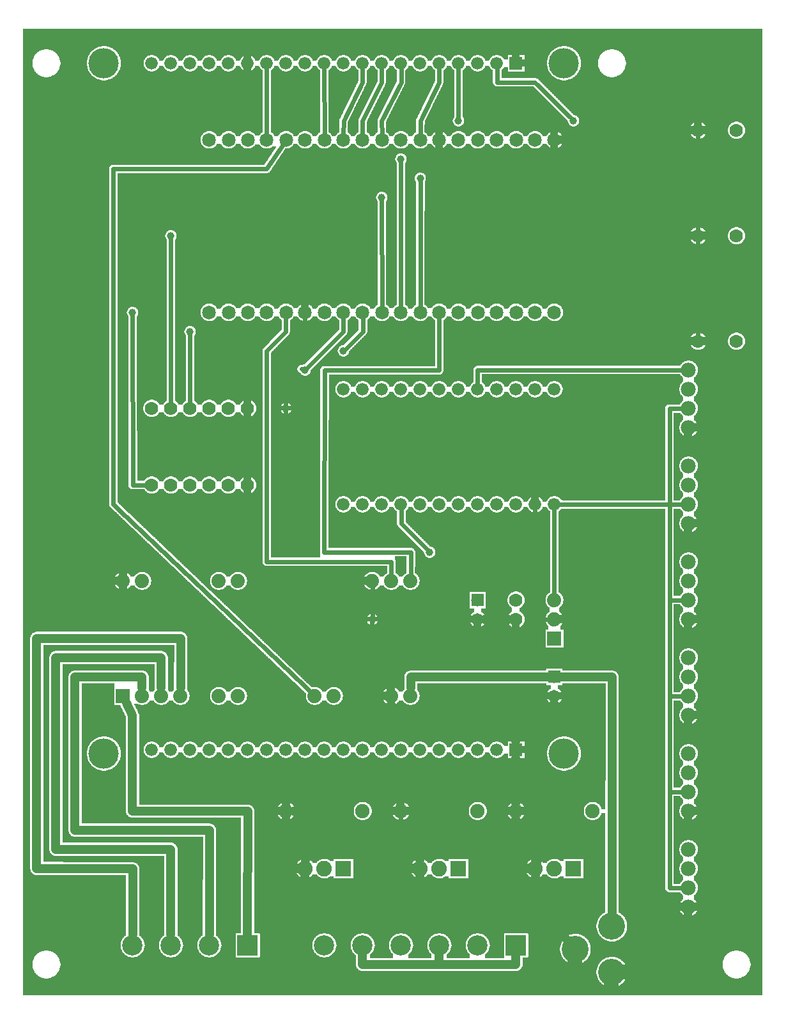
<source format=gtl>
G04 MADE WITH FRITZING*
G04 WWW.FRITZING.ORG*
G04 DOUBLE SIDED*
G04 HOLES PLATED*
G04 CONTOUR ON CENTER OF CONTOUR VECTOR*
%ASAXBY*%
%FSLAX23Y23*%
%MOIN*%
%OFA0B0*%
%SFA1.0B1.0*%
%ADD10C,0.075000*%
%ADD11C,0.074000*%
%ADD12C,0.066000*%
%ADD13C,0.158110*%
%ADD14C,0.071858*%
%ADD15C,0.140000*%
%ADD16C,0.070000*%
%ADD17C,0.082000*%
%ADD18C,0.065000*%
%ADD19C,0.039370*%
%ADD20C,0.105354*%
%ADD21C,0.078000*%
%ADD22R,0.074000X0.074000*%
%ADD23R,0.066000X0.066000*%
%ADD24R,0.082000X0.082000*%
%ADD25R,0.105354X0.105354*%
%ADD26C,0.048000*%
%ADD27C,0.024000*%
%ADD28R,0.001000X0.001000*%
%LNCOPPER1*%
G90*
G70*
G54D10*
X1402Y4780D03*
X1695Y4780D03*
X2095Y4780D03*
X1484Y3482D03*
X3192Y5008D03*
G54D11*
X1160Y2199D03*
X1060Y1599D03*
X1560Y1599D03*
X1060Y2199D03*
X1660Y1599D03*
X1160Y1599D03*
X1960Y1599D03*
X2060Y1599D03*
X1860Y2199D03*
X1960Y2199D03*
X2060Y2199D03*
X560Y1599D03*
X660Y1599D03*
X760Y1599D03*
X860Y1599D03*
X660Y2199D03*
X560Y2199D03*
X1160Y2199D03*
X1060Y1599D03*
X1560Y1599D03*
X1060Y2199D03*
X1660Y1599D03*
X1160Y1599D03*
X1960Y1599D03*
X2060Y1599D03*
X1860Y2199D03*
X1960Y2199D03*
X2060Y2199D03*
X560Y1599D03*
X660Y1599D03*
X760Y1599D03*
X860Y1599D03*
X660Y2199D03*
X560Y2199D03*
G54D12*
X1110Y4899D03*
X710Y4899D03*
G54D13*
X2860Y1299D03*
G54D12*
X1310Y4899D03*
X910Y4899D03*
G54D13*
X2860Y4899D03*
G54D12*
X1210Y4899D03*
X1010Y4899D03*
X810Y4899D03*
G54D13*
X460Y4899D03*
X460Y1299D03*
G54D12*
X2610Y1319D03*
X2510Y1319D03*
X2410Y1319D03*
X2310Y1319D03*
X2210Y1319D03*
X2110Y1319D03*
X2010Y1319D03*
X1910Y1319D03*
X1810Y1319D03*
X1710Y1319D03*
X1610Y1319D03*
X1510Y1319D03*
X1410Y1319D03*
X1310Y1319D03*
X1210Y1319D03*
X1110Y1319D03*
X1010Y1319D03*
X910Y1319D03*
X810Y1319D03*
X710Y1319D03*
X2610Y4899D03*
X2510Y4899D03*
X2410Y4899D03*
X2310Y4899D03*
X2210Y4899D03*
X2110Y4899D03*
X2010Y4899D03*
X1910Y4899D03*
X1810Y4899D03*
X1710Y4899D03*
X1610Y4899D03*
X1510Y4899D03*
X1410Y4899D03*
G54D14*
X2810Y3600D03*
X2710Y3600D03*
X2611Y3600D03*
X2510Y3600D03*
X2411Y3600D03*
X2310Y3600D03*
X2210Y3600D03*
X2111Y3600D03*
X2010Y3600D03*
X1911Y3600D03*
X1810Y3600D03*
X1710Y3600D03*
X1611Y3600D03*
X1510Y3600D03*
X1411Y3600D03*
X1310Y3600D03*
X1211Y3600D03*
X1111Y3600D03*
X1010Y3600D03*
X1010Y4499D03*
X1111Y4499D03*
X1211Y4499D03*
X1310Y4499D03*
X1411Y4499D03*
X1510Y4499D03*
X1611Y4499D03*
X1710Y4499D03*
X1810Y4499D03*
X1911Y4499D03*
X2010Y4499D03*
X2111Y4499D03*
X2210Y4499D03*
X2310Y4499D03*
X2411Y4499D03*
X2510Y4499D03*
X2611Y4499D03*
X2710Y4499D03*
X2810Y4499D03*
X2810Y3600D03*
X2710Y3600D03*
X2611Y3600D03*
X2510Y3600D03*
X2411Y3600D03*
X2310Y3600D03*
X2210Y3600D03*
X2111Y3600D03*
X2010Y3600D03*
X1911Y3600D03*
X1810Y3600D03*
X1710Y3600D03*
X1611Y3600D03*
X1510Y3600D03*
X1411Y3600D03*
X1310Y3600D03*
X1211Y3600D03*
X1111Y3600D03*
X1010Y3600D03*
X1010Y4499D03*
X1111Y4499D03*
X1211Y4499D03*
X1310Y4499D03*
X1411Y4499D03*
X1510Y4499D03*
X1611Y4499D03*
X1710Y4499D03*
X1810Y4499D03*
X1911Y4499D03*
X2010Y4499D03*
X2111Y4499D03*
X2210Y4499D03*
X2310Y4499D03*
X2411Y4499D03*
X2510Y4499D03*
X2611Y4499D03*
X2710Y4499D03*
X2810Y4499D03*
G54D15*
X3110Y399D03*
X3110Y159D03*
X2920Y279D03*
X3110Y399D03*
X3110Y159D03*
X2920Y279D03*
G54D16*
X1110Y3099D03*
X1010Y3099D03*
X910Y3099D03*
X810Y3099D03*
X710Y3099D03*
X1210Y2699D03*
X1110Y2699D03*
X1010Y2699D03*
X910Y2699D03*
X810Y2699D03*
X710Y2699D03*
X1210Y3099D03*
X1110Y3099D03*
X1010Y3099D03*
X910Y3099D03*
X810Y3099D03*
X710Y3099D03*
X1210Y2699D03*
X1110Y2699D03*
X1010Y2699D03*
X910Y2699D03*
X810Y2699D03*
X710Y2699D03*
X1210Y3099D03*
G54D12*
X1710Y3199D03*
X1810Y3199D03*
X1910Y3199D03*
X2010Y3199D03*
X2110Y3199D03*
X2210Y3199D03*
X2310Y3199D03*
X2410Y3199D03*
X2510Y3199D03*
X2610Y3199D03*
X2710Y3199D03*
X2810Y3199D03*
X2810Y2599D03*
X2710Y2599D03*
X2610Y2599D03*
X2510Y2599D03*
X2410Y2599D03*
X2310Y2599D03*
X2210Y2599D03*
X2110Y2599D03*
X2010Y2599D03*
X1910Y2599D03*
X1810Y2599D03*
X1710Y2599D03*
X1710Y3199D03*
X1810Y3199D03*
X1910Y3199D03*
X2010Y3199D03*
X2110Y3199D03*
X2210Y3199D03*
X2310Y3199D03*
X2410Y3199D03*
X2510Y3199D03*
X2610Y3199D03*
X2710Y3199D03*
X2810Y3199D03*
X2810Y2599D03*
X2710Y2599D03*
X2610Y2599D03*
X2510Y2599D03*
X2410Y2599D03*
X2310Y2599D03*
X2210Y2599D03*
X2110Y2599D03*
X2010Y2599D03*
X1910Y2599D03*
X1810Y2599D03*
X1710Y2599D03*
G54D17*
X2310Y699D03*
X2210Y699D03*
X2110Y699D03*
X2310Y699D03*
X2210Y699D03*
X2110Y699D03*
X1710Y699D03*
X1610Y699D03*
X1510Y699D03*
X1710Y699D03*
X1610Y699D03*
X1510Y699D03*
X2910Y699D03*
X2810Y699D03*
X2710Y699D03*
X2910Y699D03*
X2810Y699D03*
X2710Y699D03*
G54D10*
X3010Y999D03*
X2610Y999D03*
X3010Y999D03*
X2610Y999D03*
X2410Y999D03*
X2010Y999D03*
X2410Y999D03*
X2010Y999D03*
X1810Y999D03*
X1410Y999D03*
X1810Y999D03*
X1410Y999D03*
G54D11*
X2810Y1899D03*
X2810Y1999D03*
X2810Y2099D03*
X2810Y1899D03*
X2810Y1999D03*
X2810Y2099D03*
X2810Y1899D03*
X2810Y1999D03*
X2810Y2099D03*
G54D18*
X2810Y1699D03*
X2810Y1599D03*
X2810Y1699D03*
X2810Y1599D03*
X2810Y1699D03*
X2810Y1599D03*
X2410Y1999D03*
X2410Y2099D03*
X2410Y1999D03*
X2410Y2099D03*
X2410Y1999D03*
X2410Y2099D03*
G54D16*
X2610Y1999D03*
X2610Y2099D03*
X2610Y1999D03*
X2610Y2099D03*
X3760Y3449D03*
X3560Y3449D03*
X3760Y3449D03*
X3560Y3449D03*
X3760Y3999D03*
X3560Y3999D03*
X3760Y3999D03*
X3560Y3999D03*
X3760Y4549D03*
X3560Y4549D03*
X3760Y4549D03*
X3560Y4549D03*
G54D19*
X2310Y4599D03*
X1910Y4199D03*
X2010Y4399D03*
X2111Y4299D03*
X1510Y3299D03*
X2160Y2349D03*
X810Y3999D03*
X610Y3599D03*
X1710Y3399D03*
X2910Y4599D03*
X910Y3499D03*
X1410Y3099D03*
X1861Y1998D03*
G54D20*
X2610Y299D03*
X2410Y299D03*
X2210Y299D03*
X2010Y299D03*
X1810Y299D03*
X1610Y299D03*
X2610Y299D03*
X2410Y299D03*
X2210Y299D03*
X2010Y299D03*
X1810Y299D03*
X1610Y299D03*
X1210Y299D03*
X1010Y299D03*
X810Y299D03*
X610Y299D03*
X1210Y299D03*
X1010Y299D03*
X810Y299D03*
X610Y299D03*
G54D21*
X3510Y499D03*
X3510Y599D03*
X3510Y699D03*
X3510Y799D03*
X3510Y499D03*
X3510Y599D03*
X3510Y699D03*
X3510Y799D03*
X3510Y999D03*
X3510Y1099D03*
X3510Y1199D03*
X3510Y1299D03*
X3510Y999D03*
X3510Y1099D03*
X3510Y1199D03*
X3510Y1299D03*
X3510Y1499D03*
X3510Y1599D03*
X3510Y1699D03*
X3510Y1799D03*
X3510Y1499D03*
X3510Y1599D03*
X3510Y1699D03*
X3510Y1799D03*
X3510Y1999D03*
X3510Y2099D03*
X3510Y2199D03*
X3510Y2299D03*
X3510Y1999D03*
X3510Y2099D03*
X3510Y2199D03*
X3510Y2299D03*
X3510Y2499D03*
X3510Y2599D03*
X3510Y2699D03*
X3510Y2799D03*
X3510Y2499D03*
X3510Y2599D03*
X3510Y2699D03*
X3510Y2799D03*
X3510Y2999D03*
X3510Y3099D03*
X3510Y3199D03*
X3510Y3299D03*
X3510Y2999D03*
X3510Y3099D03*
X3510Y3199D03*
X3510Y3299D03*
G54D22*
X560Y1599D03*
X560Y1599D03*
G54D23*
X2610Y1319D03*
X2610Y4899D03*
G54D24*
X2310Y699D03*
X2310Y699D03*
X1710Y699D03*
X1710Y699D03*
X2910Y699D03*
X2910Y699D03*
G54D25*
X2610Y299D03*
X2610Y299D03*
X1210Y299D03*
X1210Y299D03*
G54D26*
X611Y698D02*
X611Y354D01*
D02*
X110Y699D02*
X611Y698D01*
D02*
X861Y1900D02*
X110Y1900D01*
D02*
X110Y1900D02*
X110Y699D01*
D02*
X861Y1641D02*
X861Y1900D01*
D02*
X759Y1800D02*
X210Y1800D01*
D02*
X210Y1800D02*
X210Y799D01*
D02*
X760Y1641D02*
X759Y1800D01*
D02*
X810Y800D02*
X810Y354D01*
D02*
X210Y799D02*
X810Y800D01*
D02*
X660Y1698D02*
X310Y1698D01*
D02*
X310Y1698D02*
X310Y899D01*
D02*
X660Y1641D02*
X660Y1698D01*
D02*
X1011Y899D02*
X1011Y354D01*
D02*
X310Y899D02*
X1011Y899D01*
D02*
X610Y1498D02*
X610Y999D01*
D02*
X579Y1561D02*
X610Y1498D01*
D02*
X1211Y999D02*
X1210Y354D01*
D02*
X610Y999D02*
X1211Y999D01*
G54D27*
D02*
X2410Y3299D02*
X3060Y3299D01*
D02*
X2410Y3230D02*
X2410Y3299D01*
D02*
X3060Y3299D02*
X3480Y3299D01*
D02*
X3411Y3099D02*
X3411Y2599D01*
D02*
X3411Y2599D02*
X3480Y2599D01*
D02*
X3480Y3099D02*
X3411Y3099D01*
D02*
X3411Y2599D02*
X2841Y2599D01*
D02*
X3411Y2100D02*
X3480Y2099D01*
D02*
X3411Y2599D02*
X3411Y2100D01*
D02*
X3411Y1599D02*
X3480Y1599D01*
D02*
X3411Y2100D02*
X3411Y1599D01*
D02*
X3411Y1100D02*
X3480Y1099D01*
D02*
X3411Y1599D02*
X3411Y1100D01*
D02*
X3411Y599D02*
X3480Y599D01*
D02*
X3411Y1100D02*
X3411Y599D01*
D02*
X1409Y3400D02*
X1510Y3498D01*
D02*
X1510Y3498D02*
X1510Y3569D01*
D02*
X1410Y3118D02*
X1409Y3400D01*
G54D26*
D02*
X3111Y1698D02*
X3111Y471D01*
D02*
X2846Y1699D02*
X3111Y1698D01*
D02*
X2062Y1698D02*
X2061Y1641D01*
D02*
X2774Y1699D02*
X2062Y1698D01*
D02*
X1512Y850D02*
X2110Y850D01*
D02*
X2110Y850D02*
X2110Y742D01*
D02*
X1511Y742D02*
X1512Y850D01*
D02*
X2110Y850D02*
X2711Y850D01*
D02*
X2711Y850D02*
X2711Y742D01*
D02*
X2110Y742D02*
X2110Y850D01*
G54D27*
D02*
X2010Y850D02*
X2010Y971D01*
D02*
X2110Y850D02*
X2010Y850D01*
D02*
X2110Y731D02*
X2110Y850D01*
G54D26*
D02*
X2611Y850D02*
X2610Y959D01*
D02*
X2711Y850D02*
X2611Y850D01*
D02*
X2711Y742D02*
X2711Y850D01*
D02*
X2610Y1277D02*
X2610Y1039D01*
D02*
X2609Y1449D02*
X2610Y1361D01*
D02*
X2809Y1449D02*
X2609Y1449D01*
D02*
X2810Y1563D02*
X2809Y1449D01*
G54D27*
D02*
X2810Y2568D02*
X2810Y2130D01*
G54D26*
D02*
X2573Y1999D02*
X2446Y1999D01*
G54D27*
D02*
X2710Y2568D02*
X2711Y1999D01*
D02*
X2711Y1999D02*
X2780Y1999D01*
D02*
X3560Y3973D02*
X3560Y3475D01*
D02*
X3560Y4523D02*
X3560Y4025D01*
G54D26*
D02*
X2711Y500D02*
X2711Y700D01*
D02*
X2871Y331D02*
X2711Y500D01*
D02*
X2711Y700D02*
X2722Y741D01*
G54D27*
D02*
X2210Y4868D02*
X2210Y4800D01*
D02*
X2210Y4800D02*
X2111Y4599D01*
D02*
X2111Y4599D02*
X2111Y4530D01*
D02*
X1610Y4868D02*
X1611Y4530D01*
D02*
X1811Y3569D02*
X1812Y3500D01*
D02*
X1812Y3500D02*
X1724Y3413D01*
D02*
X1310Y4868D02*
X1310Y4530D01*
D02*
X1810Y4868D02*
X1810Y4800D01*
D02*
X1810Y4800D02*
X1711Y4599D01*
D02*
X1711Y4599D02*
X1710Y4530D01*
D02*
X2310Y4868D02*
X2310Y4618D01*
D02*
X1710Y3500D02*
X1509Y3299D01*
D02*
X1710Y3569D02*
X1710Y3500D01*
D02*
X1910Y4800D02*
X1810Y4599D01*
D02*
X1910Y4868D02*
X1910Y4800D01*
D02*
X1810Y4599D02*
X1810Y4530D01*
D02*
X1911Y3630D02*
X1910Y4180D01*
D02*
X2011Y4800D02*
X1910Y4599D01*
D02*
X1910Y4599D02*
X1911Y4530D01*
D02*
X2011Y4868D02*
X2011Y4800D01*
D02*
X2010Y4380D02*
X2010Y3630D01*
D02*
X2111Y4280D02*
X2111Y3630D01*
D02*
X1509Y3299D02*
X1492Y3304D01*
D02*
X2012Y2498D02*
X2147Y2363D01*
D02*
X2011Y2568D02*
X2012Y2498D01*
D02*
X810Y3130D02*
X810Y3980D01*
D02*
X2512Y4800D02*
X2710Y4800D01*
D02*
X2710Y4800D02*
X2897Y4613D01*
D02*
X2511Y4868D02*
X2512Y4800D01*
D02*
X910Y3130D02*
X910Y3480D01*
G54D26*
D02*
X1511Y999D02*
X1450Y999D01*
D02*
X1511Y742D02*
X1511Y999D01*
D02*
X1960Y1449D02*
X2609Y1449D01*
D02*
X1960Y1557D02*
X1960Y1449D01*
D02*
X2609Y1449D02*
X2610Y1361D01*
G54D27*
D02*
X2210Y3569D02*
X2210Y3298D01*
D02*
X2062Y2350D02*
X2061Y2230D01*
D02*
X1609Y2350D02*
X2062Y2350D01*
D02*
X1612Y3299D02*
X1609Y2350D01*
D02*
X2210Y3298D02*
X1612Y3299D01*
D02*
X1410Y3569D02*
X1409Y3500D01*
D02*
X1409Y3500D02*
X1309Y3398D01*
D02*
X1310Y2300D02*
X1960Y2300D01*
D02*
X1960Y2300D02*
X1960Y2230D01*
D02*
X1309Y3398D02*
X1310Y2300D01*
D02*
X611Y2699D02*
X679Y2699D01*
D02*
X610Y3580D02*
X611Y2699D01*
D02*
X1861Y2017D02*
X1861Y2168D01*
D02*
X510Y4348D02*
X510Y2600D01*
D02*
X510Y2600D02*
X1538Y1621D01*
D02*
X1310Y4348D02*
X510Y4348D01*
D02*
X1394Y4474D02*
X1310Y4348D01*
G54D26*
D02*
X2210Y199D02*
X1809Y199D01*
D02*
X1809Y199D02*
X1810Y244D01*
D02*
X2210Y199D02*
X2210Y244D01*
D02*
X2610Y199D02*
X2210Y199D01*
D02*
X2610Y244D02*
X2610Y199D01*
G36*
X1350Y4886D02*
X1350Y4880D01*
X1348Y4880D01*
X1348Y4876D01*
X1346Y4876D01*
X1346Y4874D01*
X1344Y4874D01*
X1344Y4872D01*
X1342Y4872D01*
X1342Y4868D01*
X1338Y4868D01*
X1338Y4866D01*
X1336Y4866D01*
X1336Y4864D01*
X1334Y4864D01*
X1334Y4862D01*
X1332Y4862D01*
X1332Y4856D01*
X1402Y4856D01*
X1402Y4858D01*
X1396Y4858D01*
X1396Y4860D01*
X1390Y4860D01*
X1390Y4862D01*
X1388Y4862D01*
X1388Y4864D01*
X1384Y4864D01*
X1384Y4866D01*
X1382Y4866D01*
X1382Y4868D01*
X1380Y4868D01*
X1380Y4870D01*
X1378Y4870D01*
X1378Y4872D01*
X1376Y4872D01*
X1376Y4874D01*
X1374Y4874D01*
X1374Y4878D01*
X1372Y4878D01*
X1372Y4882D01*
X1370Y4882D01*
X1370Y4886D01*
X1350Y4886D01*
G37*
D02*
G36*
X1450Y4886D02*
X1450Y4880D01*
X1448Y4880D01*
X1448Y4876D01*
X1446Y4876D01*
X1446Y4874D01*
X1444Y4874D01*
X1444Y4872D01*
X1442Y4872D01*
X1442Y4868D01*
X1438Y4868D01*
X1438Y4866D01*
X1436Y4866D01*
X1436Y4864D01*
X1434Y4864D01*
X1434Y4862D01*
X1430Y4862D01*
X1430Y4860D01*
X1426Y4860D01*
X1426Y4858D01*
X1418Y4858D01*
X1418Y4856D01*
X1502Y4856D01*
X1502Y4858D01*
X1496Y4858D01*
X1496Y4860D01*
X1490Y4860D01*
X1490Y4862D01*
X1488Y4862D01*
X1488Y4864D01*
X1484Y4864D01*
X1484Y4866D01*
X1482Y4866D01*
X1482Y4868D01*
X1480Y4868D01*
X1480Y4870D01*
X1478Y4870D01*
X1478Y4872D01*
X1476Y4872D01*
X1476Y4874D01*
X1474Y4874D01*
X1474Y4878D01*
X1472Y4878D01*
X1472Y4882D01*
X1470Y4882D01*
X1470Y4886D01*
X1450Y4886D01*
G37*
D02*
G36*
X1550Y4886D02*
X1550Y4880D01*
X1548Y4880D01*
X1548Y4876D01*
X1546Y4876D01*
X1546Y4874D01*
X1544Y4874D01*
X1544Y4872D01*
X1542Y4872D01*
X1542Y4868D01*
X1538Y4868D01*
X1538Y4866D01*
X1536Y4866D01*
X1536Y4864D01*
X1534Y4864D01*
X1534Y4862D01*
X1530Y4862D01*
X1530Y4860D01*
X1526Y4860D01*
X1526Y4858D01*
X1518Y4858D01*
X1518Y4856D01*
X1588Y4856D01*
X1588Y4864D01*
X1584Y4864D01*
X1584Y4866D01*
X1582Y4866D01*
X1582Y4868D01*
X1580Y4868D01*
X1580Y4870D01*
X1578Y4870D01*
X1578Y4872D01*
X1576Y4872D01*
X1576Y4874D01*
X1574Y4874D01*
X1574Y4878D01*
X1572Y4878D01*
X1572Y4882D01*
X1570Y4882D01*
X1570Y4886D01*
X1550Y4886D01*
G37*
D02*
G36*
X1332Y4856D02*
X1332Y4854D01*
X1588Y4854D01*
X1588Y4856D01*
X1332Y4856D01*
G37*
D02*
G36*
X1332Y4856D02*
X1332Y4854D01*
X1588Y4854D01*
X1588Y4856D01*
X1332Y4856D01*
G37*
D02*
G36*
X1332Y4856D02*
X1332Y4854D01*
X1588Y4854D01*
X1588Y4856D01*
X1332Y4856D01*
G37*
D02*
G36*
X1332Y4854D02*
X1332Y4544D01*
X1522Y4544D01*
X1522Y4542D01*
X1528Y4542D01*
X1528Y4540D01*
X1532Y4540D01*
X1532Y4538D01*
X1536Y4538D01*
X1536Y4536D01*
X1538Y4536D01*
X1538Y4534D01*
X1540Y4534D01*
X1540Y4532D01*
X1544Y4532D01*
X1544Y4528D01*
X1546Y4528D01*
X1546Y4526D01*
X1548Y4526D01*
X1548Y4524D01*
X1550Y4524D01*
X1550Y4520D01*
X1570Y4520D01*
X1570Y4522D01*
X1572Y4522D01*
X1572Y4526D01*
X1574Y4526D01*
X1574Y4528D01*
X1576Y4528D01*
X1576Y4530D01*
X1578Y4530D01*
X1578Y4532D01*
X1580Y4532D01*
X1580Y4534D01*
X1582Y4534D01*
X1582Y4536D01*
X1586Y4536D01*
X1586Y4538D01*
X1588Y4538D01*
X1588Y4854D01*
X1332Y4854D01*
G37*
D02*
G36*
X1332Y4544D02*
X1332Y4538D01*
X1336Y4538D01*
X1336Y4536D01*
X1338Y4536D01*
X1338Y4534D01*
X1342Y4534D01*
X1342Y4532D01*
X1344Y4532D01*
X1344Y4528D01*
X1346Y4528D01*
X1346Y4526D01*
X1348Y4526D01*
X1348Y4524D01*
X1350Y4524D01*
X1350Y4520D01*
X1370Y4520D01*
X1370Y4522D01*
X1372Y4522D01*
X1372Y4524D01*
X1374Y4524D01*
X1374Y4528D01*
X1376Y4528D01*
X1376Y4530D01*
X1378Y4530D01*
X1378Y4532D01*
X1380Y4532D01*
X1380Y4534D01*
X1382Y4534D01*
X1382Y4536D01*
X1386Y4536D01*
X1386Y4538D01*
X1388Y4538D01*
X1388Y4540D01*
X1392Y4540D01*
X1392Y4542D01*
X1398Y4542D01*
X1398Y4544D01*
X1332Y4544D01*
G37*
D02*
G36*
X1424Y4544D02*
X1424Y4542D01*
X1430Y4542D01*
X1430Y4540D01*
X1434Y4540D01*
X1434Y4538D01*
X1436Y4538D01*
X1436Y4536D01*
X1440Y4536D01*
X1440Y4534D01*
X1442Y4534D01*
X1442Y4532D01*
X1444Y4532D01*
X1444Y4530D01*
X1446Y4530D01*
X1446Y4528D01*
X1448Y4528D01*
X1448Y4524D01*
X1450Y4524D01*
X1450Y4520D01*
X1470Y4520D01*
X1470Y4522D01*
X1472Y4522D01*
X1472Y4526D01*
X1474Y4526D01*
X1474Y4528D01*
X1476Y4528D01*
X1476Y4530D01*
X1478Y4530D01*
X1478Y4532D01*
X1480Y4532D01*
X1480Y4534D01*
X1482Y4534D01*
X1482Y4536D01*
X1484Y4536D01*
X1484Y4538D01*
X1488Y4538D01*
X1488Y4540D01*
X1492Y4540D01*
X1492Y4542D01*
X1498Y4542D01*
X1498Y4544D01*
X1424Y4544D01*
G37*
D02*
G36*
X1650Y4886D02*
X1650Y4880D01*
X1648Y4880D01*
X1648Y4876D01*
X1646Y4876D01*
X1646Y4874D01*
X1644Y4874D01*
X1644Y4872D01*
X1642Y4872D01*
X1642Y4868D01*
X1638Y4868D01*
X1638Y4866D01*
X1636Y4866D01*
X1636Y4864D01*
X1634Y4864D01*
X1634Y4862D01*
X1632Y4862D01*
X1632Y4856D01*
X1702Y4856D01*
X1702Y4858D01*
X1696Y4858D01*
X1696Y4860D01*
X1690Y4860D01*
X1690Y4862D01*
X1688Y4862D01*
X1688Y4864D01*
X1684Y4864D01*
X1684Y4866D01*
X1682Y4866D01*
X1682Y4868D01*
X1680Y4868D01*
X1680Y4870D01*
X1678Y4870D01*
X1678Y4872D01*
X1676Y4872D01*
X1676Y4874D01*
X1674Y4874D01*
X1674Y4878D01*
X1672Y4878D01*
X1672Y4882D01*
X1670Y4882D01*
X1670Y4886D01*
X1650Y4886D01*
G37*
D02*
G36*
X1750Y4886D02*
X1750Y4880D01*
X1748Y4880D01*
X1748Y4876D01*
X1746Y4876D01*
X1746Y4874D01*
X1744Y4874D01*
X1744Y4872D01*
X1742Y4872D01*
X1742Y4868D01*
X1738Y4868D01*
X1738Y4866D01*
X1736Y4866D01*
X1736Y4864D01*
X1734Y4864D01*
X1734Y4862D01*
X1730Y4862D01*
X1730Y4860D01*
X1726Y4860D01*
X1726Y4858D01*
X1718Y4858D01*
X1718Y4856D01*
X1788Y4856D01*
X1788Y4864D01*
X1784Y4864D01*
X1784Y4866D01*
X1782Y4866D01*
X1782Y4868D01*
X1780Y4868D01*
X1780Y4870D01*
X1778Y4870D01*
X1778Y4872D01*
X1776Y4872D01*
X1776Y4874D01*
X1774Y4874D01*
X1774Y4878D01*
X1772Y4878D01*
X1772Y4882D01*
X1770Y4882D01*
X1770Y4886D01*
X1750Y4886D01*
G37*
D02*
G36*
X1632Y4856D02*
X1632Y4854D01*
X1788Y4854D01*
X1788Y4856D01*
X1632Y4856D01*
G37*
D02*
G36*
X1632Y4856D02*
X1632Y4854D01*
X1788Y4854D01*
X1788Y4856D01*
X1632Y4856D01*
G37*
D02*
G36*
X1632Y4854D02*
X1632Y4538D01*
X1636Y4538D01*
X1636Y4536D01*
X1638Y4536D01*
X1638Y4534D01*
X1642Y4534D01*
X1642Y4532D01*
X1644Y4532D01*
X1644Y4530D01*
X1646Y4530D01*
X1646Y4526D01*
X1648Y4526D01*
X1648Y4524D01*
X1650Y4524D01*
X1650Y4520D01*
X1670Y4520D01*
X1670Y4522D01*
X1672Y4522D01*
X1672Y4526D01*
X1674Y4526D01*
X1674Y4528D01*
X1676Y4528D01*
X1676Y4530D01*
X1678Y4530D01*
X1678Y4532D01*
X1680Y4532D01*
X1680Y4534D01*
X1682Y4534D01*
X1682Y4536D01*
X1684Y4536D01*
X1684Y4538D01*
X1688Y4538D01*
X1688Y4600D01*
X1690Y4600D01*
X1690Y4608D01*
X1692Y4608D01*
X1692Y4612D01*
X1694Y4612D01*
X1694Y4616D01*
X1696Y4616D01*
X1696Y4620D01*
X1698Y4620D01*
X1698Y4624D01*
X1700Y4624D01*
X1700Y4628D01*
X1702Y4628D01*
X1702Y4632D01*
X1704Y4632D01*
X1704Y4636D01*
X1706Y4636D01*
X1706Y4640D01*
X1708Y4640D01*
X1708Y4644D01*
X1710Y4644D01*
X1710Y4648D01*
X1712Y4648D01*
X1712Y4654D01*
X1714Y4654D01*
X1714Y4658D01*
X1716Y4658D01*
X1716Y4662D01*
X1718Y4662D01*
X1718Y4666D01*
X1720Y4666D01*
X1720Y4670D01*
X1722Y4670D01*
X1722Y4674D01*
X1724Y4674D01*
X1724Y4678D01*
X1726Y4678D01*
X1726Y4682D01*
X1728Y4682D01*
X1728Y4686D01*
X1730Y4686D01*
X1730Y4690D01*
X1732Y4690D01*
X1732Y4694D01*
X1734Y4694D01*
X1734Y4698D01*
X1736Y4698D01*
X1736Y4702D01*
X1738Y4702D01*
X1738Y4706D01*
X1740Y4706D01*
X1740Y4710D01*
X1742Y4710D01*
X1742Y4714D01*
X1744Y4714D01*
X1744Y4718D01*
X1746Y4718D01*
X1746Y4722D01*
X1748Y4722D01*
X1748Y4726D01*
X1750Y4726D01*
X1750Y4730D01*
X1752Y4730D01*
X1752Y4734D01*
X1754Y4734D01*
X1754Y4738D01*
X1756Y4738D01*
X1756Y4742D01*
X1758Y4742D01*
X1758Y4746D01*
X1760Y4746D01*
X1760Y4750D01*
X1762Y4750D01*
X1762Y4754D01*
X1764Y4754D01*
X1764Y4758D01*
X1766Y4758D01*
X1766Y4762D01*
X1768Y4762D01*
X1768Y4768D01*
X1770Y4768D01*
X1770Y4772D01*
X1772Y4772D01*
X1772Y4776D01*
X1774Y4776D01*
X1774Y4780D01*
X1776Y4780D01*
X1776Y4784D01*
X1778Y4784D01*
X1778Y4788D01*
X1780Y4788D01*
X1780Y4792D01*
X1782Y4792D01*
X1782Y4796D01*
X1784Y4796D01*
X1784Y4800D01*
X1786Y4800D01*
X1786Y4804D01*
X1788Y4804D01*
X1788Y4854D01*
X1632Y4854D01*
G37*
D02*
G36*
X1850Y4886D02*
X1850Y4880D01*
X1848Y4880D01*
X1848Y4876D01*
X1846Y4876D01*
X1846Y4874D01*
X1844Y4874D01*
X1844Y4872D01*
X1842Y4872D01*
X1842Y4868D01*
X1838Y4868D01*
X1838Y4866D01*
X1836Y4866D01*
X1836Y4864D01*
X1834Y4864D01*
X1834Y4862D01*
X1832Y4862D01*
X1832Y4794D01*
X1830Y4794D01*
X1830Y4790D01*
X1828Y4790D01*
X1828Y4786D01*
X1826Y4786D01*
X1826Y4782D01*
X1824Y4782D01*
X1824Y4778D01*
X1822Y4778D01*
X1822Y4774D01*
X1820Y4774D01*
X1820Y4770D01*
X1818Y4770D01*
X1818Y4764D01*
X1816Y4764D01*
X1816Y4760D01*
X1814Y4760D01*
X1814Y4756D01*
X1812Y4756D01*
X1812Y4752D01*
X1810Y4752D01*
X1810Y4748D01*
X1808Y4748D01*
X1808Y4744D01*
X1806Y4744D01*
X1806Y4740D01*
X1804Y4740D01*
X1804Y4736D01*
X1802Y4736D01*
X1802Y4732D01*
X1800Y4732D01*
X1800Y4728D01*
X1798Y4728D01*
X1798Y4724D01*
X1796Y4724D01*
X1796Y4720D01*
X1794Y4720D01*
X1794Y4716D01*
X1792Y4716D01*
X1792Y4712D01*
X1790Y4712D01*
X1790Y4708D01*
X1788Y4708D01*
X1788Y4704D01*
X1786Y4704D01*
X1786Y4700D01*
X1784Y4700D01*
X1784Y4696D01*
X1782Y4696D01*
X1782Y4692D01*
X1780Y4692D01*
X1780Y4688D01*
X1778Y4688D01*
X1778Y4684D01*
X1776Y4684D01*
X1776Y4680D01*
X1774Y4680D01*
X1774Y4676D01*
X1772Y4676D01*
X1772Y4672D01*
X1770Y4672D01*
X1770Y4668D01*
X1768Y4668D01*
X1768Y4664D01*
X1766Y4664D01*
X1766Y4660D01*
X1764Y4660D01*
X1764Y4654D01*
X1762Y4654D01*
X1762Y4650D01*
X1760Y4650D01*
X1760Y4646D01*
X1758Y4646D01*
X1758Y4642D01*
X1756Y4642D01*
X1756Y4638D01*
X1754Y4638D01*
X1754Y4634D01*
X1752Y4634D01*
X1752Y4630D01*
X1750Y4630D01*
X1750Y4626D01*
X1748Y4626D01*
X1748Y4622D01*
X1746Y4622D01*
X1746Y4618D01*
X1744Y4618D01*
X1744Y4614D01*
X1742Y4614D01*
X1742Y4610D01*
X1740Y4610D01*
X1740Y4606D01*
X1738Y4606D01*
X1738Y4602D01*
X1736Y4602D01*
X1736Y4598D01*
X1734Y4598D01*
X1734Y4594D01*
X1732Y4594D01*
X1732Y4538D01*
X1736Y4538D01*
X1736Y4536D01*
X1738Y4536D01*
X1738Y4534D01*
X1740Y4534D01*
X1740Y4532D01*
X1742Y4532D01*
X1742Y4530D01*
X1744Y4530D01*
X1744Y4528D01*
X1746Y4528D01*
X1746Y4526D01*
X1748Y4526D01*
X1748Y4522D01*
X1750Y4522D01*
X1750Y4520D01*
X1770Y4520D01*
X1770Y4522D01*
X1772Y4522D01*
X1772Y4526D01*
X1774Y4526D01*
X1774Y4528D01*
X1776Y4528D01*
X1776Y4530D01*
X1778Y4530D01*
X1778Y4532D01*
X1780Y4532D01*
X1780Y4534D01*
X1782Y4534D01*
X1782Y4536D01*
X1784Y4536D01*
X1784Y4538D01*
X1788Y4538D01*
X1788Y4606D01*
X1790Y4606D01*
X1790Y4610D01*
X1792Y4610D01*
X1792Y4614D01*
X1794Y4614D01*
X1794Y4618D01*
X1796Y4618D01*
X1796Y4622D01*
X1798Y4622D01*
X1798Y4626D01*
X1800Y4626D01*
X1800Y4630D01*
X1802Y4630D01*
X1802Y4634D01*
X1804Y4634D01*
X1804Y4638D01*
X1806Y4638D01*
X1806Y4642D01*
X1808Y4642D01*
X1808Y4646D01*
X1810Y4646D01*
X1810Y4650D01*
X1812Y4650D01*
X1812Y4654D01*
X1814Y4654D01*
X1814Y4658D01*
X1816Y4658D01*
X1816Y4662D01*
X1818Y4662D01*
X1818Y4666D01*
X1820Y4666D01*
X1820Y4670D01*
X1822Y4670D01*
X1822Y4674D01*
X1824Y4674D01*
X1824Y4678D01*
X1826Y4678D01*
X1826Y4682D01*
X1828Y4682D01*
X1828Y4686D01*
X1830Y4686D01*
X1830Y4690D01*
X1832Y4690D01*
X1832Y4694D01*
X1834Y4694D01*
X1834Y4698D01*
X1836Y4698D01*
X1836Y4702D01*
X1838Y4702D01*
X1838Y4706D01*
X1840Y4706D01*
X1840Y4710D01*
X1842Y4710D01*
X1842Y4714D01*
X1844Y4714D01*
X1844Y4718D01*
X1846Y4718D01*
X1846Y4722D01*
X1848Y4722D01*
X1848Y4726D01*
X1850Y4726D01*
X1850Y4730D01*
X1852Y4730D01*
X1852Y4734D01*
X1854Y4734D01*
X1854Y4738D01*
X1856Y4738D01*
X1856Y4742D01*
X1858Y4742D01*
X1858Y4746D01*
X1860Y4746D01*
X1860Y4750D01*
X1862Y4750D01*
X1862Y4754D01*
X1864Y4754D01*
X1864Y4758D01*
X1866Y4758D01*
X1866Y4762D01*
X1868Y4762D01*
X1868Y4766D01*
X1870Y4766D01*
X1870Y4770D01*
X1872Y4770D01*
X1872Y4774D01*
X1874Y4774D01*
X1874Y4778D01*
X1876Y4778D01*
X1876Y4782D01*
X1878Y4782D01*
X1878Y4786D01*
X1880Y4786D01*
X1880Y4790D01*
X1882Y4790D01*
X1882Y4794D01*
X1884Y4794D01*
X1884Y4798D01*
X1886Y4798D01*
X1886Y4802D01*
X1888Y4802D01*
X1888Y4864D01*
X1884Y4864D01*
X1884Y4866D01*
X1882Y4866D01*
X1882Y4868D01*
X1880Y4868D01*
X1880Y4870D01*
X1878Y4870D01*
X1878Y4872D01*
X1876Y4872D01*
X1876Y4874D01*
X1874Y4874D01*
X1874Y4878D01*
X1872Y4878D01*
X1872Y4882D01*
X1870Y4882D01*
X1870Y4886D01*
X1850Y4886D01*
G37*
D02*
G36*
X1950Y4886D02*
X1950Y4880D01*
X1948Y4880D01*
X1948Y4876D01*
X1946Y4876D01*
X1946Y4874D01*
X1944Y4874D01*
X1944Y4872D01*
X1942Y4872D01*
X1942Y4868D01*
X1938Y4868D01*
X1938Y4866D01*
X1936Y4866D01*
X1936Y4864D01*
X1934Y4864D01*
X1934Y4862D01*
X1932Y4862D01*
X1932Y4794D01*
X1930Y4794D01*
X1930Y4788D01*
X1928Y4788D01*
X1928Y4784D01*
X1926Y4784D01*
X1926Y4780D01*
X1924Y4780D01*
X1924Y4776D01*
X1922Y4776D01*
X1922Y4772D01*
X1920Y4772D01*
X1920Y4768D01*
X1918Y4768D01*
X1918Y4764D01*
X1916Y4764D01*
X1916Y4760D01*
X1914Y4760D01*
X1914Y4756D01*
X1912Y4756D01*
X1912Y4752D01*
X1910Y4752D01*
X1910Y4748D01*
X1908Y4748D01*
X1908Y4744D01*
X1906Y4744D01*
X1906Y4740D01*
X1904Y4740D01*
X1904Y4736D01*
X1902Y4736D01*
X1902Y4732D01*
X1900Y4732D01*
X1900Y4728D01*
X1898Y4728D01*
X1898Y4724D01*
X1896Y4724D01*
X1896Y4720D01*
X1894Y4720D01*
X1894Y4716D01*
X1892Y4716D01*
X1892Y4712D01*
X1890Y4712D01*
X1890Y4708D01*
X1888Y4708D01*
X1888Y4704D01*
X1886Y4704D01*
X1886Y4700D01*
X1884Y4700D01*
X1884Y4696D01*
X1882Y4696D01*
X1882Y4692D01*
X1880Y4692D01*
X1880Y4688D01*
X1878Y4688D01*
X1878Y4684D01*
X1876Y4684D01*
X1876Y4680D01*
X1874Y4680D01*
X1874Y4676D01*
X1872Y4676D01*
X1872Y4672D01*
X1870Y4672D01*
X1870Y4668D01*
X1868Y4668D01*
X1868Y4664D01*
X1866Y4664D01*
X1866Y4660D01*
X1864Y4660D01*
X1864Y4656D01*
X1862Y4656D01*
X1862Y4652D01*
X1860Y4652D01*
X1860Y4648D01*
X1858Y4648D01*
X1858Y4644D01*
X1856Y4644D01*
X1856Y4640D01*
X1854Y4640D01*
X1854Y4636D01*
X1852Y4636D01*
X1852Y4632D01*
X1850Y4632D01*
X1850Y4628D01*
X1848Y4628D01*
X1848Y4624D01*
X1846Y4624D01*
X1846Y4620D01*
X1844Y4620D01*
X1844Y4616D01*
X1842Y4616D01*
X1842Y4612D01*
X1840Y4612D01*
X1840Y4608D01*
X1838Y4608D01*
X1838Y4604D01*
X1836Y4604D01*
X1836Y4600D01*
X1834Y4600D01*
X1834Y4596D01*
X1832Y4596D01*
X1832Y4538D01*
X1836Y4538D01*
X1836Y4536D01*
X1838Y4536D01*
X1838Y4534D01*
X1842Y4534D01*
X1842Y4532D01*
X1844Y4532D01*
X1844Y4528D01*
X1846Y4528D01*
X1846Y4526D01*
X1848Y4526D01*
X1848Y4524D01*
X1850Y4524D01*
X1850Y4520D01*
X1870Y4520D01*
X1870Y4522D01*
X1872Y4522D01*
X1872Y4524D01*
X1874Y4524D01*
X1874Y4528D01*
X1876Y4528D01*
X1876Y4530D01*
X1878Y4530D01*
X1878Y4532D01*
X1880Y4532D01*
X1880Y4534D01*
X1882Y4534D01*
X1882Y4536D01*
X1886Y4536D01*
X1886Y4538D01*
X1888Y4538D01*
X1888Y4604D01*
X1890Y4604D01*
X1890Y4610D01*
X1892Y4610D01*
X1892Y4614D01*
X1894Y4614D01*
X1894Y4618D01*
X1896Y4618D01*
X1896Y4622D01*
X1898Y4622D01*
X1898Y4626D01*
X1900Y4626D01*
X1900Y4630D01*
X1902Y4630D01*
X1902Y4634D01*
X1904Y4634D01*
X1904Y4638D01*
X1906Y4638D01*
X1906Y4642D01*
X1908Y4642D01*
X1908Y4646D01*
X1910Y4646D01*
X1910Y4650D01*
X1912Y4650D01*
X1912Y4654D01*
X1914Y4654D01*
X1914Y4658D01*
X1916Y4658D01*
X1916Y4662D01*
X1918Y4662D01*
X1918Y4666D01*
X1920Y4666D01*
X1920Y4670D01*
X1922Y4670D01*
X1922Y4674D01*
X1924Y4674D01*
X1924Y4678D01*
X1926Y4678D01*
X1926Y4682D01*
X1928Y4682D01*
X1928Y4686D01*
X1930Y4686D01*
X1930Y4690D01*
X1932Y4690D01*
X1932Y4694D01*
X1934Y4694D01*
X1934Y4698D01*
X1936Y4698D01*
X1936Y4702D01*
X1938Y4702D01*
X1938Y4706D01*
X1940Y4706D01*
X1940Y4710D01*
X1942Y4710D01*
X1942Y4714D01*
X1944Y4714D01*
X1944Y4718D01*
X1946Y4718D01*
X1946Y4722D01*
X1948Y4722D01*
X1948Y4726D01*
X1950Y4726D01*
X1950Y4730D01*
X1952Y4730D01*
X1952Y4734D01*
X1954Y4734D01*
X1954Y4738D01*
X1956Y4738D01*
X1956Y4742D01*
X1958Y4742D01*
X1958Y4746D01*
X1960Y4746D01*
X1960Y4750D01*
X1962Y4750D01*
X1962Y4754D01*
X1964Y4754D01*
X1964Y4758D01*
X1966Y4758D01*
X1966Y4762D01*
X1968Y4762D01*
X1968Y4766D01*
X1970Y4766D01*
X1970Y4770D01*
X1972Y4770D01*
X1972Y4774D01*
X1974Y4774D01*
X1974Y4778D01*
X1976Y4778D01*
X1976Y4782D01*
X1978Y4782D01*
X1978Y4786D01*
X1980Y4786D01*
X1980Y4790D01*
X1982Y4790D01*
X1982Y4794D01*
X1984Y4794D01*
X1984Y4798D01*
X1986Y4798D01*
X1986Y4802D01*
X1988Y4802D01*
X1988Y4864D01*
X1984Y4864D01*
X1984Y4866D01*
X1982Y4866D01*
X1982Y4868D01*
X1980Y4868D01*
X1980Y4870D01*
X1978Y4870D01*
X1978Y4872D01*
X1976Y4872D01*
X1976Y4874D01*
X1974Y4874D01*
X1974Y4878D01*
X1972Y4878D01*
X1972Y4882D01*
X1970Y4882D01*
X1970Y4886D01*
X1950Y4886D01*
G37*
D02*
G36*
X2050Y4886D02*
X2050Y4880D01*
X2048Y4880D01*
X2048Y4876D01*
X2046Y4876D01*
X2046Y4874D01*
X2044Y4874D01*
X2044Y4872D01*
X2042Y4872D01*
X2042Y4868D01*
X2038Y4868D01*
X2038Y4866D01*
X2036Y4866D01*
X2036Y4864D01*
X2034Y4864D01*
X2034Y4862D01*
X2032Y4862D01*
X2032Y4856D01*
X2102Y4856D01*
X2102Y4858D01*
X2096Y4858D01*
X2096Y4860D01*
X2090Y4860D01*
X2090Y4862D01*
X2088Y4862D01*
X2088Y4864D01*
X2084Y4864D01*
X2084Y4866D01*
X2082Y4866D01*
X2082Y4868D01*
X2080Y4868D01*
X2080Y4870D01*
X2078Y4870D01*
X2078Y4872D01*
X2076Y4872D01*
X2076Y4874D01*
X2074Y4874D01*
X2074Y4878D01*
X2072Y4878D01*
X2072Y4882D01*
X2070Y4882D01*
X2070Y4886D01*
X2050Y4886D01*
G37*
D02*
G36*
X2150Y4886D02*
X2150Y4880D01*
X2148Y4880D01*
X2148Y4876D01*
X2146Y4876D01*
X2146Y4874D01*
X2144Y4874D01*
X2144Y4872D01*
X2142Y4872D01*
X2142Y4868D01*
X2138Y4868D01*
X2138Y4866D01*
X2136Y4866D01*
X2136Y4864D01*
X2134Y4864D01*
X2134Y4862D01*
X2130Y4862D01*
X2130Y4860D01*
X2126Y4860D01*
X2126Y4858D01*
X2118Y4858D01*
X2118Y4856D01*
X2188Y4856D01*
X2188Y4864D01*
X2184Y4864D01*
X2184Y4866D01*
X2182Y4866D01*
X2182Y4868D01*
X2180Y4868D01*
X2180Y4870D01*
X2178Y4870D01*
X2178Y4872D01*
X2176Y4872D01*
X2176Y4874D01*
X2174Y4874D01*
X2174Y4878D01*
X2172Y4878D01*
X2172Y4882D01*
X2170Y4882D01*
X2170Y4886D01*
X2150Y4886D01*
G37*
D02*
G36*
X2032Y4856D02*
X2032Y4854D01*
X2188Y4854D01*
X2188Y4856D01*
X2032Y4856D01*
G37*
D02*
G36*
X2032Y4856D02*
X2032Y4854D01*
X2188Y4854D01*
X2188Y4856D01*
X2032Y4856D01*
G37*
D02*
G36*
X2032Y4854D02*
X2032Y4792D01*
X2030Y4792D01*
X2030Y4788D01*
X2028Y4788D01*
X2028Y4784D01*
X2026Y4784D01*
X2026Y4780D01*
X2024Y4780D01*
X2024Y4776D01*
X2022Y4776D01*
X2022Y4772D01*
X2020Y4772D01*
X2020Y4768D01*
X2018Y4768D01*
X2018Y4764D01*
X2016Y4764D01*
X2016Y4760D01*
X2014Y4760D01*
X2014Y4756D01*
X2012Y4756D01*
X2012Y4752D01*
X2010Y4752D01*
X2010Y4748D01*
X2008Y4748D01*
X2008Y4744D01*
X2006Y4744D01*
X2006Y4740D01*
X2004Y4740D01*
X2004Y4736D01*
X2002Y4736D01*
X2002Y4732D01*
X2000Y4732D01*
X2000Y4728D01*
X1998Y4728D01*
X1998Y4724D01*
X1996Y4724D01*
X1996Y4720D01*
X1994Y4720D01*
X1994Y4716D01*
X1992Y4716D01*
X1992Y4712D01*
X1990Y4712D01*
X1990Y4708D01*
X1988Y4708D01*
X1988Y4704D01*
X1986Y4704D01*
X1986Y4700D01*
X1984Y4700D01*
X1984Y4696D01*
X1982Y4696D01*
X1982Y4692D01*
X1980Y4692D01*
X1980Y4688D01*
X1978Y4688D01*
X1978Y4684D01*
X1976Y4684D01*
X1976Y4680D01*
X1974Y4680D01*
X1974Y4676D01*
X1972Y4676D01*
X1972Y4672D01*
X1970Y4672D01*
X1970Y4668D01*
X1968Y4668D01*
X1968Y4664D01*
X1966Y4664D01*
X1966Y4660D01*
X1964Y4660D01*
X1964Y4656D01*
X1962Y4656D01*
X1962Y4652D01*
X1960Y4652D01*
X1960Y4648D01*
X1958Y4648D01*
X1958Y4644D01*
X1956Y4644D01*
X1956Y4640D01*
X1954Y4640D01*
X1954Y4636D01*
X1952Y4636D01*
X1952Y4632D01*
X1950Y4632D01*
X1950Y4628D01*
X1948Y4628D01*
X1948Y4624D01*
X1946Y4624D01*
X1946Y4620D01*
X1944Y4620D01*
X1944Y4616D01*
X1942Y4616D01*
X1942Y4612D01*
X1940Y4612D01*
X1940Y4608D01*
X1938Y4608D01*
X1938Y4604D01*
X1936Y4604D01*
X1936Y4600D01*
X1934Y4600D01*
X1934Y4596D01*
X1932Y4596D01*
X1932Y4544D01*
X2022Y4544D01*
X2022Y4542D01*
X2028Y4542D01*
X2028Y4540D01*
X2032Y4540D01*
X2032Y4538D01*
X2036Y4538D01*
X2036Y4536D01*
X2038Y4536D01*
X2038Y4534D01*
X2040Y4534D01*
X2040Y4532D01*
X2044Y4532D01*
X2044Y4528D01*
X2046Y4528D01*
X2046Y4526D01*
X2048Y4526D01*
X2048Y4524D01*
X2050Y4524D01*
X2050Y4520D01*
X2070Y4520D01*
X2070Y4522D01*
X2072Y4522D01*
X2072Y4526D01*
X2074Y4526D01*
X2074Y4528D01*
X2076Y4528D01*
X2076Y4530D01*
X2078Y4530D01*
X2078Y4532D01*
X2080Y4532D01*
X2080Y4534D01*
X2082Y4534D01*
X2082Y4536D01*
X2086Y4536D01*
X2086Y4538D01*
X2088Y4538D01*
X2088Y4580D01*
X2090Y4580D01*
X2090Y4608D01*
X2092Y4608D01*
X2092Y4612D01*
X2094Y4612D01*
X2094Y4616D01*
X2096Y4616D01*
X2096Y4620D01*
X2098Y4620D01*
X2098Y4624D01*
X2100Y4624D01*
X2100Y4628D01*
X2102Y4628D01*
X2102Y4632D01*
X2104Y4632D01*
X2104Y4636D01*
X2106Y4636D01*
X2106Y4640D01*
X2108Y4640D01*
X2108Y4644D01*
X2110Y4644D01*
X2110Y4648D01*
X2112Y4648D01*
X2112Y4652D01*
X2114Y4652D01*
X2114Y4656D01*
X2116Y4656D01*
X2116Y4660D01*
X2118Y4660D01*
X2118Y4664D01*
X2120Y4664D01*
X2120Y4668D01*
X2122Y4668D01*
X2122Y4674D01*
X2124Y4674D01*
X2124Y4678D01*
X2126Y4678D01*
X2126Y4682D01*
X2128Y4682D01*
X2128Y4686D01*
X2130Y4686D01*
X2130Y4690D01*
X2132Y4690D01*
X2132Y4694D01*
X2134Y4694D01*
X2134Y4698D01*
X2136Y4698D01*
X2136Y4702D01*
X2138Y4702D01*
X2138Y4706D01*
X2140Y4706D01*
X2140Y4710D01*
X2142Y4710D01*
X2142Y4714D01*
X2144Y4714D01*
X2144Y4718D01*
X2146Y4718D01*
X2146Y4722D01*
X2148Y4722D01*
X2148Y4726D01*
X2150Y4726D01*
X2150Y4730D01*
X2152Y4730D01*
X2152Y4734D01*
X2154Y4734D01*
X2154Y4738D01*
X2156Y4738D01*
X2156Y4742D01*
X2158Y4742D01*
X2158Y4746D01*
X2160Y4746D01*
X2160Y4750D01*
X2162Y4750D01*
X2162Y4754D01*
X2164Y4754D01*
X2164Y4758D01*
X2166Y4758D01*
X2166Y4762D01*
X2168Y4762D01*
X2168Y4766D01*
X2170Y4766D01*
X2170Y4770D01*
X2172Y4770D01*
X2172Y4774D01*
X2174Y4774D01*
X2174Y4778D01*
X2176Y4778D01*
X2176Y4782D01*
X2178Y4782D01*
X2178Y4788D01*
X2180Y4788D01*
X2180Y4792D01*
X2182Y4792D01*
X2182Y4796D01*
X2184Y4796D01*
X2184Y4800D01*
X2186Y4800D01*
X2186Y4804D01*
X2188Y4804D01*
X2188Y4854D01*
X2032Y4854D01*
G37*
D02*
G36*
X1932Y4544D02*
X1932Y4538D01*
X1936Y4538D01*
X1936Y4536D01*
X1940Y4536D01*
X1940Y4534D01*
X1942Y4534D01*
X1942Y4532D01*
X1944Y4532D01*
X1944Y4530D01*
X1946Y4530D01*
X1946Y4526D01*
X1948Y4526D01*
X1948Y4524D01*
X1950Y4524D01*
X1950Y4520D01*
X1970Y4520D01*
X1970Y4522D01*
X1972Y4522D01*
X1972Y4526D01*
X1974Y4526D01*
X1974Y4528D01*
X1976Y4528D01*
X1976Y4530D01*
X1978Y4530D01*
X1978Y4532D01*
X1980Y4532D01*
X1980Y4534D01*
X1982Y4534D01*
X1982Y4536D01*
X1984Y4536D01*
X1984Y4538D01*
X1988Y4538D01*
X1988Y4540D01*
X1992Y4540D01*
X1992Y4542D01*
X1998Y4542D01*
X1998Y4544D01*
X1932Y4544D01*
G37*
D02*
G36*
X1750Y3580D02*
X1750Y3578D01*
X1770Y3578D01*
X1770Y3580D01*
X1750Y3580D01*
G37*
D02*
G36*
X1450Y3578D02*
X1450Y3574D01*
X1448Y3574D01*
X1448Y3572D01*
X1446Y3572D01*
X1446Y3570D01*
X1444Y3570D01*
X1444Y3566D01*
X1440Y3566D01*
X1440Y3564D01*
X1438Y3564D01*
X1438Y3562D01*
X1436Y3562D01*
X1436Y3560D01*
X1432Y3560D01*
X1432Y3554D01*
X1500Y3554D01*
X1500Y3556D01*
X1494Y3556D01*
X1494Y3558D01*
X1490Y3558D01*
X1490Y3560D01*
X1486Y3560D01*
X1486Y3562D01*
X1482Y3562D01*
X1482Y3564D01*
X1480Y3564D01*
X1480Y3566D01*
X1478Y3566D01*
X1478Y3568D01*
X1476Y3568D01*
X1476Y3570D01*
X1474Y3570D01*
X1474Y3574D01*
X1472Y3574D01*
X1472Y3576D01*
X1470Y3576D01*
X1470Y3578D01*
X1450Y3578D01*
G37*
D02*
G36*
X1550Y3578D02*
X1550Y3576D01*
X1548Y3576D01*
X1548Y3572D01*
X1546Y3572D01*
X1546Y3570D01*
X1544Y3570D01*
X1544Y3568D01*
X1542Y3568D01*
X1542Y3566D01*
X1540Y3566D01*
X1540Y3564D01*
X1538Y3564D01*
X1538Y3562D01*
X1534Y3562D01*
X1534Y3560D01*
X1532Y3560D01*
X1532Y3558D01*
X1526Y3558D01*
X1526Y3556D01*
X1520Y3556D01*
X1520Y3554D01*
X1600Y3554D01*
X1600Y3556D01*
X1594Y3556D01*
X1594Y3558D01*
X1590Y3558D01*
X1590Y3560D01*
X1586Y3560D01*
X1586Y3562D01*
X1584Y3562D01*
X1584Y3564D01*
X1580Y3564D01*
X1580Y3566D01*
X1578Y3566D01*
X1578Y3568D01*
X1576Y3568D01*
X1576Y3572D01*
X1574Y3572D01*
X1574Y3574D01*
X1572Y3574D01*
X1572Y3578D01*
X1550Y3578D01*
G37*
D02*
G36*
X1650Y3578D02*
X1650Y3574D01*
X1648Y3574D01*
X1648Y3572D01*
X1646Y3572D01*
X1646Y3570D01*
X1644Y3570D01*
X1644Y3568D01*
X1642Y3568D01*
X1642Y3566D01*
X1640Y3566D01*
X1640Y3564D01*
X1638Y3564D01*
X1638Y3562D01*
X1636Y3562D01*
X1636Y3560D01*
X1632Y3560D01*
X1632Y3558D01*
X1628Y3558D01*
X1628Y3556D01*
X1620Y3556D01*
X1620Y3554D01*
X1688Y3554D01*
X1688Y3560D01*
X1686Y3560D01*
X1686Y3562D01*
X1682Y3562D01*
X1682Y3564D01*
X1680Y3564D01*
X1680Y3566D01*
X1678Y3566D01*
X1678Y3568D01*
X1676Y3568D01*
X1676Y3570D01*
X1674Y3570D01*
X1674Y3572D01*
X1672Y3572D01*
X1672Y3576D01*
X1670Y3576D01*
X1670Y3578D01*
X1650Y3578D01*
G37*
D02*
G36*
X1750Y3578D02*
X1750Y3576D01*
X1748Y3576D01*
X1748Y3572D01*
X1746Y3572D01*
X1746Y3570D01*
X1744Y3570D01*
X1744Y3568D01*
X1742Y3568D01*
X1742Y3566D01*
X1740Y3566D01*
X1740Y3564D01*
X1738Y3564D01*
X1738Y3562D01*
X1734Y3562D01*
X1734Y3560D01*
X1732Y3560D01*
X1732Y3494D01*
X1730Y3494D01*
X1730Y3490D01*
X1728Y3490D01*
X1728Y3486D01*
X1726Y3486D01*
X1726Y3484D01*
X1724Y3484D01*
X1724Y3482D01*
X1722Y3482D01*
X1722Y3480D01*
X1720Y3480D01*
X1720Y3478D01*
X1718Y3478D01*
X1718Y3476D01*
X1716Y3476D01*
X1716Y3474D01*
X1714Y3474D01*
X1714Y3472D01*
X1712Y3472D01*
X1712Y3470D01*
X1710Y3470D01*
X1710Y3468D01*
X1708Y3468D01*
X1708Y3466D01*
X1706Y3466D01*
X1706Y3464D01*
X1704Y3464D01*
X1704Y3462D01*
X1702Y3462D01*
X1702Y3460D01*
X1700Y3460D01*
X1700Y3458D01*
X1698Y3458D01*
X1698Y3456D01*
X1696Y3456D01*
X1696Y3454D01*
X1694Y3454D01*
X1694Y3452D01*
X1692Y3452D01*
X1692Y3450D01*
X1690Y3450D01*
X1690Y3448D01*
X1688Y3448D01*
X1688Y3446D01*
X1686Y3446D01*
X1686Y3444D01*
X1684Y3444D01*
X1684Y3442D01*
X1682Y3442D01*
X1682Y3440D01*
X1680Y3440D01*
X1680Y3438D01*
X1678Y3438D01*
X1678Y3436D01*
X1676Y3436D01*
X1676Y3434D01*
X1674Y3434D01*
X1674Y3432D01*
X1672Y3432D01*
X1672Y3430D01*
X1670Y3430D01*
X1670Y3428D01*
X1668Y3428D01*
X1668Y3426D01*
X1666Y3426D01*
X1666Y3424D01*
X1664Y3424D01*
X1664Y3422D01*
X1662Y3422D01*
X1662Y3420D01*
X1660Y3420D01*
X1660Y3418D01*
X1658Y3418D01*
X1658Y3416D01*
X1656Y3416D01*
X1656Y3414D01*
X1654Y3414D01*
X1654Y3412D01*
X1652Y3412D01*
X1652Y3410D01*
X1650Y3410D01*
X1650Y3408D01*
X1648Y3408D01*
X1648Y3406D01*
X1646Y3406D01*
X1646Y3404D01*
X1644Y3404D01*
X1644Y3402D01*
X1642Y3402D01*
X1642Y3400D01*
X1640Y3400D01*
X1640Y3398D01*
X1638Y3398D01*
X1638Y3396D01*
X1636Y3396D01*
X1636Y3394D01*
X1634Y3394D01*
X1634Y3392D01*
X1632Y3392D01*
X1632Y3390D01*
X1630Y3390D01*
X1630Y3388D01*
X1628Y3388D01*
X1628Y3386D01*
X1626Y3386D01*
X1626Y3384D01*
X1624Y3384D01*
X1624Y3382D01*
X1622Y3382D01*
X1622Y3380D01*
X1620Y3380D01*
X1620Y3378D01*
X1618Y3378D01*
X1618Y3376D01*
X1616Y3376D01*
X1616Y3374D01*
X1614Y3374D01*
X1614Y3372D01*
X1612Y3372D01*
X1612Y3370D01*
X1702Y3370D01*
X1702Y3372D01*
X1696Y3372D01*
X1696Y3374D01*
X1694Y3374D01*
X1694Y3376D01*
X1690Y3376D01*
X1690Y3378D01*
X1688Y3378D01*
X1688Y3382D01*
X1686Y3382D01*
X1686Y3384D01*
X1684Y3384D01*
X1684Y3388D01*
X1682Y3388D01*
X1682Y3396D01*
X1680Y3396D01*
X1680Y3402D01*
X1682Y3402D01*
X1682Y3410D01*
X1684Y3410D01*
X1684Y3414D01*
X1686Y3414D01*
X1686Y3416D01*
X1688Y3416D01*
X1688Y3420D01*
X1690Y3420D01*
X1690Y3422D01*
X1694Y3422D01*
X1694Y3424D01*
X1696Y3424D01*
X1696Y3426D01*
X1700Y3426D01*
X1700Y3428D01*
X1710Y3428D01*
X1710Y3430D01*
X1712Y3430D01*
X1712Y3432D01*
X1714Y3432D01*
X1714Y3434D01*
X1716Y3434D01*
X1716Y3436D01*
X1718Y3436D01*
X1718Y3438D01*
X1720Y3438D01*
X1720Y3440D01*
X1722Y3440D01*
X1722Y3442D01*
X1724Y3442D01*
X1724Y3444D01*
X1726Y3444D01*
X1726Y3446D01*
X1728Y3446D01*
X1728Y3448D01*
X1730Y3448D01*
X1730Y3450D01*
X1732Y3450D01*
X1732Y3452D01*
X1734Y3452D01*
X1734Y3454D01*
X1736Y3454D01*
X1736Y3456D01*
X1738Y3456D01*
X1738Y3458D01*
X1740Y3458D01*
X1740Y3460D01*
X1742Y3460D01*
X1742Y3462D01*
X1744Y3462D01*
X1744Y3464D01*
X1746Y3464D01*
X1746Y3466D01*
X1748Y3466D01*
X1748Y3468D01*
X1750Y3468D01*
X1750Y3470D01*
X1752Y3470D01*
X1752Y3472D01*
X1754Y3472D01*
X1754Y3474D01*
X1756Y3474D01*
X1756Y3476D01*
X1758Y3476D01*
X1758Y3478D01*
X1760Y3478D01*
X1760Y3480D01*
X1762Y3480D01*
X1762Y3482D01*
X1764Y3482D01*
X1764Y3484D01*
X1766Y3484D01*
X1766Y3486D01*
X1768Y3486D01*
X1768Y3488D01*
X1770Y3488D01*
X1770Y3490D01*
X1772Y3490D01*
X1772Y3492D01*
X1774Y3492D01*
X1774Y3494D01*
X1776Y3494D01*
X1776Y3496D01*
X1778Y3496D01*
X1778Y3498D01*
X1780Y3498D01*
X1780Y3500D01*
X1782Y3500D01*
X1782Y3502D01*
X1784Y3502D01*
X1784Y3504D01*
X1786Y3504D01*
X1786Y3506D01*
X1788Y3506D01*
X1788Y3508D01*
X1790Y3508D01*
X1790Y3546D01*
X1788Y3546D01*
X1788Y3560D01*
X1786Y3560D01*
X1786Y3562D01*
X1784Y3562D01*
X1784Y3564D01*
X1780Y3564D01*
X1780Y3566D01*
X1778Y3566D01*
X1778Y3568D01*
X1776Y3568D01*
X1776Y3570D01*
X1774Y3570D01*
X1774Y3574D01*
X1772Y3574D01*
X1772Y3576D01*
X1770Y3576D01*
X1770Y3578D01*
X1750Y3578D01*
G37*
D02*
G36*
X1850Y3578D02*
X1850Y3574D01*
X1848Y3574D01*
X1848Y3572D01*
X1846Y3572D01*
X1846Y3570D01*
X1844Y3570D01*
X1844Y3568D01*
X1842Y3568D01*
X1842Y3566D01*
X1840Y3566D01*
X1840Y3564D01*
X1838Y3564D01*
X1838Y3562D01*
X1834Y3562D01*
X1834Y3554D01*
X1900Y3554D01*
X1900Y3556D01*
X1894Y3556D01*
X1894Y3558D01*
X1890Y3558D01*
X1890Y3560D01*
X1886Y3560D01*
X1886Y3562D01*
X1884Y3562D01*
X1884Y3564D01*
X1882Y3564D01*
X1882Y3566D01*
X1878Y3566D01*
X1878Y3568D01*
X1876Y3568D01*
X1876Y3572D01*
X1874Y3572D01*
X1874Y3574D01*
X1872Y3574D01*
X1872Y3578D01*
X1850Y3578D01*
G37*
D02*
G36*
X1950Y3578D02*
X1950Y3574D01*
X1948Y3574D01*
X1948Y3572D01*
X1946Y3572D01*
X1946Y3570D01*
X1944Y3570D01*
X1944Y3566D01*
X1940Y3566D01*
X1940Y3564D01*
X1938Y3564D01*
X1938Y3562D01*
X1936Y3562D01*
X1936Y3560D01*
X1932Y3560D01*
X1932Y3558D01*
X1928Y3558D01*
X1928Y3556D01*
X1920Y3556D01*
X1920Y3554D01*
X2000Y3554D01*
X2000Y3556D01*
X1994Y3556D01*
X1994Y3558D01*
X1990Y3558D01*
X1990Y3560D01*
X1986Y3560D01*
X1986Y3562D01*
X1982Y3562D01*
X1982Y3564D01*
X1980Y3564D01*
X1980Y3566D01*
X1978Y3566D01*
X1978Y3568D01*
X1976Y3568D01*
X1976Y3570D01*
X1974Y3570D01*
X1974Y3574D01*
X1972Y3574D01*
X1972Y3576D01*
X1970Y3576D01*
X1970Y3578D01*
X1950Y3578D01*
G37*
D02*
G36*
X2050Y3578D02*
X2050Y3576D01*
X2048Y3576D01*
X2048Y3572D01*
X2046Y3572D01*
X2046Y3570D01*
X2044Y3570D01*
X2044Y3568D01*
X2042Y3568D01*
X2042Y3566D01*
X2040Y3566D01*
X2040Y3564D01*
X2038Y3564D01*
X2038Y3562D01*
X2034Y3562D01*
X2034Y3560D01*
X2032Y3560D01*
X2032Y3558D01*
X2026Y3558D01*
X2026Y3556D01*
X2020Y3556D01*
X2020Y3554D01*
X2100Y3554D01*
X2100Y3556D01*
X2094Y3556D01*
X2094Y3558D01*
X2090Y3558D01*
X2090Y3560D01*
X2086Y3560D01*
X2086Y3562D01*
X2084Y3562D01*
X2084Y3564D01*
X2080Y3564D01*
X2080Y3566D01*
X2078Y3566D01*
X2078Y3568D01*
X2076Y3568D01*
X2076Y3572D01*
X2074Y3572D01*
X2074Y3574D01*
X2072Y3574D01*
X2072Y3576D01*
X2070Y3576D01*
X2070Y3578D01*
X2050Y3578D01*
G37*
D02*
G36*
X2150Y3578D02*
X2150Y3574D01*
X2148Y3574D01*
X2148Y3572D01*
X2146Y3572D01*
X2146Y3570D01*
X2144Y3570D01*
X2144Y3568D01*
X2142Y3568D01*
X2142Y3566D01*
X2140Y3566D01*
X2140Y3564D01*
X2138Y3564D01*
X2138Y3562D01*
X2136Y3562D01*
X2136Y3560D01*
X2132Y3560D01*
X2132Y3558D01*
X2128Y3558D01*
X2128Y3556D01*
X2120Y3556D01*
X2120Y3554D01*
X2188Y3554D01*
X2188Y3560D01*
X2186Y3560D01*
X2186Y3562D01*
X2182Y3562D01*
X2182Y3564D01*
X2180Y3564D01*
X2180Y3566D01*
X2178Y3566D01*
X2178Y3568D01*
X2176Y3568D01*
X2176Y3570D01*
X2174Y3570D01*
X2174Y3572D01*
X2172Y3572D01*
X2172Y3576D01*
X2170Y3576D01*
X2170Y3578D01*
X2150Y3578D01*
G37*
D02*
G36*
X1432Y3554D02*
X1432Y3552D01*
X1688Y3552D01*
X1688Y3554D01*
X1432Y3554D01*
G37*
D02*
G36*
X1432Y3554D02*
X1432Y3552D01*
X1688Y3552D01*
X1688Y3554D01*
X1432Y3554D01*
G37*
D02*
G36*
X1432Y3554D02*
X1432Y3552D01*
X1688Y3552D01*
X1688Y3554D01*
X1432Y3554D01*
G37*
D02*
G36*
X1834Y3554D02*
X1834Y3552D01*
X2188Y3552D01*
X2188Y3554D01*
X1834Y3554D01*
G37*
D02*
G36*
X1834Y3554D02*
X1834Y3552D01*
X2188Y3552D01*
X2188Y3554D01*
X1834Y3554D01*
G37*
D02*
G36*
X1834Y3554D02*
X1834Y3552D01*
X2188Y3552D01*
X2188Y3554D01*
X1834Y3554D01*
G37*
D02*
G36*
X1834Y3554D02*
X1834Y3552D01*
X2188Y3552D01*
X2188Y3554D01*
X1834Y3554D01*
G37*
D02*
G36*
X1432Y3552D02*
X1432Y3496D01*
X1430Y3496D01*
X1430Y3490D01*
X1428Y3490D01*
X1428Y3486D01*
X1426Y3486D01*
X1426Y3484D01*
X1424Y3484D01*
X1424Y3482D01*
X1422Y3482D01*
X1422Y3480D01*
X1420Y3480D01*
X1420Y3478D01*
X1418Y3478D01*
X1418Y3476D01*
X1416Y3476D01*
X1416Y3474D01*
X1414Y3474D01*
X1414Y3472D01*
X1412Y3472D01*
X1412Y3470D01*
X1410Y3470D01*
X1410Y3468D01*
X1408Y3468D01*
X1408Y3466D01*
X1406Y3466D01*
X1406Y3464D01*
X1404Y3464D01*
X1404Y3462D01*
X1402Y3462D01*
X1402Y3460D01*
X1400Y3460D01*
X1400Y3458D01*
X1398Y3458D01*
X1398Y3456D01*
X1396Y3456D01*
X1396Y3454D01*
X1394Y3454D01*
X1394Y3452D01*
X1392Y3452D01*
X1392Y3450D01*
X1390Y3450D01*
X1390Y3448D01*
X1388Y3448D01*
X1388Y3446D01*
X1386Y3446D01*
X1386Y3444D01*
X1384Y3444D01*
X1384Y3442D01*
X1382Y3442D01*
X1382Y3440D01*
X1380Y3440D01*
X1380Y3438D01*
X1378Y3438D01*
X1378Y3436D01*
X1376Y3436D01*
X1376Y3434D01*
X1374Y3434D01*
X1374Y3432D01*
X1372Y3432D01*
X1372Y3430D01*
X1370Y3430D01*
X1370Y3428D01*
X1368Y3428D01*
X1368Y3424D01*
X1366Y3424D01*
X1366Y3422D01*
X1364Y3422D01*
X1364Y3420D01*
X1362Y3420D01*
X1362Y3418D01*
X1360Y3418D01*
X1360Y3416D01*
X1358Y3416D01*
X1358Y3414D01*
X1356Y3414D01*
X1356Y3412D01*
X1354Y3412D01*
X1354Y3410D01*
X1352Y3410D01*
X1352Y3408D01*
X1350Y3408D01*
X1350Y3406D01*
X1348Y3406D01*
X1348Y3404D01*
X1346Y3404D01*
X1346Y3402D01*
X1344Y3402D01*
X1344Y3400D01*
X1342Y3400D01*
X1342Y3398D01*
X1340Y3398D01*
X1340Y3396D01*
X1338Y3396D01*
X1338Y3394D01*
X1336Y3394D01*
X1336Y3392D01*
X1334Y3392D01*
X1334Y3390D01*
X1332Y3390D01*
X1332Y3270D01*
X1502Y3270D01*
X1502Y3272D01*
X1496Y3272D01*
X1496Y3274D01*
X1494Y3274D01*
X1494Y3276D01*
X1490Y3276D01*
X1490Y3278D01*
X1488Y3278D01*
X1488Y3282D01*
X1484Y3282D01*
X1484Y3284D01*
X1480Y3284D01*
X1480Y3286D01*
X1478Y3286D01*
X1478Y3288D01*
X1476Y3288D01*
X1476Y3290D01*
X1474Y3290D01*
X1474Y3292D01*
X1472Y3292D01*
X1472Y3298D01*
X1470Y3298D01*
X1470Y3310D01*
X1472Y3310D01*
X1472Y3314D01*
X1474Y3314D01*
X1474Y3318D01*
X1476Y3318D01*
X1476Y3320D01*
X1478Y3320D01*
X1478Y3322D01*
X1482Y3322D01*
X1482Y3324D01*
X1488Y3324D01*
X1488Y3326D01*
X1500Y3326D01*
X1500Y3328D01*
X1508Y3328D01*
X1508Y3330D01*
X1510Y3330D01*
X1510Y3332D01*
X1512Y3332D01*
X1512Y3334D01*
X1514Y3334D01*
X1514Y3336D01*
X1516Y3336D01*
X1516Y3338D01*
X1518Y3338D01*
X1518Y3340D01*
X1520Y3340D01*
X1520Y3342D01*
X1522Y3342D01*
X1522Y3344D01*
X1524Y3344D01*
X1524Y3346D01*
X1526Y3346D01*
X1526Y3348D01*
X1528Y3348D01*
X1528Y3350D01*
X1530Y3350D01*
X1530Y3352D01*
X1532Y3352D01*
X1532Y3354D01*
X1534Y3354D01*
X1534Y3356D01*
X1536Y3356D01*
X1536Y3358D01*
X1538Y3358D01*
X1538Y3360D01*
X1540Y3360D01*
X1540Y3362D01*
X1542Y3362D01*
X1542Y3364D01*
X1544Y3364D01*
X1544Y3366D01*
X1546Y3366D01*
X1546Y3368D01*
X1548Y3368D01*
X1548Y3370D01*
X1550Y3370D01*
X1550Y3372D01*
X1552Y3372D01*
X1552Y3374D01*
X1554Y3374D01*
X1554Y3376D01*
X1556Y3376D01*
X1556Y3378D01*
X1558Y3378D01*
X1558Y3380D01*
X1560Y3380D01*
X1560Y3382D01*
X1562Y3382D01*
X1562Y3384D01*
X1564Y3384D01*
X1564Y3386D01*
X1566Y3386D01*
X1566Y3388D01*
X1568Y3388D01*
X1568Y3390D01*
X1570Y3390D01*
X1570Y3392D01*
X1572Y3392D01*
X1572Y3394D01*
X1574Y3394D01*
X1574Y3396D01*
X1576Y3396D01*
X1576Y3398D01*
X1578Y3398D01*
X1578Y3400D01*
X1580Y3400D01*
X1580Y3402D01*
X1582Y3402D01*
X1582Y3404D01*
X1584Y3404D01*
X1584Y3406D01*
X1586Y3406D01*
X1586Y3408D01*
X1588Y3408D01*
X1588Y3410D01*
X1590Y3410D01*
X1590Y3412D01*
X1592Y3412D01*
X1592Y3414D01*
X1594Y3414D01*
X1594Y3416D01*
X1596Y3416D01*
X1596Y3418D01*
X1598Y3418D01*
X1598Y3420D01*
X1600Y3420D01*
X1600Y3422D01*
X1602Y3422D01*
X1602Y3424D01*
X1604Y3424D01*
X1604Y3426D01*
X1606Y3426D01*
X1606Y3428D01*
X1608Y3428D01*
X1608Y3430D01*
X1610Y3430D01*
X1610Y3432D01*
X1612Y3432D01*
X1612Y3434D01*
X1614Y3434D01*
X1614Y3436D01*
X1616Y3436D01*
X1616Y3438D01*
X1618Y3438D01*
X1618Y3440D01*
X1620Y3440D01*
X1620Y3442D01*
X1622Y3442D01*
X1622Y3444D01*
X1624Y3444D01*
X1624Y3446D01*
X1626Y3446D01*
X1626Y3448D01*
X1628Y3448D01*
X1628Y3450D01*
X1630Y3450D01*
X1630Y3452D01*
X1632Y3452D01*
X1632Y3454D01*
X1634Y3454D01*
X1634Y3456D01*
X1636Y3456D01*
X1636Y3458D01*
X1638Y3458D01*
X1638Y3460D01*
X1640Y3460D01*
X1640Y3462D01*
X1642Y3462D01*
X1642Y3464D01*
X1644Y3464D01*
X1644Y3466D01*
X1646Y3466D01*
X1646Y3468D01*
X1648Y3468D01*
X1648Y3470D01*
X1650Y3470D01*
X1650Y3472D01*
X1652Y3472D01*
X1652Y3474D01*
X1654Y3474D01*
X1654Y3476D01*
X1656Y3476D01*
X1656Y3478D01*
X1658Y3478D01*
X1658Y3480D01*
X1660Y3480D01*
X1660Y3482D01*
X1662Y3482D01*
X1662Y3484D01*
X1664Y3484D01*
X1664Y3486D01*
X1666Y3486D01*
X1666Y3488D01*
X1668Y3488D01*
X1668Y3490D01*
X1670Y3490D01*
X1670Y3492D01*
X1672Y3492D01*
X1672Y3494D01*
X1674Y3494D01*
X1674Y3496D01*
X1676Y3496D01*
X1676Y3498D01*
X1678Y3498D01*
X1678Y3500D01*
X1680Y3500D01*
X1680Y3502D01*
X1682Y3502D01*
X1682Y3504D01*
X1684Y3504D01*
X1684Y3506D01*
X1686Y3506D01*
X1686Y3508D01*
X1688Y3508D01*
X1688Y3552D01*
X1432Y3552D01*
G37*
D02*
G36*
X1834Y3552D02*
X1834Y3494D01*
X1832Y3494D01*
X1832Y3490D01*
X1830Y3490D01*
X1830Y3486D01*
X1828Y3486D01*
X1828Y3484D01*
X1826Y3484D01*
X1826Y3482D01*
X1824Y3482D01*
X1824Y3480D01*
X1822Y3480D01*
X1822Y3478D01*
X1820Y3478D01*
X1820Y3476D01*
X1818Y3476D01*
X1818Y3474D01*
X1816Y3474D01*
X1816Y3472D01*
X1814Y3472D01*
X1814Y3470D01*
X1812Y3470D01*
X1812Y3468D01*
X1810Y3468D01*
X1810Y3466D01*
X1808Y3466D01*
X1808Y3464D01*
X1806Y3464D01*
X1806Y3462D01*
X1804Y3462D01*
X1804Y3460D01*
X1802Y3460D01*
X1802Y3458D01*
X1800Y3458D01*
X1800Y3456D01*
X1798Y3456D01*
X1798Y3454D01*
X1796Y3454D01*
X1796Y3452D01*
X1794Y3452D01*
X1794Y3450D01*
X1792Y3450D01*
X1792Y3448D01*
X1790Y3448D01*
X1790Y3446D01*
X1788Y3446D01*
X1788Y3444D01*
X1786Y3444D01*
X1786Y3442D01*
X1784Y3442D01*
X1784Y3440D01*
X1782Y3440D01*
X1782Y3438D01*
X1780Y3438D01*
X1780Y3436D01*
X1778Y3436D01*
X1778Y3434D01*
X1776Y3434D01*
X1776Y3432D01*
X1774Y3432D01*
X1774Y3430D01*
X1772Y3430D01*
X1772Y3428D01*
X1770Y3428D01*
X1770Y3426D01*
X1768Y3426D01*
X1768Y3424D01*
X1766Y3424D01*
X1766Y3422D01*
X1764Y3422D01*
X1764Y3420D01*
X1762Y3420D01*
X1762Y3418D01*
X1760Y3418D01*
X1760Y3416D01*
X1758Y3416D01*
X1758Y3414D01*
X1756Y3414D01*
X1756Y3412D01*
X1754Y3412D01*
X1754Y3410D01*
X1752Y3410D01*
X1752Y3408D01*
X1750Y3408D01*
X1750Y3406D01*
X1748Y3406D01*
X1748Y3404D01*
X1746Y3404D01*
X1746Y3402D01*
X1744Y3402D01*
X1744Y3400D01*
X1742Y3400D01*
X1742Y3398D01*
X1740Y3398D01*
X1740Y3392D01*
X1738Y3392D01*
X1738Y3386D01*
X1736Y3386D01*
X1736Y3382D01*
X1734Y3382D01*
X1734Y3380D01*
X1732Y3380D01*
X1732Y3378D01*
X1730Y3378D01*
X1730Y3376D01*
X1728Y3376D01*
X1728Y3374D01*
X1724Y3374D01*
X1724Y3372D01*
X1720Y3372D01*
X1720Y3370D01*
X2188Y3370D01*
X2188Y3552D01*
X1834Y3552D01*
G37*
D02*
G36*
X1610Y3370D02*
X1610Y3368D01*
X2188Y3368D01*
X2188Y3370D01*
X1610Y3370D01*
G37*
D02*
G36*
X1610Y3370D02*
X1610Y3368D01*
X2188Y3368D01*
X2188Y3370D01*
X1610Y3370D01*
G37*
D02*
G36*
X1608Y3368D02*
X1608Y3366D01*
X1606Y3366D01*
X1606Y3364D01*
X1604Y3364D01*
X1604Y3362D01*
X1602Y3362D01*
X1602Y3360D01*
X1600Y3360D01*
X1600Y3358D01*
X1598Y3358D01*
X1598Y3356D01*
X1596Y3356D01*
X1596Y3354D01*
X1594Y3354D01*
X1594Y3352D01*
X1592Y3352D01*
X1592Y3350D01*
X1590Y3350D01*
X1590Y3348D01*
X1588Y3348D01*
X1588Y3346D01*
X1586Y3346D01*
X1586Y3344D01*
X1584Y3344D01*
X1584Y3342D01*
X1582Y3342D01*
X1582Y3340D01*
X1580Y3340D01*
X1580Y3338D01*
X1578Y3338D01*
X1578Y3336D01*
X1576Y3336D01*
X1576Y3334D01*
X1574Y3334D01*
X1574Y3332D01*
X1572Y3332D01*
X1572Y3330D01*
X1570Y3330D01*
X1570Y3328D01*
X1568Y3328D01*
X1568Y3326D01*
X1566Y3326D01*
X1566Y3324D01*
X1564Y3324D01*
X1564Y3322D01*
X1562Y3322D01*
X1562Y3320D01*
X1560Y3320D01*
X1560Y3318D01*
X1558Y3318D01*
X1558Y3316D01*
X1556Y3316D01*
X1556Y3314D01*
X1554Y3314D01*
X1554Y3312D01*
X1552Y3312D01*
X1552Y3310D01*
X1550Y3310D01*
X1550Y3308D01*
X1548Y3308D01*
X1548Y3306D01*
X1546Y3306D01*
X1546Y3304D01*
X1544Y3304D01*
X1544Y3302D01*
X1542Y3302D01*
X1542Y3300D01*
X1540Y3300D01*
X1540Y3292D01*
X1538Y3292D01*
X1538Y3286D01*
X1536Y3286D01*
X1536Y3282D01*
X1534Y3282D01*
X1534Y3280D01*
X1532Y3280D01*
X1532Y3278D01*
X1530Y3278D01*
X1530Y3276D01*
X1528Y3276D01*
X1528Y3274D01*
X1524Y3274D01*
X1524Y3272D01*
X1520Y3272D01*
X1520Y3270D01*
X1590Y3270D01*
X1590Y3306D01*
X1592Y3306D01*
X1592Y3310D01*
X1594Y3310D01*
X1594Y3312D01*
X1596Y3312D01*
X1596Y3314D01*
X1598Y3314D01*
X1598Y3316D01*
X1600Y3316D01*
X1600Y3318D01*
X1604Y3318D01*
X1604Y3320D01*
X2188Y3320D01*
X2188Y3368D01*
X1608Y3368D01*
G37*
D02*
G36*
X1332Y3270D02*
X1332Y3268D01*
X1590Y3268D01*
X1590Y3270D01*
X1332Y3270D01*
G37*
D02*
G36*
X1332Y3270D02*
X1332Y3268D01*
X1590Y3268D01*
X1590Y3270D01*
X1332Y3270D01*
G37*
D02*
G36*
X1332Y3268D02*
X1332Y3128D01*
X1420Y3128D01*
X1420Y3126D01*
X1424Y3126D01*
X1424Y3124D01*
X1428Y3124D01*
X1428Y3122D01*
X1430Y3122D01*
X1430Y3120D01*
X1432Y3120D01*
X1432Y3118D01*
X1434Y3118D01*
X1434Y3116D01*
X1436Y3116D01*
X1436Y3112D01*
X1438Y3112D01*
X1438Y3106D01*
X1440Y3106D01*
X1440Y3092D01*
X1438Y3092D01*
X1438Y3086D01*
X1436Y3086D01*
X1436Y3082D01*
X1434Y3082D01*
X1434Y3080D01*
X1432Y3080D01*
X1432Y3078D01*
X1430Y3078D01*
X1430Y3076D01*
X1428Y3076D01*
X1428Y3074D01*
X1424Y3074D01*
X1424Y3072D01*
X1420Y3072D01*
X1420Y3070D01*
X1590Y3070D01*
X1590Y3268D01*
X1332Y3268D01*
G37*
D02*
G36*
X1332Y3128D02*
X1332Y3070D01*
X1402Y3070D01*
X1402Y3072D01*
X1396Y3072D01*
X1396Y3074D01*
X1394Y3074D01*
X1394Y3076D01*
X1390Y3076D01*
X1390Y3078D01*
X1388Y3078D01*
X1388Y3082D01*
X1386Y3082D01*
X1386Y3084D01*
X1384Y3084D01*
X1384Y3088D01*
X1382Y3088D01*
X1382Y3096D01*
X1380Y3096D01*
X1380Y3102D01*
X1382Y3102D01*
X1382Y3110D01*
X1384Y3110D01*
X1384Y3114D01*
X1386Y3114D01*
X1386Y3116D01*
X1388Y3116D01*
X1388Y3120D01*
X1390Y3120D01*
X1390Y3122D01*
X1394Y3122D01*
X1394Y3124D01*
X1396Y3124D01*
X1396Y3126D01*
X1400Y3126D01*
X1400Y3128D01*
X1332Y3128D01*
G37*
D02*
G36*
X1332Y3070D02*
X1332Y3068D01*
X1590Y3068D01*
X1590Y3070D01*
X1332Y3070D01*
G37*
D02*
G36*
X1332Y3070D02*
X1332Y3068D01*
X1590Y3068D01*
X1590Y3070D01*
X1332Y3070D01*
G37*
D02*
G36*
X1332Y3068D02*
X1332Y2322D01*
X1590Y2322D01*
X1590Y2342D01*
X1588Y2342D01*
X1588Y3046D01*
X1590Y3046D01*
X1590Y3068D01*
X1332Y3068D01*
G37*
D02*
G36*
X1980Y2328D02*
X1980Y2308D01*
X1982Y2308D01*
X1982Y2240D01*
X1984Y2240D01*
X1984Y2238D01*
X1988Y2238D01*
X1988Y2236D01*
X1990Y2236D01*
X1990Y2234D01*
X1992Y2234D01*
X1992Y2232D01*
X1994Y2232D01*
X1994Y2230D01*
X1996Y2230D01*
X1996Y2228D01*
X1998Y2228D01*
X1998Y2226D01*
X2000Y2226D01*
X2000Y2222D01*
X2020Y2222D01*
X2020Y2224D01*
X2022Y2224D01*
X2022Y2228D01*
X2024Y2228D01*
X2024Y2230D01*
X2026Y2230D01*
X2026Y2232D01*
X2028Y2232D01*
X2028Y2234D01*
X2030Y2234D01*
X2030Y2236D01*
X2034Y2236D01*
X2034Y2238D01*
X2036Y2238D01*
X2036Y2240D01*
X2038Y2240D01*
X2038Y2274D01*
X2040Y2274D01*
X2040Y2328D01*
X1980Y2328D01*
G37*
D02*
G36*
X40Y5078D02*
X40Y4988D01*
X2874Y4988D01*
X2874Y4986D01*
X2884Y4986D01*
X2884Y4984D01*
X2890Y4984D01*
X2890Y4982D01*
X2896Y4982D01*
X2896Y4980D01*
X2900Y4980D01*
X2900Y4978D01*
X2904Y4978D01*
X2904Y4976D01*
X2906Y4976D01*
X2906Y4974D01*
X2910Y4974D01*
X2910Y4972D01*
X3122Y4972D01*
X3122Y4970D01*
X3130Y4970D01*
X3130Y4968D01*
X3136Y4968D01*
X3136Y4966D01*
X3142Y4966D01*
X3142Y4964D01*
X3146Y4964D01*
X3146Y4962D01*
X3148Y4962D01*
X3148Y4960D01*
X3152Y4960D01*
X3152Y4958D01*
X3154Y4958D01*
X3154Y4956D01*
X3158Y4956D01*
X3158Y4954D01*
X3160Y4954D01*
X3160Y4952D01*
X3162Y4952D01*
X3162Y4950D01*
X3164Y4950D01*
X3164Y4948D01*
X3166Y4948D01*
X3166Y4946D01*
X3168Y4946D01*
X3168Y4942D01*
X3170Y4942D01*
X3170Y4940D01*
X3172Y4940D01*
X3172Y4936D01*
X3174Y4936D01*
X3174Y4932D01*
X3176Y4932D01*
X3176Y4928D01*
X3178Y4928D01*
X3178Y4924D01*
X3180Y4924D01*
X3180Y4916D01*
X3182Y4916D01*
X3182Y4906D01*
X3184Y4906D01*
X3184Y4892D01*
X3182Y4892D01*
X3182Y4882D01*
X3180Y4882D01*
X3180Y4874D01*
X3178Y4874D01*
X3178Y4870D01*
X3176Y4870D01*
X3176Y4866D01*
X3174Y4866D01*
X3174Y4862D01*
X3172Y4862D01*
X3172Y4858D01*
X3170Y4858D01*
X3170Y4856D01*
X3168Y4856D01*
X3168Y4852D01*
X3166Y4852D01*
X3166Y4850D01*
X3164Y4850D01*
X3164Y4848D01*
X3162Y4848D01*
X3162Y4846D01*
X3160Y4846D01*
X3160Y4844D01*
X3158Y4844D01*
X3158Y4842D01*
X3154Y4842D01*
X3154Y4840D01*
X3152Y4840D01*
X3152Y4838D01*
X3148Y4838D01*
X3148Y4836D01*
X3146Y4836D01*
X3146Y4834D01*
X3140Y4834D01*
X3140Y4832D01*
X3136Y4832D01*
X3136Y4830D01*
X3130Y4830D01*
X3130Y4828D01*
X3122Y4828D01*
X3122Y4826D01*
X3896Y4826D01*
X3896Y5078D01*
X40Y5078D01*
G37*
D02*
G36*
X40Y4988D02*
X40Y4972D01*
X172Y4972D01*
X172Y4970D01*
X180Y4970D01*
X180Y4968D01*
X186Y4968D01*
X186Y4966D01*
X192Y4966D01*
X192Y4964D01*
X196Y4964D01*
X196Y4962D01*
X198Y4962D01*
X198Y4960D01*
X202Y4960D01*
X202Y4958D01*
X204Y4958D01*
X204Y4956D01*
X208Y4956D01*
X208Y4954D01*
X210Y4954D01*
X210Y4952D01*
X212Y4952D01*
X212Y4950D01*
X214Y4950D01*
X214Y4948D01*
X216Y4948D01*
X216Y4946D01*
X218Y4946D01*
X218Y4942D01*
X220Y4942D01*
X220Y4940D01*
X222Y4940D01*
X222Y4936D01*
X224Y4936D01*
X224Y4932D01*
X226Y4932D01*
X226Y4928D01*
X228Y4928D01*
X228Y4924D01*
X230Y4924D01*
X230Y4916D01*
X232Y4916D01*
X232Y4906D01*
X234Y4906D01*
X234Y4892D01*
X232Y4892D01*
X232Y4882D01*
X230Y4882D01*
X230Y4874D01*
X228Y4874D01*
X228Y4870D01*
X226Y4870D01*
X226Y4866D01*
X224Y4866D01*
X224Y4862D01*
X222Y4862D01*
X222Y4858D01*
X220Y4858D01*
X220Y4856D01*
X218Y4856D01*
X218Y4852D01*
X216Y4852D01*
X216Y4850D01*
X214Y4850D01*
X214Y4848D01*
X212Y4848D01*
X212Y4846D01*
X210Y4846D01*
X210Y4844D01*
X208Y4844D01*
X208Y4842D01*
X204Y4842D01*
X204Y4840D01*
X202Y4840D01*
X202Y4838D01*
X198Y4838D01*
X198Y4836D01*
X196Y4836D01*
X196Y4834D01*
X190Y4834D01*
X190Y4832D01*
X186Y4832D01*
X186Y4830D01*
X180Y4830D01*
X180Y4828D01*
X172Y4828D01*
X172Y4826D01*
X408Y4826D01*
X408Y4828D01*
X406Y4828D01*
X406Y4830D01*
X404Y4830D01*
X404Y4832D01*
X400Y4832D01*
X400Y4834D01*
X398Y4834D01*
X398Y4836D01*
X396Y4836D01*
X396Y4838D01*
X394Y4838D01*
X394Y4842D01*
X392Y4842D01*
X392Y4844D01*
X390Y4844D01*
X390Y4846D01*
X388Y4846D01*
X388Y4848D01*
X386Y4848D01*
X386Y4852D01*
X384Y4852D01*
X384Y4856D01*
X382Y4856D01*
X382Y4860D01*
X380Y4860D01*
X380Y4864D01*
X378Y4864D01*
X378Y4868D01*
X376Y4868D01*
X376Y4874D01*
X374Y4874D01*
X374Y4884D01*
X372Y4884D01*
X372Y4916D01*
X374Y4916D01*
X374Y4924D01*
X376Y4924D01*
X376Y4930D01*
X378Y4930D01*
X378Y4934D01*
X380Y4934D01*
X380Y4940D01*
X382Y4940D01*
X382Y4942D01*
X384Y4942D01*
X384Y4946D01*
X386Y4946D01*
X386Y4950D01*
X388Y4950D01*
X388Y4952D01*
X390Y4952D01*
X390Y4954D01*
X392Y4954D01*
X392Y4958D01*
X394Y4958D01*
X394Y4960D01*
X396Y4960D01*
X396Y4962D01*
X398Y4962D01*
X398Y4964D01*
X400Y4964D01*
X400Y4966D01*
X404Y4966D01*
X404Y4968D01*
X406Y4968D01*
X406Y4970D01*
X408Y4970D01*
X408Y4972D01*
X412Y4972D01*
X412Y4974D01*
X414Y4974D01*
X414Y4976D01*
X418Y4976D01*
X418Y4978D01*
X422Y4978D01*
X422Y4980D01*
X426Y4980D01*
X426Y4982D01*
X432Y4982D01*
X432Y4984D01*
X438Y4984D01*
X438Y4986D01*
X448Y4986D01*
X448Y4988D01*
X40Y4988D01*
G37*
D02*
G36*
X474Y4988D02*
X474Y4986D01*
X484Y4986D01*
X484Y4984D01*
X490Y4984D01*
X490Y4982D01*
X496Y4982D01*
X496Y4980D01*
X500Y4980D01*
X500Y4978D01*
X504Y4978D01*
X504Y4976D01*
X506Y4976D01*
X506Y4974D01*
X510Y4974D01*
X510Y4972D01*
X512Y4972D01*
X512Y4970D01*
X516Y4970D01*
X516Y4968D01*
X518Y4968D01*
X518Y4966D01*
X520Y4966D01*
X520Y4964D01*
X522Y4964D01*
X522Y4962D01*
X524Y4962D01*
X524Y4960D01*
X526Y4960D01*
X526Y4958D01*
X528Y4958D01*
X528Y4956D01*
X530Y4956D01*
X530Y4954D01*
X532Y4954D01*
X532Y4950D01*
X534Y4950D01*
X534Y4948D01*
X536Y4948D01*
X536Y4944D01*
X538Y4944D01*
X538Y4942D01*
X2654Y4942D01*
X2654Y4856D01*
X2782Y4856D01*
X2782Y4860D01*
X2780Y4860D01*
X2780Y4864D01*
X2778Y4864D01*
X2778Y4868D01*
X2776Y4868D01*
X2776Y4874D01*
X2774Y4874D01*
X2774Y4884D01*
X2772Y4884D01*
X2772Y4916D01*
X2774Y4916D01*
X2774Y4924D01*
X2776Y4924D01*
X2776Y4930D01*
X2778Y4930D01*
X2778Y4934D01*
X2780Y4934D01*
X2780Y4940D01*
X2782Y4940D01*
X2782Y4942D01*
X2784Y4942D01*
X2784Y4946D01*
X2786Y4946D01*
X2786Y4950D01*
X2788Y4950D01*
X2788Y4952D01*
X2790Y4952D01*
X2790Y4954D01*
X2792Y4954D01*
X2792Y4958D01*
X2794Y4958D01*
X2794Y4960D01*
X2796Y4960D01*
X2796Y4962D01*
X2798Y4962D01*
X2798Y4964D01*
X2800Y4964D01*
X2800Y4966D01*
X2804Y4966D01*
X2804Y4968D01*
X2806Y4968D01*
X2806Y4970D01*
X2808Y4970D01*
X2808Y4972D01*
X2812Y4972D01*
X2812Y4974D01*
X2814Y4974D01*
X2814Y4976D01*
X2818Y4976D01*
X2818Y4978D01*
X2822Y4978D01*
X2822Y4980D01*
X2826Y4980D01*
X2826Y4982D01*
X2832Y4982D01*
X2832Y4984D01*
X2838Y4984D01*
X2838Y4986D01*
X2848Y4986D01*
X2848Y4988D01*
X474Y4988D01*
G37*
D02*
G36*
X40Y4972D02*
X40Y4826D01*
X150Y4826D01*
X150Y4828D01*
X140Y4828D01*
X140Y4830D01*
X134Y4830D01*
X134Y4832D01*
X130Y4832D01*
X130Y4834D01*
X126Y4834D01*
X126Y4836D01*
X122Y4836D01*
X122Y4838D01*
X120Y4838D01*
X120Y4840D01*
X116Y4840D01*
X116Y4842D01*
X114Y4842D01*
X114Y4844D01*
X112Y4844D01*
X112Y4846D01*
X110Y4846D01*
X110Y4848D01*
X108Y4848D01*
X108Y4850D01*
X106Y4850D01*
X106Y4852D01*
X104Y4852D01*
X104Y4854D01*
X102Y4854D01*
X102Y4856D01*
X100Y4856D01*
X100Y4860D01*
X98Y4860D01*
X98Y4864D01*
X96Y4864D01*
X96Y4868D01*
X94Y4868D01*
X94Y4872D01*
X92Y4872D01*
X92Y4878D01*
X90Y4878D01*
X90Y4884D01*
X88Y4884D01*
X88Y4914D01*
X90Y4914D01*
X90Y4920D01*
X92Y4920D01*
X92Y4926D01*
X94Y4926D01*
X94Y4930D01*
X96Y4930D01*
X96Y4934D01*
X98Y4934D01*
X98Y4938D01*
X100Y4938D01*
X100Y4942D01*
X102Y4942D01*
X102Y4944D01*
X104Y4944D01*
X104Y4946D01*
X106Y4946D01*
X106Y4948D01*
X108Y4948D01*
X108Y4950D01*
X110Y4950D01*
X110Y4952D01*
X112Y4952D01*
X112Y4954D01*
X114Y4954D01*
X114Y4956D01*
X116Y4956D01*
X116Y4958D01*
X120Y4958D01*
X120Y4960D01*
X122Y4960D01*
X122Y4962D01*
X126Y4962D01*
X126Y4964D01*
X130Y4964D01*
X130Y4966D01*
X134Y4966D01*
X134Y4968D01*
X140Y4968D01*
X140Y4970D01*
X150Y4970D01*
X150Y4972D01*
X40Y4972D01*
G37*
D02*
G36*
X2912Y4972D02*
X2912Y4970D01*
X2916Y4970D01*
X2916Y4968D01*
X2918Y4968D01*
X2918Y4966D01*
X2920Y4966D01*
X2920Y4964D01*
X2922Y4964D01*
X2922Y4962D01*
X2924Y4962D01*
X2924Y4960D01*
X2926Y4960D01*
X2926Y4958D01*
X2928Y4958D01*
X2928Y4956D01*
X2930Y4956D01*
X2930Y4954D01*
X2932Y4954D01*
X2932Y4950D01*
X2934Y4950D01*
X2934Y4948D01*
X2936Y4948D01*
X2936Y4944D01*
X2938Y4944D01*
X2938Y4940D01*
X2940Y4940D01*
X2940Y4936D01*
X2942Y4936D01*
X2942Y4932D01*
X2944Y4932D01*
X2944Y4926D01*
X2946Y4926D01*
X2946Y4920D01*
X2948Y4920D01*
X2948Y4908D01*
X2950Y4908D01*
X2950Y4890D01*
X2948Y4890D01*
X2948Y4878D01*
X2946Y4878D01*
X2946Y4872D01*
X2944Y4872D01*
X2944Y4866D01*
X2942Y4866D01*
X2942Y4862D01*
X2940Y4862D01*
X2940Y4858D01*
X2938Y4858D01*
X2938Y4854D01*
X2936Y4854D01*
X2936Y4850D01*
X2934Y4850D01*
X2934Y4848D01*
X2932Y4848D01*
X2932Y4844D01*
X2930Y4844D01*
X2930Y4842D01*
X2928Y4842D01*
X2928Y4840D01*
X2926Y4840D01*
X2926Y4838D01*
X2924Y4838D01*
X2924Y4836D01*
X2922Y4836D01*
X2922Y4834D01*
X2920Y4834D01*
X2920Y4832D01*
X2918Y4832D01*
X2918Y4830D01*
X2916Y4830D01*
X2916Y4828D01*
X2912Y4828D01*
X2912Y4826D01*
X3100Y4826D01*
X3100Y4828D01*
X3090Y4828D01*
X3090Y4830D01*
X3084Y4830D01*
X3084Y4832D01*
X3080Y4832D01*
X3080Y4834D01*
X3076Y4834D01*
X3076Y4836D01*
X3072Y4836D01*
X3072Y4838D01*
X3070Y4838D01*
X3070Y4840D01*
X3066Y4840D01*
X3066Y4842D01*
X3064Y4842D01*
X3064Y4844D01*
X3062Y4844D01*
X3062Y4846D01*
X3060Y4846D01*
X3060Y4848D01*
X3058Y4848D01*
X3058Y4850D01*
X3056Y4850D01*
X3056Y4852D01*
X3054Y4852D01*
X3054Y4854D01*
X3052Y4854D01*
X3052Y4856D01*
X3050Y4856D01*
X3050Y4860D01*
X3048Y4860D01*
X3048Y4864D01*
X3046Y4864D01*
X3046Y4868D01*
X3044Y4868D01*
X3044Y4872D01*
X3042Y4872D01*
X3042Y4878D01*
X3040Y4878D01*
X3040Y4884D01*
X3038Y4884D01*
X3038Y4914D01*
X3040Y4914D01*
X3040Y4920D01*
X3042Y4920D01*
X3042Y4926D01*
X3044Y4926D01*
X3044Y4930D01*
X3046Y4930D01*
X3046Y4934D01*
X3048Y4934D01*
X3048Y4938D01*
X3050Y4938D01*
X3050Y4942D01*
X3052Y4942D01*
X3052Y4944D01*
X3054Y4944D01*
X3054Y4946D01*
X3056Y4946D01*
X3056Y4948D01*
X3058Y4948D01*
X3058Y4950D01*
X3060Y4950D01*
X3060Y4952D01*
X3062Y4952D01*
X3062Y4954D01*
X3064Y4954D01*
X3064Y4956D01*
X3066Y4956D01*
X3066Y4958D01*
X3070Y4958D01*
X3070Y4960D01*
X3072Y4960D01*
X3072Y4962D01*
X3076Y4962D01*
X3076Y4964D01*
X3080Y4964D01*
X3080Y4966D01*
X3084Y4966D01*
X3084Y4968D01*
X3090Y4968D01*
X3090Y4970D01*
X3100Y4970D01*
X3100Y4972D01*
X2912Y4972D01*
G37*
D02*
G36*
X538Y4942D02*
X538Y4940D01*
X540Y4940D01*
X540Y4936D01*
X542Y4936D01*
X542Y4932D01*
X544Y4932D01*
X544Y4926D01*
X546Y4926D01*
X546Y4920D01*
X548Y4920D01*
X548Y4908D01*
X550Y4908D01*
X550Y4890D01*
X548Y4890D01*
X548Y4878D01*
X546Y4878D01*
X546Y4872D01*
X544Y4872D01*
X544Y4866D01*
X542Y4866D01*
X542Y4862D01*
X540Y4862D01*
X540Y4858D01*
X538Y4858D01*
X538Y4856D01*
X702Y4856D01*
X702Y4858D01*
X696Y4858D01*
X696Y4860D01*
X690Y4860D01*
X690Y4862D01*
X688Y4862D01*
X688Y4864D01*
X684Y4864D01*
X684Y4866D01*
X682Y4866D01*
X682Y4868D01*
X680Y4868D01*
X680Y4870D01*
X678Y4870D01*
X678Y4872D01*
X676Y4872D01*
X676Y4874D01*
X674Y4874D01*
X674Y4878D01*
X672Y4878D01*
X672Y4882D01*
X670Y4882D01*
X670Y4888D01*
X668Y4888D01*
X668Y4910D01*
X670Y4910D01*
X670Y4916D01*
X672Y4916D01*
X672Y4920D01*
X674Y4920D01*
X674Y4924D01*
X676Y4924D01*
X676Y4926D01*
X678Y4926D01*
X678Y4928D01*
X680Y4928D01*
X680Y4930D01*
X682Y4930D01*
X682Y4932D01*
X684Y4932D01*
X684Y4934D01*
X688Y4934D01*
X688Y4936D01*
X690Y4936D01*
X690Y4938D01*
X694Y4938D01*
X694Y4940D01*
X702Y4940D01*
X702Y4942D01*
X538Y4942D01*
G37*
D02*
G36*
X720Y4942D02*
X720Y4940D01*
X726Y4940D01*
X726Y4938D01*
X730Y4938D01*
X730Y4936D01*
X734Y4936D01*
X734Y4934D01*
X736Y4934D01*
X736Y4932D01*
X738Y4932D01*
X738Y4930D01*
X742Y4930D01*
X742Y4926D01*
X744Y4926D01*
X744Y4924D01*
X746Y4924D01*
X746Y4922D01*
X748Y4922D01*
X748Y4918D01*
X750Y4918D01*
X750Y4912D01*
X770Y4912D01*
X770Y4916D01*
X772Y4916D01*
X772Y4920D01*
X774Y4920D01*
X774Y4924D01*
X776Y4924D01*
X776Y4926D01*
X778Y4926D01*
X778Y4928D01*
X780Y4928D01*
X780Y4930D01*
X782Y4930D01*
X782Y4932D01*
X784Y4932D01*
X784Y4934D01*
X788Y4934D01*
X788Y4936D01*
X790Y4936D01*
X790Y4938D01*
X794Y4938D01*
X794Y4940D01*
X802Y4940D01*
X802Y4942D01*
X720Y4942D01*
G37*
D02*
G36*
X820Y4942D02*
X820Y4940D01*
X826Y4940D01*
X826Y4938D01*
X830Y4938D01*
X830Y4936D01*
X834Y4936D01*
X834Y4934D01*
X836Y4934D01*
X836Y4932D01*
X838Y4932D01*
X838Y4930D01*
X842Y4930D01*
X842Y4926D01*
X844Y4926D01*
X844Y4924D01*
X846Y4924D01*
X846Y4922D01*
X848Y4922D01*
X848Y4918D01*
X850Y4918D01*
X850Y4912D01*
X870Y4912D01*
X870Y4916D01*
X872Y4916D01*
X872Y4920D01*
X874Y4920D01*
X874Y4924D01*
X876Y4924D01*
X876Y4926D01*
X878Y4926D01*
X878Y4928D01*
X880Y4928D01*
X880Y4930D01*
X882Y4930D01*
X882Y4932D01*
X884Y4932D01*
X884Y4934D01*
X888Y4934D01*
X888Y4936D01*
X890Y4936D01*
X890Y4938D01*
X894Y4938D01*
X894Y4940D01*
X902Y4940D01*
X902Y4942D01*
X820Y4942D01*
G37*
D02*
G36*
X920Y4942D02*
X920Y4940D01*
X926Y4940D01*
X926Y4938D01*
X930Y4938D01*
X930Y4936D01*
X934Y4936D01*
X934Y4934D01*
X936Y4934D01*
X936Y4932D01*
X938Y4932D01*
X938Y4930D01*
X942Y4930D01*
X942Y4926D01*
X944Y4926D01*
X944Y4924D01*
X946Y4924D01*
X946Y4922D01*
X948Y4922D01*
X948Y4918D01*
X950Y4918D01*
X950Y4912D01*
X970Y4912D01*
X970Y4916D01*
X972Y4916D01*
X972Y4920D01*
X974Y4920D01*
X974Y4924D01*
X976Y4924D01*
X976Y4926D01*
X978Y4926D01*
X978Y4928D01*
X980Y4928D01*
X980Y4930D01*
X982Y4930D01*
X982Y4932D01*
X984Y4932D01*
X984Y4934D01*
X988Y4934D01*
X988Y4936D01*
X990Y4936D01*
X990Y4938D01*
X994Y4938D01*
X994Y4940D01*
X1002Y4940D01*
X1002Y4942D01*
X920Y4942D01*
G37*
D02*
G36*
X1020Y4942D02*
X1020Y4940D01*
X1026Y4940D01*
X1026Y4938D01*
X1030Y4938D01*
X1030Y4936D01*
X1034Y4936D01*
X1034Y4934D01*
X1036Y4934D01*
X1036Y4932D01*
X1038Y4932D01*
X1038Y4930D01*
X1042Y4930D01*
X1042Y4926D01*
X1044Y4926D01*
X1044Y4924D01*
X1046Y4924D01*
X1046Y4922D01*
X1048Y4922D01*
X1048Y4918D01*
X1050Y4918D01*
X1050Y4912D01*
X1070Y4912D01*
X1070Y4916D01*
X1072Y4916D01*
X1072Y4920D01*
X1074Y4920D01*
X1074Y4924D01*
X1076Y4924D01*
X1076Y4926D01*
X1078Y4926D01*
X1078Y4928D01*
X1080Y4928D01*
X1080Y4930D01*
X1082Y4930D01*
X1082Y4932D01*
X1084Y4932D01*
X1084Y4934D01*
X1088Y4934D01*
X1088Y4936D01*
X1090Y4936D01*
X1090Y4938D01*
X1094Y4938D01*
X1094Y4940D01*
X1102Y4940D01*
X1102Y4942D01*
X1020Y4942D01*
G37*
D02*
G36*
X1120Y4942D02*
X1120Y4940D01*
X1126Y4940D01*
X1126Y4938D01*
X1130Y4938D01*
X1130Y4936D01*
X1134Y4936D01*
X1134Y4934D01*
X1136Y4934D01*
X1136Y4932D01*
X1138Y4932D01*
X1138Y4930D01*
X1142Y4930D01*
X1142Y4926D01*
X1144Y4926D01*
X1144Y4924D01*
X1146Y4924D01*
X1146Y4922D01*
X1148Y4922D01*
X1148Y4918D01*
X1150Y4918D01*
X1150Y4912D01*
X1170Y4912D01*
X1170Y4916D01*
X1172Y4916D01*
X1172Y4920D01*
X1174Y4920D01*
X1174Y4924D01*
X1176Y4924D01*
X1176Y4926D01*
X1178Y4926D01*
X1178Y4928D01*
X1180Y4928D01*
X1180Y4930D01*
X1182Y4930D01*
X1182Y4932D01*
X1184Y4932D01*
X1184Y4934D01*
X1188Y4934D01*
X1188Y4936D01*
X1190Y4936D01*
X1190Y4938D01*
X1194Y4938D01*
X1194Y4940D01*
X1202Y4940D01*
X1202Y4942D01*
X1120Y4942D01*
G37*
D02*
G36*
X1220Y4942D02*
X1220Y4940D01*
X1226Y4940D01*
X1226Y4938D01*
X1230Y4938D01*
X1230Y4936D01*
X1234Y4936D01*
X1234Y4934D01*
X1236Y4934D01*
X1236Y4932D01*
X1238Y4932D01*
X1238Y4930D01*
X1242Y4930D01*
X1242Y4926D01*
X1244Y4926D01*
X1244Y4924D01*
X1246Y4924D01*
X1246Y4922D01*
X1248Y4922D01*
X1248Y4918D01*
X1250Y4918D01*
X1250Y4912D01*
X1270Y4912D01*
X1270Y4916D01*
X1272Y4916D01*
X1272Y4920D01*
X1274Y4920D01*
X1274Y4924D01*
X1276Y4924D01*
X1276Y4926D01*
X1278Y4926D01*
X1278Y4928D01*
X1280Y4928D01*
X1280Y4930D01*
X1282Y4930D01*
X1282Y4932D01*
X1284Y4932D01*
X1284Y4934D01*
X1288Y4934D01*
X1288Y4936D01*
X1290Y4936D01*
X1290Y4938D01*
X1294Y4938D01*
X1294Y4940D01*
X1302Y4940D01*
X1302Y4942D01*
X1220Y4942D01*
G37*
D02*
G36*
X1320Y4942D02*
X1320Y4940D01*
X1326Y4940D01*
X1326Y4938D01*
X1330Y4938D01*
X1330Y4936D01*
X1334Y4936D01*
X1334Y4934D01*
X1336Y4934D01*
X1336Y4932D01*
X1338Y4932D01*
X1338Y4930D01*
X1342Y4930D01*
X1342Y4926D01*
X1344Y4926D01*
X1344Y4924D01*
X1346Y4924D01*
X1346Y4922D01*
X1348Y4922D01*
X1348Y4918D01*
X1350Y4918D01*
X1350Y4912D01*
X1370Y4912D01*
X1370Y4916D01*
X1372Y4916D01*
X1372Y4920D01*
X1374Y4920D01*
X1374Y4924D01*
X1376Y4924D01*
X1376Y4926D01*
X1378Y4926D01*
X1378Y4928D01*
X1380Y4928D01*
X1380Y4930D01*
X1382Y4930D01*
X1382Y4932D01*
X1384Y4932D01*
X1384Y4934D01*
X1388Y4934D01*
X1388Y4936D01*
X1390Y4936D01*
X1390Y4938D01*
X1394Y4938D01*
X1394Y4940D01*
X1402Y4940D01*
X1402Y4942D01*
X1320Y4942D01*
G37*
D02*
G36*
X1420Y4942D02*
X1420Y4940D01*
X1426Y4940D01*
X1426Y4938D01*
X1430Y4938D01*
X1430Y4936D01*
X1434Y4936D01*
X1434Y4934D01*
X1436Y4934D01*
X1436Y4932D01*
X1438Y4932D01*
X1438Y4930D01*
X1442Y4930D01*
X1442Y4926D01*
X1444Y4926D01*
X1444Y4924D01*
X1446Y4924D01*
X1446Y4922D01*
X1448Y4922D01*
X1448Y4918D01*
X1450Y4918D01*
X1450Y4912D01*
X1470Y4912D01*
X1470Y4916D01*
X1472Y4916D01*
X1472Y4920D01*
X1474Y4920D01*
X1474Y4924D01*
X1476Y4924D01*
X1476Y4926D01*
X1478Y4926D01*
X1478Y4928D01*
X1480Y4928D01*
X1480Y4930D01*
X1482Y4930D01*
X1482Y4932D01*
X1484Y4932D01*
X1484Y4934D01*
X1488Y4934D01*
X1488Y4936D01*
X1490Y4936D01*
X1490Y4938D01*
X1494Y4938D01*
X1494Y4940D01*
X1502Y4940D01*
X1502Y4942D01*
X1420Y4942D01*
G37*
D02*
G36*
X1520Y4942D02*
X1520Y4940D01*
X1526Y4940D01*
X1526Y4938D01*
X1530Y4938D01*
X1530Y4936D01*
X1534Y4936D01*
X1534Y4934D01*
X1536Y4934D01*
X1536Y4932D01*
X1538Y4932D01*
X1538Y4930D01*
X1542Y4930D01*
X1542Y4926D01*
X1544Y4926D01*
X1544Y4924D01*
X1546Y4924D01*
X1546Y4922D01*
X1548Y4922D01*
X1548Y4918D01*
X1550Y4918D01*
X1550Y4912D01*
X1570Y4912D01*
X1570Y4916D01*
X1572Y4916D01*
X1572Y4920D01*
X1574Y4920D01*
X1574Y4924D01*
X1576Y4924D01*
X1576Y4926D01*
X1578Y4926D01*
X1578Y4928D01*
X1580Y4928D01*
X1580Y4930D01*
X1582Y4930D01*
X1582Y4932D01*
X1584Y4932D01*
X1584Y4934D01*
X1588Y4934D01*
X1588Y4936D01*
X1590Y4936D01*
X1590Y4938D01*
X1594Y4938D01*
X1594Y4940D01*
X1602Y4940D01*
X1602Y4942D01*
X1520Y4942D01*
G37*
D02*
G36*
X1620Y4942D02*
X1620Y4940D01*
X1626Y4940D01*
X1626Y4938D01*
X1630Y4938D01*
X1630Y4936D01*
X1634Y4936D01*
X1634Y4934D01*
X1636Y4934D01*
X1636Y4932D01*
X1638Y4932D01*
X1638Y4930D01*
X1642Y4930D01*
X1642Y4926D01*
X1644Y4926D01*
X1644Y4924D01*
X1646Y4924D01*
X1646Y4922D01*
X1648Y4922D01*
X1648Y4918D01*
X1650Y4918D01*
X1650Y4912D01*
X1670Y4912D01*
X1670Y4916D01*
X1672Y4916D01*
X1672Y4920D01*
X1674Y4920D01*
X1674Y4924D01*
X1676Y4924D01*
X1676Y4926D01*
X1678Y4926D01*
X1678Y4928D01*
X1680Y4928D01*
X1680Y4930D01*
X1682Y4930D01*
X1682Y4932D01*
X1684Y4932D01*
X1684Y4934D01*
X1688Y4934D01*
X1688Y4936D01*
X1690Y4936D01*
X1690Y4938D01*
X1694Y4938D01*
X1694Y4940D01*
X1702Y4940D01*
X1702Y4942D01*
X1620Y4942D01*
G37*
D02*
G36*
X1720Y4942D02*
X1720Y4940D01*
X1726Y4940D01*
X1726Y4938D01*
X1730Y4938D01*
X1730Y4936D01*
X1734Y4936D01*
X1734Y4934D01*
X1736Y4934D01*
X1736Y4932D01*
X1738Y4932D01*
X1738Y4930D01*
X1742Y4930D01*
X1742Y4926D01*
X1744Y4926D01*
X1744Y4924D01*
X1746Y4924D01*
X1746Y4922D01*
X1748Y4922D01*
X1748Y4918D01*
X1750Y4918D01*
X1750Y4912D01*
X1770Y4912D01*
X1770Y4916D01*
X1772Y4916D01*
X1772Y4920D01*
X1774Y4920D01*
X1774Y4924D01*
X1776Y4924D01*
X1776Y4926D01*
X1778Y4926D01*
X1778Y4928D01*
X1780Y4928D01*
X1780Y4930D01*
X1782Y4930D01*
X1782Y4932D01*
X1784Y4932D01*
X1784Y4934D01*
X1788Y4934D01*
X1788Y4936D01*
X1790Y4936D01*
X1790Y4938D01*
X1794Y4938D01*
X1794Y4940D01*
X1802Y4940D01*
X1802Y4942D01*
X1720Y4942D01*
G37*
D02*
G36*
X1820Y4942D02*
X1820Y4940D01*
X1826Y4940D01*
X1826Y4938D01*
X1830Y4938D01*
X1830Y4936D01*
X1834Y4936D01*
X1834Y4934D01*
X1836Y4934D01*
X1836Y4932D01*
X1838Y4932D01*
X1838Y4930D01*
X1842Y4930D01*
X1842Y4926D01*
X1844Y4926D01*
X1844Y4924D01*
X1846Y4924D01*
X1846Y4922D01*
X1848Y4922D01*
X1848Y4918D01*
X1850Y4918D01*
X1850Y4912D01*
X1870Y4912D01*
X1870Y4916D01*
X1872Y4916D01*
X1872Y4920D01*
X1874Y4920D01*
X1874Y4924D01*
X1876Y4924D01*
X1876Y4926D01*
X1878Y4926D01*
X1878Y4928D01*
X1880Y4928D01*
X1880Y4930D01*
X1882Y4930D01*
X1882Y4932D01*
X1884Y4932D01*
X1884Y4934D01*
X1888Y4934D01*
X1888Y4936D01*
X1890Y4936D01*
X1890Y4938D01*
X1894Y4938D01*
X1894Y4940D01*
X1902Y4940D01*
X1902Y4942D01*
X1820Y4942D01*
G37*
D02*
G36*
X1920Y4942D02*
X1920Y4940D01*
X1926Y4940D01*
X1926Y4938D01*
X1930Y4938D01*
X1930Y4936D01*
X1934Y4936D01*
X1934Y4934D01*
X1936Y4934D01*
X1936Y4932D01*
X1938Y4932D01*
X1938Y4930D01*
X1942Y4930D01*
X1942Y4926D01*
X1944Y4926D01*
X1944Y4924D01*
X1946Y4924D01*
X1946Y4922D01*
X1948Y4922D01*
X1948Y4918D01*
X1950Y4918D01*
X1950Y4912D01*
X1970Y4912D01*
X1970Y4916D01*
X1972Y4916D01*
X1972Y4920D01*
X1974Y4920D01*
X1974Y4924D01*
X1976Y4924D01*
X1976Y4926D01*
X1978Y4926D01*
X1978Y4928D01*
X1980Y4928D01*
X1980Y4930D01*
X1982Y4930D01*
X1982Y4932D01*
X1984Y4932D01*
X1984Y4934D01*
X1988Y4934D01*
X1988Y4936D01*
X1990Y4936D01*
X1990Y4938D01*
X1994Y4938D01*
X1994Y4940D01*
X2002Y4940D01*
X2002Y4942D01*
X1920Y4942D01*
G37*
D02*
G36*
X2020Y4942D02*
X2020Y4940D01*
X2026Y4940D01*
X2026Y4938D01*
X2030Y4938D01*
X2030Y4936D01*
X2034Y4936D01*
X2034Y4934D01*
X2036Y4934D01*
X2036Y4932D01*
X2038Y4932D01*
X2038Y4930D01*
X2042Y4930D01*
X2042Y4926D01*
X2044Y4926D01*
X2044Y4924D01*
X2046Y4924D01*
X2046Y4922D01*
X2048Y4922D01*
X2048Y4918D01*
X2050Y4918D01*
X2050Y4912D01*
X2070Y4912D01*
X2070Y4916D01*
X2072Y4916D01*
X2072Y4920D01*
X2074Y4920D01*
X2074Y4924D01*
X2076Y4924D01*
X2076Y4926D01*
X2078Y4926D01*
X2078Y4928D01*
X2080Y4928D01*
X2080Y4930D01*
X2082Y4930D01*
X2082Y4932D01*
X2084Y4932D01*
X2084Y4934D01*
X2088Y4934D01*
X2088Y4936D01*
X2090Y4936D01*
X2090Y4938D01*
X2094Y4938D01*
X2094Y4940D01*
X2102Y4940D01*
X2102Y4942D01*
X2020Y4942D01*
G37*
D02*
G36*
X2120Y4942D02*
X2120Y4940D01*
X2126Y4940D01*
X2126Y4938D01*
X2130Y4938D01*
X2130Y4936D01*
X2134Y4936D01*
X2134Y4934D01*
X2136Y4934D01*
X2136Y4932D01*
X2138Y4932D01*
X2138Y4930D01*
X2142Y4930D01*
X2142Y4926D01*
X2144Y4926D01*
X2144Y4924D01*
X2146Y4924D01*
X2146Y4922D01*
X2148Y4922D01*
X2148Y4918D01*
X2150Y4918D01*
X2150Y4912D01*
X2170Y4912D01*
X2170Y4916D01*
X2172Y4916D01*
X2172Y4920D01*
X2174Y4920D01*
X2174Y4924D01*
X2176Y4924D01*
X2176Y4926D01*
X2178Y4926D01*
X2178Y4928D01*
X2180Y4928D01*
X2180Y4930D01*
X2182Y4930D01*
X2182Y4932D01*
X2184Y4932D01*
X2184Y4934D01*
X2188Y4934D01*
X2188Y4936D01*
X2190Y4936D01*
X2190Y4938D01*
X2194Y4938D01*
X2194Y4940D01*
X2202Y4940D01*
X2202Y4942D01*
X2120Y4942D01*
G37*
D02*
G36*
X2220Y4942D02*
X2220Y4940D01*
X2226Y4940D01*
X2226Y4938D01*
X2230Y4938D01*
X2230Y4936D01*
X2234Y4936D01*
X2234Y4934D01*
X2236Y4934D01*
X2236Y4932D01*
X2238Y4932D01*
X2238Y4930D01*
X2242Y4930D01*
X2242Y4926D01*
X2244Y4926D01*
X2244Y4924D01*
X2246Y4924D01*
X2246Y4922D01*
X2248Y4922D01*
X2248Y4918D01*
X2250Y4918D01*
X2250Y4912D01*
X2270Y4912D01*
X2270Y4916D01*
X2272Y4916D01*
X2272Y4920D01*
X2274Y4920D01*
X2274Y4924D01*
X2276Y4924D01*
X2276Y4926D01*
X2278Y4926D01*
X2278Y4928D01*
X2280Y4928D01*
X2280Y4930D01*
X2282Y4930D01*
X2282Y4932D01*
X2284Y4932D01*
X2284Y4934D01*
X2288Y4934D01*
X2288Y4936D01*
X2290Y4936D01*
X2290Y4938D01*
X2294Y4938D01*
X2294Y4940D01*
X2302Y4940D01*
X2302Y4942D01*
X2220Y4942D01*
G37*
D02*
G36*
X2320Y4942D02*
X2320Y4940D01*
X2326Y4940D01*
X2326Y4938D01*
X2330Y4938D01*
X2330Y4936D01*
X2334Y4936D01*
X2334Y4934D01*
X2336Y4934D01*
X2336Y4932D01*
X2338Y4932D01*
X2338Y4930D01*
X2342Y4930D01*
X2342Y4926D01*
X2344Y4926D01*
X2344Y4924D01*
X2346Y4924D01*
X2346Y4922D01*
X2348Y4922D01*
X2348Y4918D01*
X2350Y4918D01*
X2350Y4912D01*
X2370Y4912D01*
X2370Y4916D01*
X2372Y4916D01*
X2372Y4920D01*
X2374Y4920D01*
X2374Y4924D01*
X2376Y4924D01*
X2376Y4926D01*
X2378Y4926D01*
X2378Y4928D01*
X2380Y4928D01*
X2380Y4930D01*
X2382Y4930D01*
X2382Y4932D01*
X2384Y4932D01*
X2384Y4934D01*
X2388Y4934D01*
X2388Y4936D01*
X2390Y4936D01*
X2390Y4938D01*
X2394Y4938D01*
X2394Y4940D01*
X2402Y4940D01*
X2402Y4942D01*
X2320Y4942D01*
G37*
D02*
G36*
X2420Y4942D02*
X2420Y4940D01*
X2426Y4940D01*
X2426Y4938D01*
X2430Y4938D01*
X2430Y4936D01*
X2434Y4936D01*
X2434Y4934D01*
X2436Y4934D01*
X2436Y4932D01*
X2438Y4932D01*
X2438Y4930D01*
X2442Y4930D01*
X2442Y4926D01*
X2444Y4926D01*
X2444Y4924D01*
X2446Y4924D01*
X2446Y4922D01*
X2448Y4922D01*
X2448Y4918D01*
X2450Y4918D01*
X2450Y4912D01*
X2470Y4912D01*
X2470Y4916D01*
X2472Y4916D01*
X2472Y4920D01*
X2474Y4920D01*
X2474Y4924D01*
X2476Y4924D01*
X2476Y4926D01*
X2478Y4926D01*
X2478Y4928D01*
X2480Y4928D01*
X2480Y4930D01*
X2482Y4930D01*
X2482Y4932D01*
X2484Y4932D01*
X2484Y4934D01*
X2488Y4934D01*
X2488Y4936D01*
X2490Y4936D01*
X2490Y4938D01*
X2494Y4938D01*
X2494Y4940D01*
X2502Y4940D01*
X2502Y4942D01*
X2420Y4942D01*
G37*
D02*
G36*
X2520Y4942D02*
X2520Y4940D01*
X2526Y4940D01*
X2526Y4938D01*
X2530Y4938D01*
X2530Y4936D01*
X2534Y4936D01*
X2534Y4934D01*
X2536Y4934D01*
X2536Y4932D01*
X2538Y4932D01*
X2538Y4930D01*
X2542Y4930D01*
X2542Y4926D01*
X2544Y4926D01*
X2544Y4924D01*
X2546Y4924D01*
X2546Y4922D01*
X2548Y4922D01*
X2548Y4918D01*
X2568Y4918D01*
X2568Y4942D01*
X2520Y4942D01*
G37*
D02*
G36*
X750Y4886D02*
X750Y4880D01*
X748Y4880D01*
X748Y4876D01*
X746Y4876D01*
X746Y4874D01*
X744Y4874D01*
X744Y4872D01*
X742Y4872D01*
X742Y4868D01*
X738Y4868D01*
X738Y4866D01*
X736Y4866D01*
X736Y4864D01*
X734Y4864D01*
X734Y4862D01*
X730Y4862D01*
X730Y4860D01*
X726Y4860D01*
X726Y4858D01*
X718Y4858D01*
X718Y4856D01*
X802Y4856D01*
X802Y4858D01*
X796Y4858D01*
X796Y4860D01*
X790Y4860D01*
X790Y4862D01*
X788Y4862D01*
X788Y4864D01*
X784Y4864D01*
X784Y4866D01*
X782Y4866D01*
X782Y4868D01*
X780Y4868D01*
X780Y4870D01*
X778Y4870D01*
X778Y4872D01*
X776Y4872D01*
X776Y4874D01*
X774Y4874D01*
X774Y4878D01*
X772Y4878D01*
X772Y4882D01*
X770Y4882D01*
X770Y4886D01*
X750Y4886D01*
G37*
D02*
G36*
X850Y4886D02*
X850Y4880D01*
X848Y4880D01*
X848Y4876D01*
X846Y4876D01*
X846Y4874D01*
X844Y4874D01*
X844Y4872D01*
X842Y4872D01*
X842Y4868D01*
X838Y4868D01*
X838Y4866D01*
X836Y4866D01*
X836Y4864D01*
X834Y4864D01*
X834Y4862D01*
X830Y4862D01*
X830Y4860D01*
X826Y4860D01*
X826Y4858D01*
X818Y4858D01*
X818Y4856D01*
X902Y4856D01*
X902Y4858D01*
X896Y4858D01*
X896Y4860D01*
X890Y4860D01*
X890Y4862D01*
X888Y4862D01*
X888Y4864D01*
X884Y4864D01*
X884Y4866D01*
X882Y4866D01*
X882Y4868D01*
X880Y4868D01*
X880Y4870D01*
X878Y4870D01*
X878Y4872D01*
X876Y4872D01*
X876Y4874D01*
X874Y4874D01*
X874Y4878D01*
X872Y4878D01*
X872Y4882D01*
X870Y4882D01*
X870Y4886D01*
X850Y4886D01*
G37*
D02*
G36*
X950Y4886D02*
X950Y4880D01*
X948Y4880D01*
X948Y4876D01*
X946Y4876D01*
X946Y4874D01*
X944Y4874D01*
X944Y4872D01*
X942Y4872D01*
X942Y4868D01*
X938Y4868D01*
X938Y4866D01*
X936Y4866D01*
X936Y4864D01*
X934Y4864D01*
X934Y4862D01*
X930Y4862D01*
X930Y4860D01*
X926Y4860D01*
X926Y4858D01*
X918Y4858D01*
X918Y4856D01*
X1002Y4856D01*
X1002Y4858D01*
X996Y4858D01*
X996Y4860D01*
X990Y4860D01*
X990Y4862D01*
X988Y4862D01*
X988Y4864D01*
X984Y4864D01*
X984Y4866D01*
X982Y4866D01*
X982Y4868D01*
X980Y4868D01*
X980Y4870D01*
X978Y4870D01*
X978Y4872D01*
X976Y4872D01*
X976Y4874D01*
X974Y4874D01*
X974Y4878D01*
X972Y4878D01*
X972Y4882D01*
X970Y4882D01*
X970Y4886D01*
X950Y4886D01*
G37*
D02*
G36*
X1050Y4886D02*
X1050Y4880D01*
X1048Y4880D01*
X1048Y4876D01*
X1046Y4876D01*
X1046Y4874D01*
X1044Y4874D01*
X1044Y4872D01*
X1042Y4872D01*
X1042Y4868D01*
X1038Y4868D01*
X1038Y4866D01*
X1036Y4866D01*
X1036Y4864D01*
X1034Y4864D01*
X1034Y4862D01*
X1030Y4862D01*
X1030Y4860D01*
X1026Y4860D01*
X1026Y4858D01*
X1018Y4858D01*
X1018Y4856D01*
X1102Y4856D01*
X1102Y4858D01*
X1096Y4858D01*
X1096Y4860D01*
X1090Y4860D01*
X1090Y4862D01*
X1088Y4862D01*
X1088Y4864D01*
X1084Y4864D01*
X1084Y4866D01*
X1082Y4866D01*
X1082Y4868D01*
X1080Y4868D01*
X1080Y4870D01*
X1078Y4870D01*
X1078Y4872D01*
X1076Y4872D01*
X1076Y4874D01*
X1074Y4874D01*
X1074Y4878D01*
X1072Y4878D01*
X1072Y4882D01*
X1070Y4882D01*
X1070Y4886D01*
X1050Y4886D01*
G37*
D02*
G36*
X1150Y4886D02*
X1150Y4880D01*
X1148Y4880D01*
X1148Y4876D01*
X1146Y4876D01*
X1146Y4874D01*
X1144Y4874D01*
X1144Y4872D01*
X1142Y4872D01*
X1142Y4868D01*
X1138Y4868D01*
X1138Y4866D01*
X1136Y4866D01*
X1136Y4864D01*
X1134Y4864D01*
X1134Y4862D01*
X1130Y4862D01*
X1130Y4860D01*
X1126Y4860D01*
X1126Y4858D01*
X1118Y4858D01*
X1118Y4856D01*
X1202Y4856D01*
X1202Y4858D01*
X1196Y4858D01*
X1196Y4860D01*
X1190Y4860D01*
X1190Y4862D01*
X1188Y4862D01*
X1188Y4864D01*
X1184Y4864D01*
X1184Y4866D01*
X1182Y4866D01*
X1182Y4868D01*
X1180Y4868D01*
X1180Y4870D01*
X1178Y4870D01*
X1178Y4872D01*
X1176Y4872D01*
X1176Y4874D01*
X1174Y4874D01*
X1174Y4878D01*
X1172Y4878D01*
X1172Y4882D01*
X1170Y4882D01*
X1170Y4886D01*
X1150Y4886D01*
G37*
D02*
G36*
X1250Y4886D02*
X1250Y4880D01*
X1248Y4880D01*
X1248Y4876D01*
X1246Y4876D01*
X1246Y4874D01*
X1244Y4874D01*
X1244Y4872D01*
X1242Y4872D01*
X1242Y4868D01*
X1238Y4868D01*
X1238Y4866D01*
X1236Y4866D01*
X1236Y4864D01*
X1234Y4864D01*
X1234Y4862D01*
X1230Y4862D01*
X1230Y4860D01*
X1226Y4860D01*
X1226Y4858D01*
X1218Y4858D01*
X1218Y4856D01*
X1288Y4856D01*
X1288Y4864D01*
X1284Y4864D01*
X1284Y4866D01*
X1282Y4866D01*
X1282Y4868D01*
X1280Y4868D01*
X1280Y4870D01*
X1278Y4870D01*
X1278Y4872D01*
X1276Y4872D01*
X1276Y4874D01*
X1274Y4874D01*
X1274Y4878D01*
X1272Y4878D01*
X1272Y4882D01*
X1270Y4882D01*
X1270Y4886D01*
X1250Y4886D01*
G37*
D02*
G36*
X2250Y4886D02*
X2250Y4880D01*
X2248Y4880D01*
X2248Y4876D01*
X2246Y4876D01*
X2246Y4874D01*
X2244Y4874D01*
X2244Y4872D01*
X2242Y4872D01*
X2242Y4868D01*
X2238Y4868D01*
X2238Y4866D01*
X2236Y4866D01*
X2236Y4864D01*
X2234Y4864D01*
X2234Y4862D01*
X2232Y4862D01*
X2232Y4794D01*
X2230Y4794D01*
X2230Y4788D01*
X2228Y4788D01*
X2228Y4784D01*
X2226Y4784D01*
X2226Y4780D01*
X2224Y4780D01*
X2224Y4776D01*
X2222Y4776D01*
X2222Y4772D01*
X2220Y4772D01*
X2220Y4768D01*
X2218Y4768D01*
X2218Y4764D01*
X2216Y4764D01*
X2216Y4760D01*
X2214Y4760D01*
X2214Y4756D01*
X2212Y4756D01*
X2212Y4752D01*
X2210Y4752D01*
X2210Y4748D01*
X2208Y4748D01*
X2208Y4744D01*
X2206Y4744D01*
X2206Y4740D01*
X2204Y4740D01*
X2204Y4736D01*
X2202Y4736D01*
X2202Y4732D01*
X2200Y4732D01*
X2200Y4728D01*
X2198Y4728D01*
X2198Y4724D01*
X2196Y4724D01*
X2196Y4720D01*
X2194Y4720D01*
X2194Y4716D01*
X2192Y4716D01*
X2192Y4712D01*
X2190Y4712D01*
X2190Y4708D01*
X2188Y4708D01*
X2188Y4704D01*
X2186Y4704D01*
X2186Y4700D01*
X2184Y4700D01*
X2184Y4696D01*
X2182Y4696D01*
X2182Y4692D01*
X2180Y4692D01*
X2180Y4688D01*
X2178Y4688D01*
X2178Y4684D01*
X2176Y4684D01*
X2176Y4680D01*
X2174Y4680D01*
X2174Y4674D01*
X2172Y4674D01*
X2172Y4670D01*
X2170Y4670D01*
X2170Y4666D01*
X2168Y4666D01*
X2168Y4662D01*
X2166Y4662D01*
X2166Y4658D01*
X2164Y4658D01*
X2164Y4654D01*
X2162Y4654D01*
X2162Y4650D01*
X2160Y4650D01*
X2160Y4646D01*
X2158Y4646D01*
X2158Y4642D01*
X2156Y4642D01*
X2156Y4638D01*
X2154Y4638D01*
X2154Y4634D01*
X2152Y4634D01*
X2152Y4630D01*
X2150Y4630D01*
X2150Y4626D01*
X2148Y4626D01*
X2148Y4622D01*
X2146Y4622D01*
X2146Y4618D01*
X2144Y4618D01*
X2144Y4614D01*
X2142Y4614D01*
X2142Y4610D01*
X2140Y4610D01*
X2140Y4606D01*
X2138Y4606D01*
X2138Y4602D01*
X2136Y4602D01*
X2136Y4598D01*
X2134Y4598D01*
X2134Y4578D01*
X2132Y4578D01*
X2132Y4570D01*
X2302Y4570D01*
X2302Y4572D01*
X2296Y4572D01*
X2296Y4574D01*
X2294Y4574D01*
X2294Y4576D01*
X2290Y4576D01*
X2290Y4578D01*
X2288Y4578D01*
X2288Y4582D01*
X2286Y4582D01*
X2286Y4584D01*
X2284Y4584D01*
X2284Y4588D01*
X2282Y4588D01*
X2282Y4596D01*
X2280Y4596D01*
X2280Y4602D01*
X2282Y4602D01*
X2282Y4610D01*
X2284Y4610D01*
X2284Y4614D01*
X2286Y4614D01*
X2286Y4616D01*
X2288Y4616D01*
X2288Y4864D01*
X2284Y4864D01*
X2284Y4866D01*
X2282Y4866D01*
X2282Y4868D01*
X2280Y4868D01*
X2280Y4870D01*
X2278Y4870D01*
X2278Y4872D01*
X2276Y4872D01*
X2276Y4874D01*
X2274Y4874D01*
X2274Y4878D01*
X2272Y4878D01*
X2272Y4882D01*
X2270Y4882D01*
X2270Y4886D01*
X2250Y4886D01*
G37*
D02*
G36*
X2350Y4886D02*
X2350Y4880D01*
X2348Y4880D01*
X2348Y4876D01*
X2346Y4876D01*
X2346Y4874D01*
X2344Y4874D01*
X2344Y4872D01*
X2342Y4872D01*
X2342Y4868D01*
X2338Y4868D01*
X2338Y4866D01*
X2336Y4866D01*
X2336Y4864D01*
X2334Y4864D01*
X2334Y4862D01*
X2332Y4862D01*
X2332Y4856D01*
X2402Y4856D01*
X2402Y4858D01*
X2396Y4858D01*
X2396Y4860D01*
X2390Y4860D01*
X2390Y4862D01*
X2388Y4862D01*
X2388Y4864D01*
X2384Y4864D01*
X2384Y4866D01*
X2382Y4866D01*
X2382Y4868D01*
X2380Y4868D01*
X2380Y4870D01*
X2378Y4870D01*
X2378Y4872D01*
X2376Y4872D01*
X2376Y4874D01*
X2374Y4874D01*
X2374Y4878D01*
X2372Y4878D01*
X2372Y4882D01*
X2370Y4882D01*
X2370Y4886D01*
X2350Y4886D01*
G37*
D02*
G36*
X2450Y4886D02*
X2450Y4880D01*
X2448Y4880D01*
X2448Y4876D01*
X2446Y4876D01*
X2446Y4874D01*
X2444Y4874D01*
X2444Y4872D01*
X2442Y4872D01*
X2442Y4868D01*
X2438Y4868D01*
X2438Y4866D01*
X2436Y4866D01*
X2436Y4864D01*
X2434Y4864D01*
X2434Y4862D01*
X2430Y4862D01*
X2430Y4860D01*
X2426Y4860D01*
X2426Y4858D01*
X2418Y4858D01*
X2418Y4856D01*
X2490Y4856D01*
X2490Y4858D01*
X2488Y4858D01*
X2488Y4864D01*
X2484Y4864D01*
X2484Y4866D01*
X2482Y4866D01*
X2482Y4868D01*
X2480Y4868D01*
X2480Y4870D01*
X2478Y4870D01*
X2478Y4872D01*
X2476Y4872D01*
X2476Y4874D01*
X2474Y4874D01*
X2474Y4878D01*
X2472Y4878D01*
X2472Y4882D01*
X2470Y4882D01*
X2470Y4886D01*
X2450Y4886D01*
G37*
D02*
G36*
X2548Y4880D02*
X2548Y4876D01*
X2546Y4876D01*
X2546Y4874D01*
X2544Y4874D01*
X2544Y4872D01*
X2542Y4872D01*
X2542Y4868D01*
X2538Y4868D01*
X2538Y4866D01*
X2536Y4866D01*
X2536Y4864D01*
X2534Y4864D01*
X2534Y4856D01*
X2568Y4856D01*
X2568Y4880D01*
X2548Y4880D01*
G37*
D02*
G36*
X538Y4856D02*
X538Y4854D01*
X1288Y4854D01*
X1288Y4856D01*
X538Y4856D01*
G37*
D02*
G36*
X538Y4856D02*
X538Y4854D01*
X1288Y4854D01*
X1288Y4856D01*
X538Y4856D01*
G37*
D02*
G36*
X538Y4856D02*
X538Y4854D01*
X1288Y4854D01*
X1288Y4856D01*
X538Y4856D01*
G37*
D02*
G36*
X538Y4856D02*
X538Y4854D01*
X1288Y4854D01*
X1288Y4856D01*
X538Y4856D01*
G37*
D02*
G36*
X538Y4856D02*
X538Y4854D01*
X1288Y4854D01*
X1288Y4856D01*
X538Y4856D01*
G37*
D02*
G36*
X538Y4856D02*
X538Y4854D01*
X1288Y4854D01*
X1288Y4856D01*
X538Y4856D01*
G37*
D02*
G36*
X538Y4856D02*
X538Y4854D01*
X1288Y4854D01*
X1288Y4856D01*
X538Y4856D01*
G37*
D02*
G36*
X2332Y4856D02*
X2332Y4854D01*
X2490Y4854D01*
X2490Y4856D01*
X2332Y4856D01*
G37*
D02*
G36*
X2332Y4856D02*
X2332Y4854D01*
X2490Y4854D01*
X2490Y4856D01*
X2332Y4856D01*
G37*
D02*
G36*
X2534Y4856D02*
X2534Y4854D01*
X2784Y4854D01*
X2784Y4856D01*
X2534Y4856D01*
G37*
D02*
G36*
X2534Y4856D02*
X2534Y4854D01*
X2784Y4854D01*
X2784Y4856D01*
X2534Y4856D01*
G37*
D02*
G36*
X536Y4854D02*
X536Y4850D01*
X534Y4850D01*
X534Y4848D01*
X532Y4848D01*
X532Y4844D01*
X530Y4844D01*
X530Y4842D01*
X528Y4842D01*
X528Y4840D01*
X526Y4840D01*
X526Y4838D01*
X524Y4838D01*
X524Y4836D01*
X522Y4836D01*
X522Y4834D01*
X520Y4834D01*
X520Y4832D01*
X518Y4832D01*
X518Y4830D01*
X516Y4830D01*
X516Y4828D01*
X512Y4828D01*
X512Y4826D01*
X510Y4826D01*
X510Y4824D01*
X506Y4824D01*
X506Y4822D01*
X504Y4822D01*
X504Y4820D01*
X500Y4820D01*
X500Y4818D01*
X496Y4818D01*
X496Y4816D01*
X490Y4816D01*
X490Y4814D01*
X482Y4814D01*
X482Y4812D01*
X472Y4812D01*
X472Y4810D01*
X1288Y4810D01*
X1288Y4854D01*
X536Y4854D01*
G37*
D02*
G36*
X2332Y4854D02*
X2332Y4618D01*
X2334Y4618D01*
X2334Y4616D01*
X2336Y4616D01*
X2336Y4612D01*
X2338Y4612D01*
X2338Y4606D01*
X2340Y4606D01*
X2340Y4592D01*
X2338Y4592D01*
X2338Y4586D01*
X2336Y4586D01*
X2336Y4582D01*
X2334Y4582D01*
X2334Y4580D01*
X2332Y4580D01*
X2332Y4578D01*
X2330Y4578D01*
X2330Y4576D01*
X2328Y4576D01*
X2328Y4574D01*
X2324Y4574D01*
X2324Y4572D01*
X2320Y4572D01*
X2320Y4570D01*
X2902Y4570D01*
X2902Y4572D01*
X2896Y4572D01*
X2896Y4574D01*
X2894Y4574D01*
X2894Y4576D01*
X2890Y4576D01*
X2890Y4578D01*
X2888Y4578D01*
X2888Y4582D01*
X2886Y4582D01*
X2886Y4584D01*
X2884Y4584D01*
X2884Y4588D01*
X2882Y4588D01*
X2882Y4596D01*
X2880Y4596D01*
X2880Y4600D01*
X2878Y4600D01*
X2878Y4602D01*
X2876Y4602D01*
X2876Y4604D01*
X2874Y4604D01*
X2874Y4606D01*
X2872Y4606D01*
X2872Y4608D01*
X2870Y4608D01*
X2870Y4610D01*
X2868Y4610D01*
X2868Y4612D01*
X2866Y4612D01*
X2866Y4614D01*
X2864Y4614D01*
X2864Y4616D01*
X2862Y4616D01*
X2862Y4618D01*
X2860Y4618D01*
X2860Y4620D01*
X2858Y4620D01*
X2858Y4622D01*
X2856Y4622D01*
X2856Y4624D01*
X2854Y4624D01*
X2854Y4626D01*
X2852Y4626D01*
X2852Y4628D01*
X2850Y4628D01*
X2850Y4630D01*
X2848Y4630D01*
X2848Y4632D01*
X2846Y4632D01*
X2846Y4634D01*
X2844Y4634D01*
X2844Y4636D01*
X2842Y4636D01*
X2842Y4638D01*
X2840Y4638D01*
X2840Y4640D01*
X2838Y4640D01*
X2838Y4642D01*
X2836Y4642D01*
X2836Y4644D01*
X2834Y4644D01*
X2834Y4646D01*
X2832Y4646D01*
X2832Y4648D01*
X2830Y4648D01*
X2830Y4650D01*
X2828Y4650D01*
X2828Y4652D01*
X2826Y4652D01*
X2826Y4654D01*
X2824Y4654D01*
X2824Y4656D01*
X2822Y4656D01*
X2822Y4658D01*
X2820Y4658D01*
X2820Y4660D01*
X2818Y4660D01*
X2818Y4662D01*
X2816Y4662D01*
X2816Y4664D01*
X2814Y4664D01*
X2814Y4666D01*
X2812Y4666D01*
X2812Y4668D01*
X2810Y4668D01*
X2810Y4670D01*
X2808Y4670D01*
X2808Y4672D01*
X2806Y4672D01*
X2806Y4674D01*
X2804Y4674D01*
X2804Y4676D01*
X2802Y4676D01*
X2802Y4678D01*
X2800Y4678D01*
X2800Y4680D01*
X2798Y4680D01*
X2798Y4682D01*
X2796Y4682D01*
X2796Y4684D01*
X2794Y4684D01*
X2794Y4686D01*
X2792Y4686D01*
X2792Y4688D01*
X2790Y4688D01*
X2790Y4690D01*
X2788Y4690D01*
X2788Y4692D01*
X2786Y4692D01*
X2786Y4694D01*
X2784Y4694D01*
X2784Y4696D01*
X2782Y4696D01*
X2782Y4698D01*
X2780Y4698D01*
X2780Y4700D01*
X2778Y4700D01*
X2778Y4702D01*
X2776Y4702D01*
X2776Y4704D01*
X2774Y4704D01*
X2774Y4706D01*
X2772Y4706D01*
X2772Y4708D01*
X2770Y4708D01*
X2770Y4710D01*
X2768Y4710D01*
X2768Y4712D01*
X2766Y4712D01*
X2766Y4714D01*
X2764Y4714D01*
X2764Y4716D01*
X2762Y4716D01*
X2762Y4718D01*
X2760Y4718D01*
X2760Y4720D01*
X2758Y4720D01*
X2758Y4722D01*
X2756Y4722D01*
X2756Y4724D01*
X2754Y4724D01*
X2754Y4726D01*
X2752Y4726D01*
X2752Y4728D01*
X2750Y4728D01*
X2750Y4730D01*
X2748Y4730D01*
X2748Y4732D01*
X2746Y4732D01*
X2746Y4734D01*
X2744Y4734D01*
X2744Y4736D01*
X2742Y4736D01*
X2742Y4738D01*
X2740Y4738D01*
X2740Y4740D01*
X2738Y4740D01*
X2738Y4742D01*
X2736Y4742D01*
X2736Y4744D01*
X2734Y4744D01*
X2734Y4746D01*
X2732Y4746D01*
X2732Y4748D01*
X2730Y4748D01*
X2730Y4750D01*
X2728Y4750D01*
X2728Y4752D01*
X2726Y4752D01*
X2726Y4754D01*
X2724Y4754D01*
X2724Y4756D01*
X2722Y4756D01*
X2722Y4758D01*
X2720Y4758D01*
X2720Y4760D01*
X2718Y4760D01*
X2718Y4762D01*
X2716Y4762D01*
X2716Y4764D01*
X2714Y4764D01*
X2714Y4766D01*
X2712Y4766D01*
X2712Y4768D01*
X2710Y4768D01*
X2710Y4770D01*
X2708Y4770D01*
X2708Y4772D01*
X2706Y4772D01*
X2706Y4774D01*
X2704Y4774D01*
X2704Y4776D01*
X2702Y4776D01*
X2702Y4778D01*
X2506Y4778D01*
X2506Y4780D01*
X2502Y4780D01*
X2502Y4782D01*
X2498Y4782D01*
X2498Y4784D01*
X2496Y4784D01*
X2496Y4786D01*
X2494Y4786D01*
X2494Y4790D01*
X2492Y4790D01*
X2492Y4794D01*
X2490Y4794D01*
X2490Y4854D01*
X2332Y4854D01*
G37*
D02*
G36*
X2534Y4854D02*
X2534Y4822D01*
X2714Y4822D01*
X2714Y4820D01*
X2720Y4820D01*
X2720Y4818D01*
X2724Y4818D01*
X2724Y4816D01*
X2726Y4816D01*
X2726Y4814D01*
X2728Y4814D01*
X2728Y4812D01*
X2730Y4812D01*
X2730Y4810D01*
X2848Y4810D01*
X2848Y4812D01*
X2838Y4812D01*
X2838Y4814D01*
X2832Y4814D01*
X2832Y4816D01*
X2826Y4816D01*
X2826Y4818D01*
X2822Y4818D01*
X2822Y4820D01*
X2818Y4820D01*
X2818Y4822D01*
X2814Y4822D01*
X2814Y4824D01*
X2812Y4824D01*
X2812Y4826D01*
X2808Y4826D01*
X2808Y4828D01*
X2806Y4828D01*
X2806Y4830D01*
X2804Y4830D01*
X2804Y4832D01*
X2800Y4832D01*
X2800Y4834D01*
X2798Y4834D01*
X2798Y4836D01*
X2796Y4836D01*
X2796Y4838D01*
X2794Y4838D01*
X2794Y4842D01*
X2792Y4842D01*
X2792Y4844D01*
X2790Y4844D01*
X2790Y4846D01*
X2788Y4846D01*
X2788Y4848D01*
X2786Y4848D01*
X2786Y4852D01*
X2784Y4852D01*
X2784Y4854D01*
X2534Y4854D01*
G37*
D02*
G36*
X40Y4826D02*
X40Y4824D01*
X412Y4824D01*
X412Y4826D01*
X40Y4826D01*
G37*
D02*
G36*
X40Y4826D02*
X40Y4824D01*
X412Y4824D01*
X412Y4826D01*
X40Y4826D01*
G37*
D02*
G36*
X2910Y4826D02*
X2910Y4824D01*
X3896Y4824D01*
X3896Y4826D01*
X2910Y4826D01*
G37*
D02*
G36*
X2910Y4826D02*
X2910Y4824D01*
X3896Y4824D01*
X3896Y4826D01*
X2910Y4826D01*
G37*
D02*
G36*
X40Y4824D02*
X40Y4810D01*
X448Y4810D01*
X448Y4812D01*
X438Y4812D01*
X438Y4814D01*
X432Y4814D01*
X432Y4816D01*
X426Y4816D01*
X426Y4818D01*
X422Y4818D01*
X422Y4820D01*
X418Y4820D01*
X418Y4822D01*
X414Y4822D01*
X414Y4824D01*
X40Y4824D01*
G37*
D02*
G36*
X2906Y4824D02*
X2906Y4822D01*
X2904Y4822D01*
X2904Y4820D01*
X2900Y4820D01*
X2900Y4818D01*
X2896Y4818D01*
X2896Y4816D01*
X2890Y4816D01*
X2890Y4814D01*
X2882Y4814D01*
X2882Y4812D01*
X2872Y4812D01*
X2872Y4810D01*
X3896Y4810D01*
X3896Y4824D01*
X2906Y4824D01*
G37*
D02*
G36*
X40Y4810D02*
X40Y4808D01*
X1288Y4808D01*
X1288Y4810D01*
X40Y4810D01*
G37*
D02*
G36*
X40Y4810D02*
X40Y4808D01*
X1288Y4808D01*
X1288Y4810D01*
X40Y4810D01*
G37*
D02*
G36*
X2732Y4810D02*
X2732Y4808D01*
X3896Y4808D01*
X3896Y4810D01*
X2732Y4810D01*
G37*
D02*
G36*
X2732Y4810D02*
X2732Y4808D01*
X3896Y4808D01*
X3896Y4810D01*
X2732Y4810D01*
G37*
D02*
G36*
X40Y4808D02*
X40Y4544D01*
X1224Y4544D01*
X1224Y4542D01*
X1230Y4542D01*
X1230Y4540D01*
X1234Y4540D01*
X1234Y4538D01*
X1236Y4538D01*
X1236Y4536D01*
X1240Y4536D01*
X1240Y4534D01*
X1242Y4534D01*
X1242Y4532D01*
X1244Y4532D01*
X1244Y4530D01*
X1246Y4530D01*
X1246Y4528D01*
X1248Y4528D01*
X1248Y4524D01*
X1250Y4524D01*
X1250Y4522D01*
X1272Y4522D01*
X1272Y4526D01*
X1274Y4526D01*
X1274Y4528D01*
X1276Y4528D01*
X1276Y4530D01*
X1278Y4530D01*
X1278Y4532D01*
X1280Y4532D01*
X1280Y4534D01*
X1282Y4534D01*
X1282Y4536D01*
X1284Y4536D01*
X1284Y4538D01*
X1288Y4538D01*
X1288Y4808D01*
X40Y4808D01*
G37*
D02*
G36*
X2734Y4808D02*
X2734Y4806D01*
X2736Y4806D01*
X2736Y4804D01*
X2738Y4804D01*
X2738Y4802D01*
X2740Y4802D01*
X2740Y4800D01*
X2742Y4800D01*
X2742Y4798D01*
X2744Y4798D01*
X2744Y4796D01*
X2746Y4796D01*
X2746Y4794D01*
X2748Y4794D01*
X2748Y4792D01*
X2750Y4792D01*
X2750Y4790D01*
X2752Y4790D01*
X2752Y4788D01*
X2754Y4788D01*
X2754Y4786D01*
X2756Y4786D01*
X2756Y4784D01*
X2758Y4784D01*
X2758Y4782D01*
X2760Y4782D01*
X2760Y4780D01*
X2762Y4780D01*
X2762Y4778D01*
X2764Y4778D01*
X2764Y4776D01*
X2766Y4776D01*
X2766Y4774D01*
X2768Y4774D01*
X2768Y4772D01*
X2770Y4772D01*
X2770Y4770D01*
X2772Y4770D01*
X2772Y4768D01*
X2774Y4768D01*
X2774Y4766D01*
X2776Y4766D01*
X2776Y4764D01*
X2778Y4764D01*
X2778Y4762D01*
X2780Y4762D01*
X2780Y4760D01*
X2782Y4760D01*
X2782Y4758D01*
X2784Y4758D01*
X2784Y4756D01*
X2786Y4756D01*
X2786Y4754D01*
X2788Y4754D01*
X2788Y4752D01*
X2790Y4752D01*
X2790Y4750D01*
X2792Y4750D01*
X2792Y4748D01*
X2794Y4748D01*
X2794Y4746D01*
X2796Y4746D01*
X2796Y4744D01*
X2798Y4744D01*
X2798Y4742D01*
X2800Y4742D01*
X2800Y4740D01*
X2802Y4740D01*
X2802Y4738D01*
X2804Y4738D01*
X2804Y4736D01*
X2806Y4736D01*
X2806Y4734D01*
X2808Y4734D01*
X2808Y4732D01*
X2810Y4732D01*
X2810Y4730D01*
X2812Y4730D01*
X2812Y4728D01*
X2814Y4728D01*
X2814Y4726D01*
X2816Y4726D01*
X2816Y4724D01*
X2818Y4724D01*
X2818Y4722D01*
X2820Y4722D01*
X2820Y4720D01*
X2822Y4720D01*
X2822Y4718D01*
X2824Y4718D01*
X2824Y4716D01*
X2826Y4716D01*
X2826Y4714D01*
X2828Y4714D01*
X2828Y4712D01*
X2830Y4712D01*
X2830Y4710D01*
X2832Y4710D01*
X2832Y4708D01*
X2834Y4708D01*
X2834Y4706D01*
X2836Y4706D01*
X2836Y4704D01*
X2838Y4704D01*
X2838Y4702D01*
X2840Y4702D01*
X2840Y4700D01*
X2842Y4700D01*
X2842Y4698D01*
X2844Y4698D01*
X2844Y4696D01*
X2846Y4696D01*
X2846Y4694D01*
X2848Y4694D01*
X2848Y4692D01*
X2850Y4692D01*
X2850Y4690D01*
X2852Y4690D01*
X2852Y4688D01*
X2854Y4688D01*
X2854Y4686D01*
X2856Y4686D01*
X2856Y4684D01*
X2858Y4684D01*
X2858Y4682D01*
X2860Y4682D01*
X2860Y4680D01*
X2862Y4680D01*
X2862Y4678D01*
X2864Y4678D01*
X2864Y4676D01*
X2866Y4676D01*
X2866Y4674D01*
X2868Y4674D01*
X2868Y4672D01*
X2870Y4672D01*
X2870Y4670D01*
X2872Y4670D01*
X2872Y4668D01*
X2874Y4668D01*
X2874Y4666D01*
X2876Y4666D01*
X2876Y4664D01*
X2878Y4664D01*
X2878Y4662D01*
X2880Y4662D01*
X2880Y4660D01*
X2882Y4660D01*
X2882Y4658D01*
X2884Y4658D01*
X2884Y4656D01*
X2886Y4656D01*
X2886Y4654D01*
X2888Y4654D01*
X2888Y4652D01*
X2890Y4652D01*
X2890Y4650D01*
X2892Y4650D01*
X2892Y4648D01*
X2894Y4648D01*
X2894Y4646D01*
X2896Y4646D01*
X2896Y4644D01*
X2898Y4644D01*
X2898Y4642D01*
X2900Y4642D01*
X2900Y4640D01*
X2902Y4640D01*
X2902Y4638D01*
X2904Y4638D01*
X2904Y4636D01*
X2906Y4636D01*
X2906Y4634D01*
X2908Y4634D01*
X2908Y4632D01*
X2910Y4632D01*
X2910Y4630D01*
X2912Y4630D01*
X2912Y4628D01*
X2920Y4628D01*
X2920Y4626D01*
X2924Y4626D01*
X2924Y4624D01*
X2928Y4624D01*
X2928Y4622D01*
X2930Y4622D01*
X2930Y4620D01*
X2932Y4620D01*
X2932Y4618D01*
X2934Y4618D01*
X2934Y4616D01*
X2936Y4616D01*
X2936Y4612D01*
X2938Y4612D01*
X2938Y4606D01*
X2940Y4606D01*
X2940Y4594D01*
X3770Y4594D01*
X3770Y4592D01*
X3776Y4592D01*
X3776Y4590D01*
X3780Y4590D01*
X3780Y4588D01*
X3784Y4588D01*
X3784Y4586D01*
X3788Y4586D01*
X3788Y4584D01*
X3790Y4584D01*
X3790Y4582D01*
X3792Y4582D01*
X3792Y4580D01*
X3794Y4580D01*
X3794Y4578D01*
X3796Y4578D01*
X3796Y4576D01*
X3798Y4576D01*
X3798Y4572D01*
X3800Y4572D01*
X3800Y4568D01*
X3802Y4568D01*
X3802Y4562D01*
X3804Y4562D01*
X3804Y4554D01*
X3806Y4554D01*
X3806Y4544D01*
X3804Y4544D01*
X3804Y4536D01*
X3802Y4536D01*
X3802Y4530D01*
X3800Y4530D01*
X3800Y4526D01*
X3798Y4526D01*
X3798Y4524D01*
X3796Y4524D01*
X3796Y4520D01*
X3794Y4520D01*
X3794Y4518D01*
X3792Y4518D01*
X3792Y4516D01*
X3790Y4516D01*
X3790Y4514D01*
X3788Y4514D01*
X3788Y4512D01*
X3784Y4512D01*
X3784Y4510D01*
X3780Y4510D01*
X3780Y4508D01*
X3776Y4508D01*
X3776Y4506D01*
X3770Y4506D01*
X3770Y4504D01*
X3896Y4504D01*
X3896Y4808D01*
X2734Y4808D01*
G37*
D02*
G36*
X2940Y4594D02*
X2940Y4592D01*
X2938Y4592D01*
X2938Y4586D01*
X2936Y4586D01*
X2936Y4582D01*
X2934Y4582D01*
X2934Y4580D01*
X2932Y4580D01*
X2932Y4578D01*
X2930Y4578D01*
X2930Y4576D01*
X2928Y4576D01*
X2928Y4574D01*
X2924Y4574D01*
X2924Y4572D01*
X2920Y4572D01*
X2920Y4570D01*
X3522Y4570D01*
X3522Y4574D01*
X3524Y4574D01*
X3524Y4576D01*
X3526Y4576D01*
X3526Y4578D01*
X3528Y4578D01*
X3528Y4582D01*
X3532Y4582D01*
X3532Y4584D01*
X3534Y4584D01*
X3534Y4586D01*
X3536Y4586D01*
X3536Y4588D01*
X3540Y4588D01*
X3540Y4590D01*
X3544Y4590D01*
X3544Y4592D01*
X3552Y4592D01*
X3552Y4594D01*
X2940Y4594D01*
G37*
D02*
G36*
X3570Y4594D02*
X3570Y4592D01*
X3576Y4592D01*
X3576Y4590D01*
X3580Y4590D01*
X3580Y4588D01*
X3584Y4588D01*
X3584Y4586D01*
X3588Y4586D01*
X3588Y4584D01*
X3590Y4584D01*
X3590Y4582D01*
X3592Y4582D01*
X3592Y4580D01*
X3594Y4580D01*
X3594Y4578D01*
X3596Y4578D01*
X3596Y4576D01*
X3598Y4576D01*
X3598Y4572D01*
X3600Y4572D01*
X3600Y4568D01*
X3602Y4568D01*
X3602Y4562D01*
X3604Y4562D01*
X3604Y4554D01*
X3606Y4554D01*
X3606Y4544D01*
X3604Y4544D01*
X3604Y4536D01*
X3602Y4536D01*
X3602Y4530D01*
X3600Y4530D01*
X3600Y4526D01*
X3598Y4526D01*
X3598Y4524D01*
X3596Y4524D01*
X3596Y4520D01*
X3594Y4520D01*
X3594Y4518D01*
X3592Y4518D01*
X3592Y4516D01*
X3590Y4516D01*
X3590Y4514D01*
X3588Y4514D01*
X3588Y4512D01*
X3584Y4512D01*
X3584Y4510D01*
X3580Y4510D01*
X3580Y4508D01*
X3576Y4508D01*
X3576Y4506D01*
X3570Y4506D01*
X3570Y4504D01*
X3752Y4504D01*
X3752Y4506D01*
X3744Y4506D01*
X3744Y4508D01*
X3740Y4508D01*
X3740Y4510D01*
X3736Y4510D01*
X3736Y4512D01*
X3734Y4512D01*
X3734Y4514D01*
X3732Y4514D01*
X3732Y4516D01*
X3728Y4516D01*
X3728Y4520D01*
X3726Y4520D01*
X3726Y4522D01*
X3724Y4522D01*
X3724Y4524D01*
X3722Y4524D01*
X3722Y4528D01*
X3720Y4528D01*
X3720Y4532D01*
X3718Y4532D01*
X3718Y4538D01*
X3716Y4538D01*
X3716Y4560D01*
X3718Y4560D01*
X3718Y4566D01*
X3720Y4566D01*
X3720Y4570D01*
X3722Y4570D01*
X3722Y4574D01*
X3724Y4574D01*
X3724Y4576D01*
X3726Y4576D01*
X3726Y4578D01*
X3728Y4578D01*
X3728Y4582D01*
X3732Y4582D01*
X3732Y4584D01*
X3734Y4584D01*
X3734Y4586D01*
X3736Y4586D01*
X3736Y4588D01*
X3740Y4588D01*
X3740Y4590D01*
X3744Y4590D01*
X3744Y4592D01*
X3752Y4592D01*
X3752Y4594D01*
X3570Y4594D01*
G37*
D02*
G36*
X2132Y4570D02*
X2132Y4568D01*
X3520Y4568D01*
X3520Y4570D01*
X2132Y4570D01*
G37*
D02*
G36*
X2132Y4570D02*
X2132Y4568D01*
X3520Y4568D01*
X3520Y4570D01*
X2132Y4570D01*
G37*
D02*
G36*
X2132Y4570D02*
X2132Y4568D01*
X3520Y4568D01*
X3520Y4570D01*
X2132Y4570D01*
G37*
D02*
G36*
X2132Y4568D02*
X2132Y4544D01*
X2822Y4544D01*
X2822Y4542D01*
X2828Y4542D01*
X2828Y4540D01*
X2832Y4540D01*
X2832Y4538D01*
X2836Y4538D01*
X2836Y4536D01*
X2838Y4536D01*
X2838Y4534D01*
X2842Y4534D01*
X2842Y4532D01*
X2844Y4532D01*
X2844Y4528D01*
X2846Y4528D01*
X2846Y4526D01*
X2848Y4526D01*
X2848Y4524D01*
X2850Y4524D01*
X2850Y4520D01*
X2852Y4520D01*
X2852Y4516D01*
X2854Y4516D01*
X2854Y4510D01*
X2856Y4510D01*
X2856Y4504D01*
X3552Y4504D01*
X3552Y4506D01*
X3544Y4506D01*
X3544Y4508D01*
X3540Y4508D01*
X3540Y4510D01*
X3536Y4510D01*
X3536Y4512D01*
X3534Y4512D01*
X3534Y4514D01*
X3532Y4514D01*
X3532Y4516D01*
X3528Y4516D01*
X3528Y4520D01*
X3526Y4520D01*
X3526Y4522D01*
X3524Y4522D01*
X3524Y4524D01*
X3522Y4524D01*
X3522Y4528D01*
X3520Y4528D01*
X3520Y4532D01*
X3518Y4532D01*
X3518Y4538D01*
X3516Y4538D01*
X3516Y4560D01*
X3518Y4560D01*
X3518Y4566D01*
X3520Y4566D01*
X3520Y4568D01*
X2132Y4568D01*
G37*
D02*
G36*
X40Y4544D02*
X40Y4454D01*
X998Y4454D01*
X998Y4456D01*
X992Y4456D01*
X992Y4458D01*
X988Y4458D01*
X988Y4460D01*
X984Y4460D01*
X984Y4462D01*
X982Y4462D01*
X982Y4464D01*
X980Y4464D01*
X980Y4466D01*
X978Y4466D01*
X978Y4468D01*
X976Y4468D01*
X976Y4470D01*
X974Y4470D01*
X974Y4472D01*
X972Y4472D01*
X972Y4476D01*
X970Y4476D01*
X970Y4480D01*
X968Y4480D01*
X968Y4484D01*
X966Y4484D01*
X966Y4492D01*
X964Y4492D01*
X964Y4506D01*
X966Y4506D01*
X966Y4514D01*
X968Y4514D01*
X968Y4518D01*
X970Y4518D01*
X970Y4522D01*
X972Y4522D01*
X972Y4526D01*
X974Y4526D01*
X974Y4528D01*
X976Y4528D01*
X976Y4530D01*
X978Y4530D01*
X978Y4532D01*
X980Y4532D01*
X980Y4534D01*
X982Y4534D01*
X982Y4536D01*
X984Y4536D01*
X984Y4538D01*
X988Y4538D01*
X988Y4540D01*
X992Y4540D01*
X992Y4542D01*
X998Y4542D01*
X998Y4544D01*
X40Y4544D01*
G37*
D02*
G36*
X1022Y4544D02*
X1022Y4542D01*
X1028Y4542D01*
X1028Y4540D01*
X1032Y4540D01*
X1032Y4538D01*
X1036Y4538D01*
X1036Y4536D01*
X1038Y4536D01*
X1038Y4534D01*
X1040Y4534D01*
X1040Y4532D01*
X1044Y4532D01*
X1044Y4528D01*
X1046Y4528D01*
X1046Y4526D01*
X1048Y4526D01*
X1048Y4524D01*
X1050Y4524D01*
X1050Y4520D01*
X1070Y4520D01*
X1070Y4522D01*
X1072Y4522D01*
X1072Y4526D01*
X1074Y4526D01*
X1074Y4528D01*
X1076Y4528D01*
X1076Y4530D01*
X1078Y4530D01*
X1078Y4532D01*
X1080Y4532D01*
X1080Y4534D01*
X1082Y4534D01*
X1082Y4536D01*
X1086Y4536D01*
X1086Y4538D01*
X1088Y4538D01*
X1088Y4540D01*
X1092Y4540D01*
X1092Y4542D01*
X1098Y4542D01*
X1098Y4544D01*
X1022Y4544D01*
G37*
D02*
G36*
X1124Y4544D02*
X1124Y4542D01*
X1130Y4542D01*
X1130Y4540D01*
X1132Y4540D01*
X1132Y4538D01*
X1136Y4538D01*
X1136Y4536D01*
X1138Y4536D01*
X1138Y4534D01*
X1142Y4534D01*
X1142Y4532D01*
X1144Y4532D01*
X1144Y4530D01*
X1146Y4530D01*
X1146Y4526D01*
X1148Y4526D01*
X1148Y4524D01*
X1150Y4524D01*
X1150Y4520D01*
X1172Y4520D01*
X1172Y4524D01*
X1174Y4524D01*
X1174Y4528D01*
X1176Y4528D01*
X1176Y4530D01*
X1178Y4530D01*
X1178Y4532D01*
X1180Y4532D01*
X1180Y4534D01*
X1182Y4534D01*
X1182Y4536D01*
X1186Y4536D01*
X1186Y4538D01*
X1188Y4538D01*
X1188Y4540D01*
X1192Y4540D01*
X1192Y4542D01*
X1198Y4542D01*
X1198Y4544D01*
X1124Y4544D01*
G37*
D02*
G36*
X2132Y4544D02*
X2132Y4538D01*
X2136Y4538D01*
X2136Y4536D01*
X2138Y4536D01*
X2138Y4534D01*
X2142Y4534D01*
X2142Y4532D01*
X2144Y4532D01*
X2144Y4530D01*
X2146Y4530D01*
X2146Y4526D01*
X2148Y4526D01*
X2148Y4524D01*
X2150Y4524D01*
X2150Y4520D01*
X2170Y4520D01*
X2170Y4522D01*
X2172Y4522D01*
X2172Y4526D01*
X2174Y4526D01*
X2174Y4528D01*
X2176Y4528D01*
X2176Y4530D01*
X2178Y4530D01*
X2178Y4532D01*
X2180Y4532D01*
X2180Y4534D01*
X2182Y4534D01*
X2182Y4536D01*
X2184Y4536D01*
X2184Y4538D01*
X2188Y4538D01*
X2188Y4540D01*
X2192Y4540D01*
X2192Y4542D01*
X2198Y4542D01*
X2198Y4544D01*
X2132Y4544D01*
G37*
D02*
G36*
X2222Y4544D02*
X2222Y4542D01*
X2228Y4542D01*
X2228Y4540D01*
X2232Y4540D01*
X2232Y4538D01*
X2236Y4538D01*
X2236Y4536D01*
X2238Y4536D01*
X2238Y4534D01*
X2240Y4534D01*
X2240Y4532D01*
X2242Y4532D01*
X2242Y4530D01*
X2244Y4530D01*
X2244Y4528D01*
X2246Y4528D01*
X2246Y4526D01*
X2248Y4526D01*
X2248Y4522D01*
X2250Y4522D01*
X2250Y4520D01*
X2270Y4520D01*
X2270Y4522D01*
X2272Y4522D01*
X2272Y4526D01*
X2274Y4526D01*
X2274Y4528D01*
X2276Y4528D01*
X2276Y4530D01*
X2278Y4530D01*
X2278Y4532D01*
X2280Y4532D01*
X2280Y4534D01*
X2282Y4534D01*
X2282Y4536D01*
X2284Y4536D01*
X2284Y4538D01*
X2288Y4538D01*
X2288Y4540D01*
X2292Y4540D01*
X2292Y4542D01*
X2298Y4542D01*
X2298Y4544D01*
X2222Y4544D01*
G37*
D02*
G36*
X2322Y4544D02*
X2322Y4542D01*
X2328Y4542D01*
X2328Y4540D01*
X2332Y4540D01*
X2332Y4538D01*
X2336Y4538D01*
X2336Y4536D01*
X2338Y4536D01*
X2338Y4534D01*
X2342Y4534D01*
X2342Y4532D01*
X2344Y4532D01*
X2344Y4528D01*
X2346Y4528D01*
X2346Y4526D01*
X2348Y4526D01*
X2348Y4524D01*
X2350Y4524D01*
X2350Y4520D01*
X2370Y4520D01*
X2370Y4522D01*
X2372Y4522D01*
X2372Y4524D01*
X2374Y4524D01*
X2374Y4528D01*
X2376Y4528D01*
X2376Y4530D01*
X2378Y4530D01*
X2378Y4532D01*
X2380Y4532D01*
X2380Y4534D01*
X2382Y4534D01*
X2382Y4536D01*
X2386Y4536D01*
X2386Y4538D01*
X2388Y4538D01*
X2388Y4540D01*
X2392Y4540D01*
X2392Y4542D01*
X2398Y4542D01*
X2398Y4544D01*
X2322Y4544D01*
G37*
D02*
G36*
X2424Y4544D02*
X2424Y4542D01*
X2430Y4542D01*
X2430Y4540D01*
X2432Y4540D01*
X2432Y4538D01*
X2436Y4538D01*
X2436Y4536D01*
X2440Y4536D01*
X2440Y4534D01*
X2442Y4534D01*
X2442Y4532D01*
X2444Y4532D01*
X2444Y4530D01*
X2446Y4530D01*
X2446Y4526D01*
X2448Y4526D01*
X2448Y4524D01*
X2450Y4524D01*
X2450Y4520D01*
X2470Y4520D01*
X2470Y4522D01*
X2472Y4522D01*
X2472Y4526D01*
X2474Y4526D01*
X2474Y4528D01*
X2476Y4528D01*
X2476Y4530D01*
X2478Y4530D01*
X2478Y4532D01*
X2480Y4532D01*
X2480Y4534D01*
X2482Y4534D01*
X2482Y4536D01*
X2484Y4536D01*
X2484Y4538D01*
X2488Y4538D01*
X2488Y4540D01*
X2492Y4540D01*
X2492Y4542D01*
X2498Y4542D01*
X2498Y4544D01*
X2424Y4544D01*
G37*
D02*
G36*
X2522Y4544D02*
X2522Y4542D01*
X2528Y4542D01*
X2528Y4540D01*
X2532Y4540D01*
X2532Y4538D01*
X2536Y4538D01*
X2536Y4536D01*
X2538Y4536D01*
X2538Y4534D01*
X2540Y4534D01*
X2540Y4532D01*
X2544Y4532D01*
X2544Y4528D01*
X2546Y4528D01*
X2546Y4526D01*
X2548Y4526D01*
X2548Y4524D01*
X2550Y4524D01*
X2550Y4520D01*
X2570Y4520D01*
X2570Y4522D01*
X2572Y4522D01*
X2572Y4526D01*
X2574Y4526D01*
X2574Y4528D01*
X2576Y4528D01*
X2576Y4530D01*
X2578Y4530D01*
X2578Y4532D01*
X2580Y4532D01*
X2580Y4534D01*
X2582Y4534D01*
X2582Y4536D01*
X2586Y4536D01*
X2586Y4538D01*
X2588Y4538D01*
X2588Y4540D01*
X2592Y4540D01*
X2592Y4542D01*
X2598Y4542D01*
X2598Y4544D01*
X2522Y4544D01*
G37*
D02*
G36*
X2624Y4544D02*
X2624Y4542D01*
X2630Y4542D01*
X2630Y4540D01*
X2632Y4540D01*
X2632Y4538D01*
X2636Y4538D01*
X2636Y4536D01*
X2638Y4536D01*
X2638Y4534D01*
X2642Y4534D01*
X2642Y4532D01*
X2644Y4532D01*
X2644Y4530D01*
X2646Y4530D01*
X2646Y4526D01*
X2648Y4526D01*
X2648Y4524D01*
X2650Y4524D01*
X2650Y4520D01*
X2670Y4520D01*
X2670Y4522D01*
X2672Y4522D01*
X2672Y4526D01*
X2674Y4526D01*
X2674Y4528D01*
X2676Y4528D01*
X2676Y4530D01*
X2678Y4530D01*
X2678Y4532D01*
X2680Y4532D01*
X2680Y4534D01*
X2682Y4534D01*
X2682Y4536D01*
X2684Y4536D01*
X2684Y4538D01*
X2688Y4538D01*
X2688Y4540D01*
X2692Y4540D01*
X2692Y4542D01*
X2698Y4542D01*
X2698Y4544D01*
X2624Y4544D01*
G37*
D02*
G36*
X2722Y4544D02*
X2722Y4542D01*
X2728Y4542D01*
X2728Y4540D01*
X2732Y4540D01*
X2732Y4538D01*
X2736Y4538D01*
X2736Y4536D01*
X2738Y4536D01*
X2738Y4534D01*
X2740Y4534D01*
X2740Y4532D01*
X2742Y4532D01*
X2742Y4530D01*
X2744Y4530D01*
X2744Y4528D01*
X2746Y4528D01*
X2746Y4526D01*
X2748Y4526D01*
X2748Y4522D01*
X2750Y4522D01*
X2750Y4520D01*
X2770Y4520D01*
X2770Y4522D01*
X2772Y4522D01*
X2772Y4526D01*
X2774Y4526D01*
X2774Y4528D01*
X2776Y4528D01*
X2776Y4530D01*
X2778Y4530D01*
X2778Y4532D01*
X2780Y4532D01*
X2780Y4534D01*
X2782Y4534D01*
X2782Y4536D01*
X2784Y4536D01*
X2784Y4538D01*
X2788Y4538D01*
X2788Y4540D01*
X2792Y4540D01*
X2792Y4542D01*
X2798Y4542D01*
X2798Y4544D01*
X2722Y4544D01*
G37*
D02*
G36*
X2856Y4504D02*
X2856Y4502D01*
X3896Y4502D01*
X3896Y4504D01*
X2856Y4504D01*
G37*
D02*
G36*
X2856Y4504D02*
X2856Y4502D01*
X3896Y4502D01*
X3896Y4504D01*
X2856Y4504D01*
G37*
D02*
G36*
X2856Y4504D02*
X2856Y4502D01*
X3896Y4502D01*
X3896Y4504D01*
X2856Y4504D01*
G37*
D02*
G36*
X2856Y4502D02*
X2856Y4488D01*
X2854Y4488D01*
X2854Y4482D01*
X2852Y4482D01*
X2852Y4478D01*
X2850Y4478D01*
X2850Y4474D01*
X2848Y4474D01*
X2848Y4472D01*
X2846Y4472D01*
X2846Y4470D01*
X2844Y4470D01*
X2844Y4466D01*
X2840Y4466D01*
X2840Y4464D01*
X2838Y4464D01*
X2838Y4462D01*
X2836Y4462D01*
X2836Y4460D01*
X2832Y4460D01*
X2832Y4458D01*
X2828Y4458D01*
X2828Y4456D01*
X2822Y4456D01*
X2822Y4454D01*
X3896Y4454D01*
X3896Y4502D01*
X2856Y4502D01*
G37*
D02*
G36*
X1050Y4478D02*
X1050Y4474D01*
X1048Y4474D01*
X1048Y4472D01*
X1046Y4472D01*
X1046Y4470D01*
X1044Y4470D01*
X1044Y4466D01*
X1040Y4466D01*
X1040Y4464D01*
X1038Y4464D01*
X1038Y4462D01*
X1036Y4462D01*
X1036Y4460D01*
X1032Y4460D01*
X1032Y4458D01*
X1028Y4458D01*
X1028Y4456D01*
X1022Y4456D01*
X1022Y4454D01*
X1098Y4454D01*
X1098Y4456D01*
X1092Y4456D01*
X1092Y4458D01*
X1088Y4458D01*
X1088Y4460D01*
X1086Y4460D01*
X1086Y4462D01*
X1082Y4462D01*
X1082Y4464D01*
X1080Y4464D01*
X1080Y4466D01*
X1078Y4466D01*
X1078Y4468D01*
X1076Y4468D01*
X1076Y4470D01*
X1074Y4470D01*
X1074Y4474D01*
X1072Y4474D01*
X1072Y4476D01*
X1070Y4476D01*
X1070Y4478D01*
X1050Y4478D01*
G37*
D02*
G36*
X1150Y4478D02*
X1150Y4474D01*
X1148Y4474D01*
X1148Y4472D01*
X1146Y4472D01*
X1146Y4468D01*
X1144Y4468D01*
X1144Y4466D01*
X1142Y4466D01*
X1142Y4464D01*
X1138Y4464D01*
X1138Y4462D01*
X1136Y4462D01*
X1136Y4460D01*
X1132Y4460D01*
X1132Y4458D01*
X1130Y4458D01*
X1130Y4456D01*
X1122Y4456D01*
X1122Y4454D01*
X1198Y4454D01*
X1198Y4456D01*
X1192Y4456D01*
X1192Y4458D01*
X1190Y4458D01*
X1190Y4460D01*
X1186Y4460D01*
X1186Y4462D01*
X1184Y4462D01*
X1184Y4464D01*
X1180Y4464D01*
X1180Y4466D01*
X1178Y4466D01*
X1178Y4468D01*
X1176Y4468D01*
X1176Y4472D01*
X1174Y4472D01*
X1174Y4474D01*
X1172Y4474D01*
X1172Y4478D01*
X1150Y4478D01*
G37*
D02*
G36*
X1450Y4478D02*
X1450Y4474D01*
X1448Y4474D01*
X1448Y4472D01*
X1446Y4472D01*
X1446Y4468D01*
X1444Y4468D01*
X1444Y4466D01*
X1442Y4466D01*
X1442Y4464D01*
X1438Y4464D01*
X1438Y4462D01*
X1436Y4462D01*
X1436Y4460D01*
X1432Y4460D01*
X1432Y4458D01*
X1430Y4458D01*
X1430Y4456D01*
X1424Y4456D01*
X1424Y4454D01*
X1498Y4454D01*
X1498Y4456D01*
X1492Y4456D01*
X1492Y4458D01*
X1488Y4458D01*
X1488Y4460D01*
X1484Y4460D01*
X1484Y4462D01*
X1482Y4462D01*
X1482Y4464D01*
X1480Y4464D01*
X1480Y4466D01*
X1478Y4466D01*
X1478Y4468D01*
X1476Y4468D01*
X1476Y4470D01*
X1474Y4470D01*
X1474Y4472D01*
X1472Y4472D01*
X1472Y4476D01*
X1470Y4476D01*
X1470Y4478D01*
X1450Y4478D01*
G37*
D02*
G36*
X1550Y4478D02*
X1550Y4474D01*
X1548Y4474D01*
X1548Y4472D01*
X1546Y4472D01*
X1546Y4470D01*
X1544Y4470D01*
X1544Y4466D01*
X1540Y4466D01*
X1540Y4464D01*
X1538Y4464D01*
X1538Y4462D01*
X1536Y4462D01*
X1536Y4460D01*
X1532Y4460D01*
X1532Y4458D01*
X1528Y4458D01*
X1528Y4456D01*
X1522Y4456D01*
X1522Y4454D01*
X1598Y4454D01*
X1598Y4456D01*
X1592Y4456D01*
X1592Y4458D01*
X1588Y4458D01*
X1588Y4460D01*
X1586Y4460D01*
X1586Y4462D01*
X1582Y4462D01*
X1582Y4464D01*
X1580Y4464D01*
X1580Y4466D01*
X1578Y4466D01*
X1578Y4468D01*
X1576Y4468D01*
X1576Y4470D01*
X1574Y4470D01*
X1574Y4472D01*
X1572Y4472D01*
X1572Y4476D01*
X1570Y4476D01*
X1570Y4478D01*
X1550Y4478D01*
G37*
D02*
G36*
X1650Y4478D02*
X1650Y4474D01*
X1648Y4474D01*
X1648Y4472D01*
X1646Y4472D01*
X1646Y4468D01*
X1644Y4468D01*
X1644Y4466D01*
X1642Y4466D01*
X1642Y4464D01*
X1638Y4464D01*
X1638Y4462D01*
X1636Y4462D01*
X1636Y4460D01*
X1632Y4460D01*
X1632Y4458D01*
X1630Y4458D01*
X1630Y4456D01*
X1622Y4456D01*
X1622Y4454D01*
X1698Y4454D01*
X1698Y4456D01*
X1692Y4456D01*
X1692Y4458D01*
X1688Y4458D01*
X1688Y4460D01*
X1684Y4460D01*
X1684Y4462D01*
X1682Y4462D01*
X1682Y4464D01*
X1680Y4464D01*
X1680Y4466D01*
X1678Y4466D01*
X1678Y4468D01*
X1676Y4468D01*
X1676Y4470D01*
X1674Y4470D01*
X1674Y4472D01*
X1672Y4472D01*
X1672Y4476D01*
X1670Y4476D01*
X1670Y4478D01*
X1650Y4478D01*
G37*
D02*
G36*
X1750Y4478D02*
X1750Y4476D01*
X1748Y4476D01*
X1748Y4472D01*
X1746Y4472D01*
X1746Y4470D01*
X1744Y4470D01*
X1744Y4468D01*
X1742Y4468D01*
X1742Y4466D01*
X1740Y4466D01*
X1740Y4464D01*
X1738Y4464D01*
X1738Y4462D01*
X1736Y4462D01*
X1736Y4460D01*
X1732Y4460D01*
X1732Y4458D01*
X1728Y4458D01*
X1728Y4456D01*
X1722Y4456D01*
X1722Y4454D01*
X1798Y4454D01*
X1798Y4456D01*
X1792Y4456D01*
X1792Y4458D01*
X1788Y4458D01*
X1788Y4460D01*
X1784Y4460D01*
X1784Y4462D01*
X1782Y4462D01*
X1782Y4464D01*
X1780Y4464D01*
X1780Y4466D01*
X1778Y4466D01*
X1778Y4468D01*
X1776Y4468D01*
X1776Y4470D01*
X1774Y4470D01*
X1774Y4472D01*
X1772Y4472D01*
X1772Y4476D01*
X1770Y4476D01*
X1770Y4478D01*
X1750Y4478D01*
G37*
D02*
G36*
X1850Y4478D02*
X1850Y4474D01*
X1848Y4474D01*
X1848Y4472D01*
X1846Y4472D01*
X1846Y4470D01*
X1844Y4470D01*
X1844Y4466D01*
X1842Y4466D01*
X1842Y4464D01*
X1838Y4464D01*
X1838Y4462D01*
X1836Y4462D01*
X1836Y4460D01*
X1832Y4460D01*
X1832Y4458D01*
X1828Y4458D01*
X1828Y4456D01*
X1822Y4456D01*
X1822Y4454D01*
X1898Y4454D01*
X1898Y4456D01*
X1892Y4456D01*
X1892Y4458D01*
X1888Y4458D01*
X1888Y4460D01*
X1886Y4460D01*
X1886Y4462D01*
X1882Y4462D01*
X1882Y4464D01*
X1880Y4464D01*
X1880Y4466D01*
X1878Y4466D01*
X1878Y4468D01*
X1876Y4468D01*
X1876Y4470D01*
X1874Y4470D01*
X1874Y4474D01*
X1872Y4474D01*
X1872Y4476D01*
X1870Y4476D01*
X1870Y4478D01*
X1850Y4478D01*
G37*
D02*
G36*
X1950Y4478D02*
X1950Y4474D01*
X1948Y4474D01*
X1948Y4472D01*
X1946Y4472D01*
X1946Y4468D01*
X1944Y4468D01*
X1944Y4466D01*
X1942Y4466D01*
X1942Y4464D01*
X1938Y4464D01*
X1938Y4462D01*
X1936Y4462D01*
X1936Y4460D01*
X1932Y4460D01*
X1932Y4458D01*
X1930Y4458D01*
X1930Y4456D01*
X1924Y4456D01*
X1924Y4454D01*
X1998Y4454D01*
X1998Y4456D01*
X1992Y4456D01*
X1992Y4458D01*
X1988Y4458D01*
X1988Y4460D01*
X1984Y4460D01*
X1984Y4462D01*
X1982Y4462D01*
X1982Y4464D01*
X1980Y4464D01*
X1980Y4466D01*
X1978Y4466D01*
X1978Y4468D01*
X1976Y4468D01*
X1976Y4470D01*
X1974Y4470D01*
X1974Y4472D01*
X1972Y4472D01*
X1972Y4476D01*
X1970Y4476D01*
X1970Y4478D01*
X1950Y4478D01*
G37*
D02*
G36*
X2050Y4478D02*
X2050Y4474D01*
X2048Y4474D01*
X2048Y4472D01*
X2046Y4472D01*
X2046Y4470D01*
X2044Y4470D01*
X2044Y4466D01*
X2040Y4466D01*
X2040Y4464D01*
X2038Y4464D01*
X2038Y4462D01*
X2036Y4462D01*
X2036Y4460D01*
X2032Y4460D01*
X2032Y4458D01*
X2028Y4458D01*
X2028Y4456D01*
X2022Y4456D01*
X2022Y4454D01*
X2098Y4454D01*
X2098Y4456D01*
X2092Y4456D01*
X2092Y4458D01*
X2088Y4458D01*
X2088Y4460D01*
X2086Y4460D01*
X2086Y4462D01*
X2082Y4462D01*
X2082Y4464D01*
X2080Y4464D01*
X2080Y4466D01*
X2078Y4466D01*
X2078Y4468D01*
X2076Y4468D01*
X2076Y4470D01*
X2074Y4470D01*
X2074Y4472D01*
X2072Y4472D01*
X2072Y4476D01*
X2070Y4476D01*
X2070Y4478D01*
X2050Y4478D01*
G37*
D02*
G36*
X2150Y4478D02*
X2150Y4474D01*
X2148Y4474D01*
X2148Y4472D01*
X2146Y4472D01*
X2146Y4468D01*
X2144Y4468D01*
X2144Y4466D01*
X2142Y4466D01*
X2142Y4464D01*
X2138Y4464D01*
X2138Y4462D01*
X2136Y4462D01*
X2136Y4460D01*
X2132Y4460D01*
X2132Y4458D01*
X2130Y4458D01*
X2130Y4456D01*
X2122Y4456D01*
X2122Y4454D01*
X2198Y4454D01*
X2198Y4456D01*
X2192Y4456D01*
X2192Y4458D01*
X2188Y4458D01*
X2188Y4460D01*
X2184Y4460D01*
X2184Y4462D01*
X2182Y4462D01*
X2182Y4464D01*
X2180Y4464D01*
X2180Y4466D01*
X2178Y4466D01*
X2178Y4468D01*
X2176Y4468D01*
X2176Y4470D01*
X2174Y4470D01*
X2174Y4472D01*
X2172Y4472D01*
X2172Y4476D01*
X2170Y4476D01*
X2170Y4478D01*
X2150Y4478D01*
G37*
D02*
G36*
X2250Y4478D02*
X2250Y4476D01*
X2248Y4476D01*
X2248Y4472D01*
X2246Y4472D01*
X2246Y4470D01*
X2244Y4470D01*
X2244Y4468D01*
X2242Y4468D01*
X2242Y4466D01*
X2240Y4466D01*
X2240Y4464D01*
X2238Y4464D01*
X2238Y4462D01*
X2236Y4462D01*
X2236Y4460D01*
X2232Y4460D01*
X2232Y4458D01*
X2228Y4458D01*
X2228Y4456D01*
X2222Y4456D01*
X2222Y4454D01*
X2298Y4454D01*
X2298Y4456D01*
X2292Y4456D01*
X2292Y4458D01*
X2288Y4458D01*
X2288Y4460D01*
X2284Y4460D01*
X2284Y4462D01*
X2282Y4462D01*
X2282Y4464D01*
X2280Y4464D01*
X2280Y4466D01*
X2278Y4466D01*
X2278Y4468D01*
X2276Y4468D01*
X2276Y4470D01*
X2274Y4470D01*
X2274Y4472D01*
X2272Y4472D01*
X2272Y4476D01*
X2270Y4476D01*
X2270Y4478D01*
X2250Y4478D01*
G37*
D02*
G36*
X2350Y4478D02*
X2350Y4474D01*
X2348Y4474D01*
X2348Y4472D01*
X2346Y4472D01*
X2346Y4470D01*
X2344Y4470D01*
X2344Y4466D01*
X2340Y4466D01*
X2340Y4464D01*
X2338Y4464D01*
X2338Y4462D01*
X2336Y4462D01*
X2336Y4460D01*
X2332Y4460D01*
X2332Y4458D01*
X2328Y4458D01*
X2328Y4456D01*
X2322Y4456D01*
X2322Y4454D01*
X2398Y4454D01*
X2398Y4456D01*
X2392Y4456D01*
X2392Y4458D01*
X2388Y4458D01*
X2388Y4460D01*
X2386Y4460D01*
X2386Y4462D01*
X2382Y4462D01*
X2382Y4464D01*
X2380Y4464D01*
X2380Y4466D01*
X2378Y4466D01*
X2378Y4468D01*
X2376Y4468D01*
X2376Y4470D01*
X2374Y4470D01*
X2374Y4474D01*
X2372Y4474D01*
X2372Y4476D01*
X2370Y4476D01*
X2370Y4478D01*
X2350Y4478D01*
G37*
D02*
G36*
X2450Y4478D02*
X2450Y4474D01*
X2448Y4474D01*
X2448Y4472D01*
X2446Y4472D01*
X2446Y4468D01*
X2444Y4468D01*
X2444Y4466D01*
X2442Y4466D01*
X2442Y4464D01*
X2438Y4464D01*
X2438Y4462D01*
X2436Y4462D01*
X2436Y4460D01*
X2432Y4460D01*
X2432Y4458D01*
X2430Y4458D01*
X2430Y4456D01*
X2424Y4456D01*
X2424Y4454D01*
X2498Y4454D01*
X2498Y4456D01*
X2492Y4456D01*
X2492Y4458D01*
X2488Y4458D01*
X2488Y4460D01*
X2484Y4460D01*
X2484Y4462D01*
X2482Y4462D01*
X2482Y4464D01*
X2480Y4464D01*
X2480Y4466D01*
X2478Y4466D01*
X2478Y4468D01*
X2476Y4468D01*
X2476Y4470D01*
X2474Y4470D01*
X2474Y4472D01*
X2472Y4472D01*
X2472Y4476D01*
X2470Y4476D01*
X2470Y4478D01*
X2450Y4478D01*
G37*
D02*
G36*
X2550Y4478D02*
X2550Y4474D01*
X2548Y4474D01*
X2548Y4472D01*
X2546Y4472D01*
X2546Y4470D01*
X2544Y4470D01*
X2544Y4466D01*
X2540Y4466D01*
X2540Y4464D01*
X2538Y4464D01*
X2538Y4462D01*
X2536Y4462D01*
X2536Y4460D01*
X2532Y4460D01*
X2532Y4458D01*
X2528Y4458D01*
X2528Y4456D01*
X2522Y4456D01*
X2522Y4454D01*
X2598Y4454D01*
X2598Y4456D01*
X2592Y4456D01*
X2592Y4458D01*
X2588Y4458D01*
X2588Y4460D01*
X2586Y4460D01*
X2586Y4462D01*
X2582Y4462D01*
X2582Y4464D01*
X2580Y4464D01*
X2580Y4466D01*
X2578Y4466D01*
X2578Y4468D01*
X2576Y4468D01*
X2576Y4470D01*
X2574Y4470D01*
X2574Y4472D01*
X2572Y4472D01*
X2572Y4476D01*
X2570Y4476D01*
X2570Y4478D01*
X2550Y4478D01*
G37*
D02*
G36*
X2650Y4478D02*
X2650Y4474D01*
X2648Y4474D01*
X2648Y4472D01*
X2646Y4472D01*
X2646Y4468D01*
X2644Y4468D01*
X2644Y4466D01*
X2642Y4466D01*
X2642Y4464D01*
X2638Y4464D01*
X2638Y4462D01*
X2636Y4462D01*
X2636Y4460D01*
X2632Y4460D01*
X2632Y4458D01*
X2630Y4458D01*
X2630Y4456D01*
X2622Y4456D01*
X2622Y4454D01*
X2698Y4454D01*
X2698Y4456D01*
X2692Y4456D01*
X2692Y4458D01*
X2688Y4458D01*
X2688Y4460D01*
X2684Y4460D01*
X2684Y4462D01*
X2682Y4462D01*
X2682Y4464D01*
X2680Y4464D01*
X2680Y4466D01*
X2678Y4466D01*
X2678Y4468D01*
X2676Y4468D01*
X2676Y4470D01*
X2674Y4470D01*
X2674Y4472D01*
X2672Y4472D01*
X2672Y4476D01*
X2670Y4476D01*
X2670Y4478D01*
X2650Y4478D01*
G37*
D02*
G36*
X2750Y4478D02*
X2750Y4476D01*
X2748Y4476D01*
X2748Y4472D01*
X2746Y4472D01*
X2746Y4470D01*
X2744Y4470D01*
X2744Y4468D01*
X2742Y4468D01*
X2742Y4466D01*
X2740Y4466D01*
X2740Y4464D01*
X2738Y4464D01*
X2738Y4462D01*
X2736Y4462D01*
X2736Y4460D01*
X2732Y4460D01*
X2732Y4458D01*
X2728Y4458D01*
X2728Y4456D01*
X2722Y4456D01*
X2722Y4454D01*
X2798Y4454D01*
X2798Y4456D01*
X2792Y4456D01*
X2792Y4458D01*
X2788Y4458D01*
X2788Y4460D01*
X2784Y4460D01*
X2784Y4462D01*
X2782Y4462D01*
X2782Y4464D01*
X2780Y4464D01*
X2780Y4466D01*
X2778Y4466D01*
X2778Y4468D01*
X2776Y4468D01*
X2776Y4470D01*
X2774Y4470D01*
X2774Y4472D01*
X2772Y4472D01*
X2772Y4476D01*
X2770Y4476D01*
X2770Y4478D01*
X2750Y4478D01*
G37*
D02*
G36*
X1250Y4476D02*
X1250Y4474D01*
X1248Y4474D01*
X1248Y4470D01*
X1246Y4470D01*
X1246Y4468D01*
X1244Y4468D01*
X1244Y4466D01*
X1242Y4466D01*
X1242Y4464D01*
X1240Y4464D01*
X1240Y4462D01*
X1236Y4462D01*
X1236Y4460D01*
X1234Y4460D01*
X1234Y4458D01*
X1230Y4458D01*
X1230Y4456D01*
X1224Y4456D01*
X1224Y4454D01*
X1298Y4454D01*
X1298Y4456D01*
X1292Y4456D01*
X1292Y4458D01*
X1288Y4458D01*
X1288Y4460D01*
X1284Y4460D01*
X1284Y4462D01*
X1282Y4462D01*
X1282Y4464D01*
X1280Y4464D01*
X1280Y4466D01*
X1278Y4466D01*
X1278Y4468D01*
X1276Y4468D01*
X1276Y4470D01*
X1274Y4470D01*
X1274Y4472D01*
X1272Y4472D01*
X1272Y4476D01*
X1250Y4476D01*
G37*
D02*
G36*
X1342Y4466D02*
X1342Y4464D01*
X1338Y4464D01*
X1338Y4462D01*
X1336Y4462D01*
X1336Y4460D01*
X1332Y4460D01*
X1332Y4458D01*
X1328Y4458D01*
X1328Y4456D01*
X1322Y4456D01*
X1322Y4454D01*
X1354Y4454D01*
X1354Y4456D01*
X1356Y4456D01*
X1356Y4458D01*
X1358Y4458D01*
X1358Y4462D01*
X1360Y4462D01*
X1360Y4464D01*
X1362Y4464D01*
X1362Y4466D01*
X1342Y4466D01*
G37*
D02*
G36*
X40Y4454D02*
X40Y4452D01*
X1354Y4452D01*
X1354Y4454D01*
X40Y4454D01*
G37*
D02*
G36*
X40Y4454D02*
X40Y4452D01*
X1354Y4452D01*
X1354Y4454D01*
X40Y4454D01*
G37*
D02*
G36*
X40Y4454D02*
X40Y4452D01*
X1354Y4452D01*
X1354Y4454D01*
X40Y4454D01*
G37*
D02*
G36*
X40Y4454D02*
X40Y4452D01*
X1354Y4452D01*
X1354Y4454D01*
X40Y4454D01*
G37*
D02*
G36*
X40Y4454D02*
X40Y4452D01*
X1354Y4452D01*
X1354Y4454D01*
X40Y4454D01*
G37*
D02*
G36*
X1406Y4454D02*
X1406Y4452D01*
X3896Y4452D01*
X3896Y4454D01*
X1406Y4454D01*
G37*
D02*
G36*
X1406Y4454D02*
X1406Y4452D01*
X3896Y4452D01*
X3896Y4454D01*
X1406Y4454D01*
G37*
D02*
G36*
X1406Y4454D02*
X1406Y4452D01*
X3896Y4452D01*
X3896Y4454D01*
X1406Y4454D01*
G37*
D02*
G36*
X1406Y4454D02*
X1406Y4452D01*
X3896Y4452D01*
X3896Y4454D01*
X1406Y4454D01*
G37*
D02*
G36*
X1406Y4454D02*
X1406Y4452D01*
X3896Y4452D01*
X3896Y4454D01*
X1406Y4454D01*
G37*
D02*
G36*
X1406Y4454D02*
X1406Y4452D01*
X3896Y4452D01*
X3896Y4454D01*
X1406Y4454D01*
G37*
D02*
G36*
X1406Y4454D02*
X1406Y4452D01*
X3896Y4452D01*
X3896Y4454D01*
X1406Y4454D01*
G37*
D02*
G36*
X1406Y4454D02*
X1406Y4452D01*
X3896Y4452D01*
X3896Y4454D01*
X1406Y4454D01*
G37*
D02*
G36*
X1406Y4454D02*
X1406Y4452D01*
X3896Y4452D01*
X3896Y4454D01*
X1406Y4454D01*
G37*
D02*
G36*
X1406Y4454D02*
X1406Y4452D01*
X3896Y4452D01*
X3896Y4454D01*
X1406Y4454D01*
G37*
D02*
G36*
X1406Y4454D02*
X1406Y4452D01*
X3896Y4452D01*
X3896Y4454D01*
X1406Y4454D01*
G37*
D02*
G36*
X1406Y4454D02*
X1406Y4452D01*
X3896Y4452D01*
X3896Y4454D01*
X1406Y4454D01*
G37*
D02*
G36*
X1406Y4454D02*
X1406Y4452D01*
X3896Y4452D01*
X3896Y4454D01*
X1406Y4454D01*
G37*
D02*
G36*
X1406Y4454D02*
X1406Y4452D01*
X3896Y4452D01*
X3896Y4454D01*
X1406Y4454D01*
G37*
D02*
G36*
X1406Y4454D02*
X1406Y4452D01*
X3896Y4452D01*
X3896Y4454D01*
X1406Y4454D01*
G37*
D02*
G36*
X40Y4452D02*
X40Y2246D01*
X670Y2246D01*
X670Y2244D01*
X676Y2244D01*
X676Y2242D01*
X682Y2242D01*
X682Y2240D01*
X684Y2240D01*
X684Y2238D01*
X688Y2238D01*
X688Y2236D01*
X690Y2236D01*
X690Y2234D01*
X692Y2234D01*
X692Y2232D01*
X694Y2232D01*
X694Y2230D01*
X696Y2230D01*
X696Y2228D01*
X698Y2228D01*
X698Y2226D01*
X700Y2226D01*
X700Y2222D01*
X702Y2222D01*
X702Y2218D01*
X704Y2218D01*
X704Y2214D01*
X706Y2214D01*
X706Y2204D01*
X708Y2204D01*
X708Y2194D01*
X706Y2194D01*
X706Y2184D01*
X704Y2184D01*
X704Y2180D01*
X702Y2180D01*
X702Y2176D01*
X700Y2176D01*
X700Y2172D01*
X698Y2172D01*
X698Y2170D01*
X696Y2170D01*
X696Y2168D01*
X694Y2168D01*
X694Y2166D01*
X692Y2166D01*
X692Y2164D01*
X690Y2164D01*
X690Y2162D01*
X688Y2162D01*
X688Y2160D01*
X684Y2160D01*
X684Y2158D01*
X682Y2158D01*
X682Y2156D01*
X676Y2156D01*
X676Y2154D01*
X670Y2154D01*
X670Y2152D01*
X948Y2152D01*
X948Y2154D01*
X944Y2154D01*
X944Y2156D01*
X942Y2156D01*
X942Y2158D01*
X940Y2158D01*
X940Y2160D01*
X938Y2160D01*
X938Y2162D01*
X936Y2162D01*
X936Y2164D01*
X934Y2164D01*
X934Y2166D01*
X932Y2166D01*
X932Y2168D01*
X930Y2168D01*
X930Y2170D01*
X928Y2170D01*
X928Y2172D01*
X926Y2172D01*
X926Y2174D01*
X924Y2174D01*
X924Y2176D01*
X922Y2176D01*
X922Y2178D01*
X920Y2178D01*
X920Y2180D01*
X918Y2180D01*
X918Y2182D01*
X916Y2182D01*
X916Y2184D01*
X914Y2184D01*
X914Y2186D01*
X912Y2186D01*
X912Y2188D01*
X910Y2188D01*
X910Y2190D01*
X908Y2190D01*
X908Y2192D01*
X906Y2192D01*
X906Y2194D01*
X902Y2194D01*
X902Y2196D01*
X900Y2196D01*
X900Y2198D01*
X898Y2198D01*
X898Y2200D01*
X896Y2200D01*
X896Y2202D01*
X894Y2202D01*
X894Y2204D01*
X892Y2204D01*
X892Y2206D01*
X890Y2206D01*
X890Y2208D01*
X888Y2208D01*
X888Y2210D01*
X886Y2210D01*
X886Y2212D01*
X884Y2212D01*
X884Y2214D01*
X882Y2214D01*
X882Y2216D01*
X880Y2216D01*
X880Y2218D01*
X878Y2218D01*
X878Y2220D01*
X876Y2220D01*
X876Y2222D01*
X874Y2222D01*
X874Y2224D01*
X872Y2224D01*
X872Y2226D01*
X870Y2226D01*
X870Y2228D01*
X868Y2228D01*
X868Y2230D01*
X866Y2230D01*
X866Y2232D01*
X864Y2232D01*
X864Y2234D01*
X860Y2234D01*
X860Y2236D01*
X858Y2236D01*
X858Y2238D01*
X856Y2238D01*
X856Y2240D01*
X854Y2240D01*
X854Y2242D01*
X852Y2242D01*
X852Y2244D01*
X850Y2244D01*
X850Y2246D01*
X848Y2246D01*
X848Y2248D01*
X846Y2248D01*
X846Y2250D01*
X844Y2250D01*
X844Y2252D01*
X842Y2252D01*
X842Y2254D01*
X840Y2254D01*
X840Y2256D01*
X838Y2256D01*
X838Y2258D01*
X836Y2258D01*
X836Y2260D01*
X834Y2260D01*
X834Y2262D01*
X832Y2262D01*
X832Y2264D01*
X830Y2264D01*
X830Y2266D01*
X828Y2266D01*
X828Y2268D01*
X826Y2268D01*
X826Y2270D01*
X824Y2270D01*
X824Y2272D01*
X822Y2272D01*
X822Y2274D01*
X820Y2274D01*
X820Y2276D01*
X816Y2276D01*
X816Y2278D01*
X814Y2278D01*
X814Y2280D01*
X812Y2280D01*
X812Y2282D01*
X810Y2282D01*
X810Y2284D01*
X808Y2284D01*
X808Y2286D01*
X806Y2286D01*
X806Y2288D01*
X804Y2288D01*
X804Y2290D01*
X802Y2290D01*
X802Y2292D01*
X800Y2292D01*
X800Y2294D01*
X798Y2294D01*
X798Y2296D01*
X796Y2296D01*
X796Y2298D01*
X794Y2298D01*
X794Y2300D01*
X792Y2300D01*
X792Y2302D01*
X790Y2302D01*
X790Y2304D01*
X788Y2304D01*
X788Y2306D01*
X786Y2306D01*
X786Y2308D01*
X784Y2308D01*
X784Y2310D01*
X782Y2310D01*
X782Y2312D01*
X780Y2312D01*
X780Y2314D01*
X778Y2314D01*
X778Y2316D01*
X774Y2316D01*
X774Y2318D01*
X772Y2318D01*
X772Y2320D01*
X770Y2320D01*
X770Y2322D01*
X768Y2322D01*
X768Y2324D01*
X766Y2324D01*
X766Y2326D01*
X764Y2326D01*
X764Y2328D01*
X762Y2328D01*
X762Y2330D01*
X760Y2330D01*
X760Y2332D01*
X758Y2332D01*
X758Y2334D01*
X756Y2334D01*
X756Y2336D01*
X754Y2336D01*
X754Y2338D01*
X752Y2338D01*
X752Y2340D01*
X750Y2340D01*
X750Y2342D01*
X748Y2342D01*
X748Y2344D01*
X746Y2344D01*
X746Y2346D01*
X744Y2346D01*
X744Y2348D01*
X742Y2348D01*
X742Y2350D01*
X740Y2350D01*
X740Y2352D01*
X738Y2352D01*
X738Y2354D01*
X736Y2354D01*
X736Y2356D01*
X732Y2356D01*
X732Y2358D01*
X730Y2358D01*
X730Y2360D01*
X728Y2360D01*
X728Y2362D01*
X726Y2362D01*
X726Y2364D01*
X724Y2364D01*
X724Y2366D01*
X722Y2366D01*
X722Y2368D01*
X720Y2368D01*
X720Y2370D01*
X718Y2370D01*
X718Y2372D01*
X716Y2372D01*
X716Y2374D01*
X714Y2374D01*
X714Y2376D01*
X712Y2376D01*
X712Y2378D01*
X710Y2378D01*
X710Y2380D01*
X708Y2380D01*
X708Y2382D01*
X706Y2382D01*
X706Y2384D01*
X704Y2384D01*
X704Y2386D01*
X702Y2386D01*
X702Y2388D01*
X700Y2388D01*
X700Y2390D01*
X698Y2390D01*
X698Y2392D01*
X696Y2392D01*
X696Y2394D01*
X694Y2394D01*
X694Y2396D01*
X690Y2396D01*
X690Y2398D01*
X688Y2398D01*
X688Y2400D01*
X686Y2400D01*
X686Y2402D01*
X684Y2402D01*
X684Y2404D01*
X682Y2404D01*
X682Y2406D01*
X680Y2406D01*
X680Y2408D01*
X678Y2408D01*
X678Y2410D01*
X676Y2410D01*
X676Y2412D01*
X674Y2412D01*
X674Y2414D01*
X672Y2414D01*
X672Y2416D01*
X670Y2416D01*
X670Y2418D01*
X668Y2418D01*
X668Y2420D01*
X666Y2420D01*
X666Y2422D01*
X664Y2422D01*
X664Y2424D01*
X662Y2424D01*
X662Y2426D01*
X660Y2426D01*
X660Y2428D01*
X658Y2428D01*
X658Y2430D01*
X656Y2430D01*
X656Y2432D01*
X654Y2432D01*
X654Y2434D01*
X652Y2434D01*
X652Y2436D01*
X648Y2436D01*
X648Y2438D01*
X646Y2438D01*
X646Y2440D01*
X644Y2440D01*
X644Y2442D01*
X642Y2442D01*
X642Y2444D01*
X640Y2444D01*
X640Y2446D01*
X638Y2446D01*
X638Y2448D01*
X636Y2448D01*
X636Y2450D01*
X634Y2450D01*
X634Y2452D01*
X632Y2452D01*
X632Y2454D01*
X630Y2454D01*
X630Y2456D01*
X628Y2456D01*
X628Y2458D01*
X626Y2458D01*
X626Y2460D01*
X624Y2460D01*
X624Y2462D01*
X622Y2462D01*
X622Y2464D01*
X620Y2464D01*
X620Y2466D01*
X618Y2466D01*
X618Y2468D01*
X616Y2468D01*
X616Y2470D01*
X614Y2470D01*
X614Y2472D01*
X612Y2472D01*
X612Y2474D01*
X610Y2474D01*
X610Y2476D01*
X606Y2476D01*
X606Y2478D01*
X604Y2478D01*
X604Y2480D01*
X602Y2480D01*
X602Y2482D01*
X600Y2482D01*
X600Y2484D01*
X598Y2484D01*
X598Y2486D01*
X596Y2486D01*
X596Y2488D01*
X594Y2488D01*
X594Y2490D01*
X592Y2490D01*
X592Y2492D01*
X590Y2492D01*
X590Y2494D01*
X588Y2494D01*
X588Y2496D01*
X586Y2496D01*
X586Y2498D01*
X584Y2498D01*
X584Y2500D01*
X582Y2500D01*
X582Y2502D01*
X580Y2502D01*
X580Y2504D01*
X578Y2504D01*
X578Y2506D01*
X576Y2506D01*
X576Y2508D01*
X574Y2508D01*
X574Y2510D01*
X572Y2510D01*
X572Y2512D01*
X570Y2512D01*
X570Y2514D01*
X568Y2514D01*
X568Y2516D01*
X564Y2516D01*
X564Y2518D01*
X562Y2518D01*
X562Y2520D01*
X560Y2520D01*
X560Y2522D01*
X558Y2522D01*
X558Y2524D01*
X556Y2524D01*
X556Y2526D01*
X554Y2526D01*
X554Y2528D01*
X552Y2528D01*
X552Y2530D01*
X550Y2530D01*
X550Y2532D01*
X548Y2532D01*
X548Y2534D01*
X546Y2534D01*
X546Y2536D01*
X544Y2536D01*
X544Y2538D01*
X542Y2538D01*
X542Y2540D01*
X540Y2540D01*
X540Y2542D01*
X538Y2542D01*
X538Y2544D01*
X536Y2544D01*
X536Y2546D01*
X534Y2546D01*
X534Y2548D01*
X532Y2548D01*
X532Y2550D01*
X530Y2550D01*
X530Y2552D01*
X528Y2552D01*
X528Y2554D01*
X526Y2554D01*
X526Y2556D01*
X524Y2556D01*
X524Y2558D01*
X520Y2558D01*
X520Y2560D01*
X518Y2560D01*
X518Y2562D01*
X516Y2562D01*
X516Y2564D01*
X514Y2564D01*
X514Y2566D01*
X512Y2566D01*
X512Y2568D01*
X510Y2568D01*
X510Y2570D01*
X508Y2570D01*
X508Y2572D01*
X506Y2572D01*
X506Y2574D01*
X504Y2574D01*
X504Y2576D01*
X502Y2576D01*
X502Y2578D01*
X500Y2578D01*
X500Y2580D01*
X498Y2580D01*
X498Y2582D01*
X496Y2582D01*
X496Y2584D01*
X494Y2584D01*
X494Y2586D01*
X492Y2586D01*
X492Y2588D01*
X490Y2588D01*
X490Y2592D01*
X488Y2592D01*
X488Y4356D01*
X490Y4356D01*
X490Y4360D01*
X492Y4360D01*
X492Y4362D01*
X494Y4362D01*
X494Y4364D01*
X496Y4364D01*
X496Y4366D01*
X498Y4366D01*
X498Y4368D01*
X502Y4368D01*
X502Y4370D01*
X1298Y4370D01*
X1298Y4372D01*
X1300Y4372D01*
X1300Y4374D01*
X1302Y4374D01*
X1302Y4378D01*
X1304Y4378D01*
X1304Y4380D01*
X1306Y4380D01*
X1306Y4384D01*
X1308Y4384D01*
X1308Y4386D01*
X1310Y4386D01*
X1310Y4390D01*
X1312Y4390D01*
X1312Y4392D01*
X1314Y4392D01*
X1314Y4396D01*
X1316Y4396D01*
X1316Y4398D01*
X1318Y4398D01*
X1318Y4402D01*
X1320Y4402D01*
X1320Y4404D01*
X1322Y4404D01*
X1322Y4408D01*
X1324Y4408D01*
X1324Y4410D01*
X1326Y4410D01*
X1326Y4414D01*
X1328Y4414D01*
X1328Y4416D01*
X1330Y4416D01*
X1330Y4420D01*
X1332Y4420D01*
X1332Y4422D01*
X1334Y4422D01*
X1334Y4426D01*
X1336Y4426D01*
X1336Y4428D01*
X1338Y4428D01*
X1338Y4432D01*
X1340Y4432D01*
X1340Y4434D01*
X1342Y4434D01*
X1342Y4438D01*
X1344Y4438D01*
X1344Y4440D01*
X1346Y4440D01*
X1346Y4444D01*
X1348Y4444D01*
X1348Y4446D01*
X1350Y4446D01*
X1350Y4450D01*
X1352Y4450D01*
X1352Y4452D01*
X40Y4452D01*
G37*
D02*
G36*
X1406Y4452D02*
X1406Y4450D01*
X1404Y4450D01*
X1404Y4448D01*
X1402Y4448D01*
X1402Y4444D01*
X1400Y4444D01*
X1400Y4442D01*
X1398Y4442D01*
X1398Y4438D01*
X1396Y4438D01*
X1396Y4436D01*
X1394Y4436D01*
X1394Y4432D01*
X1392Y4432D01*
X1392Y4430D01*
X1390Y4430D01*
X1390Y4428D01*
X2020Y4428D01*
X2020Y4426D01*
X2024Y4426D01*
X2024Y4424D01*
X2028Y4424D01*
X2028Y4422D01*
X2030Y4422D01*
X2030Y4420D01*
X2032Y4420D01*
X2032Y4418D01*
X2034Y4418D01*
X2034Y4416D01*
X2036Y4416D01*
X2036Y4412D01*
X2038Y4412D01*
X2038Y4406D01*
X2040Y4406D01*
X2040Y4392D01*
X2038Y4392D01*
X2038Y4386D01*
X2036Y4386D01*
X2036Y4382D01*
X2034Y4382D01*
X2034Y4380D01*
X2032Y4380D01*
X2032Y4328D01*
X2120Y4328D01*
X2120Y4326D01*
X2126Y4326D01*
X2126Y4324D01*
X2128Y4324D01*
X2128Y4322D01*
X2132Y4322D01*
X2132Y4320D01*
X2134Y4320D01*
X2134Y4316D01*
X2136Y4316D01*
X2136Y4314D01*
X2138Y4314D01*
X2138Y4308D01*
X2140Y4308D01*
X2140Y4290D01*
X2138Y4290D01*
X2138Y4286D01*
X2136Y4286D01*
X2136Y4282D01*
X2134Y4282D01*
X2134Y4130D01*
X2132Y4130D01*
X2132Y4044D01*
X3770Y4044D01*
X3770Y4042D01*
X3776Y4042D01*
X3776Y4040D01*
X3780Y4040D01*
X3780Y4038D01*
X3784Y4038D01*
X3784Y4036D01*
X3788Y4036D01*
X3788Y4034D01*
X3790Y4034D01*
X3790Y4032D01*
X3792Y4032D01*
X3792Y4030D01*
X3794Y4030D01*
X3794Y4028D01*
X3796Y4028D01*
X3796Y4026D01*
X3798Y4026D01*
X3798Y4022D01*
X3800Y4022D01*
X3800Y4018D01*
X3802Y4018D01*
X3802Y4012D01*
X3804Y4012D01*
X3804Y4004D01*
X3806Y4004D01*
X3806Y3994D01*
X3804Y3994D01*
X3804Y3986D01*
X3802Y3986D01*
X3802Y3980D01*
X3800Y3980D01*
X3800Y3976D01*
X3798Y3976D01*
X3798Y3974D01*
X3796Y3974D01*
X3796Y3970D01*
X3794Y3970D01*
X3794Y3968D01*
X3792Y3968D01*
X3792Y3966D01*
X3790Y3966D01*
X3790Y3964D01*
X3788Y3964D01*
X3788Y3962D01*
X3784Y3962D01*
X3784Y3960D01*
X3780Y3960D01*
X3780Y3958D01*
X3776Y3958D01*
X3776Y3956D01*
X3770Y3956D01*
X3770Y3954D01*
X3896Y3954D01*
X3896Y4452D01*
X1406Y4452D01*
G37*
D02*
G36*
X1390Y4428D02*
X1390Y4426D01*
X1388Y4426D01*
X1388Y4424D01*
X1386Y4424D01*
X1386Y4420D01*
X1384Y4420D01*
X1384Y4418D01*
X1382Y4418D01*
X1382Y4414D01*
X1380Y4414D01*
X1380Y4412D01*
X1378Y4412D01*
X1378Y4408D01*
X1376Y4408D01*
X1376Y4406D01*
X1374Y4406D01*
X1374Y4402D01*
X1372Y4402D01*
X1372Y4400D01*
X1370Y4400D01*
X1370Y4396D01*
X1368Y4396D01*
X1368Y4394D01*
X1366Y4394D01*
X1366Y4390D01*
X1364Y4390D01*
X1364Y4388D01*
X1362Y4388D01*
X1362Y4384D01*
X1360Y4384D01*
X1360Y4382D01*
X1358Y4382D01*
X1358Y4378D01*
X1356Y4378D01*
X1356Y4376D01*
X1354Y4376D01*
X1354Y4372D01*
X1352Y4372D01*
X1352Y4370D01*
X1350Y4370D01*
X1350Y4366D01*
X1348Y4366D01*
X1348Y4364D01*
X1346Y4364D01*
X1346Y4360D01*
X1344Y4360D01*
X1344Y4358D01*
X1342Y4358D01*
X1342Y4354D01*
X1340Y4354D01*
X1340Y4352D01*
X1338Y4352D01*
X1338Y4348D01*
X1336Y4348D01*
X1336Y4346D01*
X1334Y4346D01*
X1334Y4342D01*
X1332Y4342D01*
X1332Y4340D01*
X1330Y4340D01*
X1330Y4336D01*
X1328Y4336D01*
X1328Y4334D01*
X1326Y4334D01*
X1326Y4332D01*
X1324Y4332D01*
X1324Y4330D01*
X1320Y4330D01*
X1320Y4328D01*
X1316Y4328D01*
X1316Y4326D01*
X532Y4326D01*
X532Y4228D01*
X1920Y4228D01*
X1920Y4226D01*
X1924Y4226D01*
X1924Y4224D01*
X1928Y4224D01*
X1928Y4222D01*
X1930Y4222D01*
X1930Y4220D01*
X1932Y4220D01*
X1932Y4218D01*
X1934Y4218D01*
X1934Y4216D01*
X1936Y4216D01*
X1936Y4212D01*
X1938Y4212D01*
X1938Y4206D01*
X1940Y4206D01*
X1940Y4192D01*
X1938Y4192D01*
X1938Y4186D01*
X1936Y4186D01*
X1936Y4182D01*
X1934Y4182D01*
X1934Y4180D01*
X1932Y4180D01*
X1932Y3640D01*
X1934Y3640D01*
X1934Y3638D01*
X1938Y3638D01*
X1938Y3636D01*
X1940Y3636D01*
X1940Y3634D01*
X1942Y3634D01*
X1942Y3632D01*
X1944Y3632D01*
X1944Y3630D01*
X1946Y3630D01*
X1946Y3628D01*
X1948Y3628D01*
X1948Y3624D01*
X1950Y3624D01*
X1950Y3622D01*
X1970Y3622D01*
X1970Y3624D01*
X1972Y3624D01*
X1972Y3626D01*
X1974Y3626D01*
X1974Y3628D01*
X1976Y3628D01*
X1976Y3632D01*
X1978Y3632D01*
X1978Y3634D01*
X1982Y3634D01*
X1982Y3636D01*
X1984Y3636D01*
X1984Y3638D01*
X1988Y3638D01*
X1988Y4382D01*
X1986Y4382D01*
X1986Y4384D01*
X1984Y4384D01*
X1984Y4388D01*
X1982Y4388D01*
X1982Y4396D01*
X1980Y4396D01*
X1980Y4402D01*
X1982Y4402D01*
X1982Y4410D01*
X1984Y4410D01*
X1984Y4414D01*
X1986Y4414D01*
X1986Y4418D01*
X1988Y4418D01*
X1988Y4420D01*
X1990Y4420D01*
X1990Y4422D01*
X1992Y4422D01*
X1992Y4424D01*
X1996Y4424D01*
X1996Y4426D01*
X2000Y4426D01*
X2000Y4428D01*
X1390Y4428D01*
G37*
D02*
G36*
X2032Y4328D02*
X2032Y3640D01*
X2034Y3640D01*
X2034Y3638D01*
X2036Y3638D01*
X2036Y3636D01*
X2040Y3636D01*
X2040Y3634D01*
X2042Y3634D01*
X2042Y3632D01*
X2044Y3632D01*
X2044Y3630D01*
X2046Y3630D01*
X2046Y3626D01*
X2048Y3626D01*
X2048Y3624D01*
X2050Y3624D01*
X2050Y3620D01*
X2070Y3620D01*
X2070Y3622D01*
X2072Y3622D01*
X2072Y3626D01*
X2074Y3626D01*
X2074Y3628D01*
X2076Y3628D01*
X2076Y3630D01*
X2078Y3630D01*
X2078Y3632D01*
X2080Y3632D01*
X2080Y3634D01*
X2082Y3634D01*
X2082Y3636D01*
X2084Y3636D01*
X2084Y3638D01*
X2088Y3638D01*
X2088Y4144D01*
X2090Y4144D01*
X2090Y4280D01*
X2088Y4280D01*
X2088Y4282D01*
X2086Y4282D01*
X2086Y4286D01*
X2084Y4286D01*
X2084Y4290D01*
X2082Y4290D01*
X2082Y4308D01*
X2084Y4308D01*
X2084Y4312D01*
X2086Y4312D01*
X2086Y4316D01*
X2088Y4316D01*
X2088Y4318D01*
X2090Y4318D01*
X2090Y4320D01*
X2092Y4320D01*
X2092Y4322D01*
X2094Y4322D01*
X2094Y4324D01*
X2096Y4324D01*
X2096Y4326D01*
X2102Y4326D01*
X2102Y4328D01*
X2032Y4328D01*
G37*
D02*
G36*
X532Y4228D02*
X532Y4028D01*
X820Y4028D01*
X820Y4026D01*
X824Y4026D01*
X824Y4024D01*
X828Y4024D01*
X828Y4022D01*
X830Y4022D01*
X830Y4020D01*
X832Y4020D01*
X832Y4018D01*
X834Y4018D01*
X834Y4016D01*
X836Y4016D01*
X836Y4012D01*
X838Y4012D01*
X838Y4006D01*
X840Y4006D01*
X840Y3992D01*
X838Y3992D01*
X838Y3986D01*
X836Y3986D01*
X836Y3982D01*
X834Y3982D01*
X834Y3980D01*
X832Y3980D01*
X832Y3646D01*
X1816Y3646D01*
X1816Y3644D01*
X1824Y3644D01*
X1824Y3642D01*
X1830Y3642D01*
X1830Y3640D01*
X1834Y3640D01*
X1834Y3638D01*
X1836Y3638D01*
X1836Y3636D01*
X1840Y3636D01*
X1840Y3634D01*
X1842Y3634D01*
X1842Y3632D01*
X1844Y3632D01*
X1844Y3630D01*
X1846Y3630D01*
X1846Y3628D01*
X1848Y3628D01*
X1848Y3624D01*
X1850Y3624D01*
X1850Y3620D01*
X1870Y3620D01*
X1870Y3622D01*
X1872Y3622D01*
X1872Y3626D01*
X1874Y3626D01*
X1874Y3628D01*
X1876Y3628D01*
X1876Y3630D01*
X1878Y3630D01*
X1878Y3632D01*
X1880Y3632D01*
X1880Y3634D01*
X1882Y3634D01*
X1882Y3636D01*
X1884Y3636D01*
X1884Y3638D01*
X1888Y3638D01*
X1888Y4182D01*
X1886Y4182D01*
X1886Y4184D01*
X1884Y4184D01*
X1884Y4188D01*
X1882Y4188D01*
X1882Y4196D01*
X1880Y4196D01*
X1880Y4202D01*
X1882Y4202D01*
X1882Y4210D01*
X1884Y4210D01*
X1884Y4214D01*
X1886Y4214D01*
X1886Y4216D01*
X1888Y4216D01*
X1888Y4220D01*
X1890Y4220D01*
X1890Y4222D01*
X1894Y4222D01*
X1894Y4224D01*
X1896Y4224D01*
X1896Y4226D01*
X1900Y4226D01*
X1900Y4228D01*
X532Y4228D01*
G37*
D02*
G36*
X2132Y4044D02*
X2132Y3954D01*
X3552Y3954D01*
X3552Y3956D01*
X3544Y3956D01*
X3544Y3958D01*
X3540Y3958D01*
X3540Y3960D01*
X3536Y3960D01*
X3536Y3962D01*
X3534Y3962D01*
X3534Y3964D01*
X3532Y3964D01*
X3532Y3966D01*
X3528Y3966D01*
X3528Y3970D01*
X3526Y3970D01*
X3526Y3972D01*
X3524Y3972D01*
X3524Y3974D01*
X3522Y3974D01*
X3522Y3978D01*
X3520Y3978D01*
X3520Y3982D01*
X3518Y3982D01*
X3518Y3988D01*
X3516Y3988D01*
X3516Y4010D01*
X3518Y4010D01*
X3518Y4016D01*
X3520Y4016D01*
X3520Y4020D01*
X3522Y4020D01*
X3522Y4024D01*
X3524Y4024D01*
X3524Y4026D01*
X3526Y4026D01*
X3526Y4028D01*
X3528Y4028D01*
X3528Y4032D01*
X3532Y4032D01*
X3532Y4034D01*
X3534Y4034D01*
X3534Y4036D01*
X3536Y4036D01*
X3536Y4038D01*
X3540Y4038D01*
X3540Y4040D01*
X3544Y4040D01*
X3544Y4042D01*
X3552Y4042D01*
X3552Y4044D01*
X2132Y4044D01*
G37*
D02*
G36*
X3570Y4044D02*
X3570Y4042D01*
X3576Y4042D01*
X3576Y4040D01*
X3580Y4040D01*
X3580Y4038D01*
X3584Y4038D01*
X3584Y4036D01*
X3588Y4036D01*
X3588Y4034D01*
X3590Y4034D01*
X3590Y4032D01*
X3592Y4032D01*
X3592Y4030D01*
X3594Y4030D01*
X3594Y4028D01*
X3596Y4028D01*
X3596Y4026D01*
X3598Y4026D01*
X3598Y4022D01*
X3600Y4022D01*
X3600Y4018D01*
X3602Y4018D01*
X3602Y4012D01*
X3604Y4012D01*
X3604Y4004D01*
X3606Y4004D01*
X3606Y3994D01*
X3604Y3994D01*
X3604Y3986D01*
X3602Y3986D01*
X3602Y3980D01*
X3600Y3980D01*
X3600Y3976D01*
X3598Y3976D01*
X3598Y3974D01*
X3596Y3974D01*
X3596Y3970D01*
X3594Y3970D01*
X3594Y3968D01*
X3592Y3968D01*
X3592Y3966D01*
X3590Y3966D01*
X3590Y3964D01*
X3588Y3964D01*
X3588Y3962D01*
X3584Y3962D01*
X3584Y3960D01*
X3580Y3960D01*
X3580Y3958D01*
X3576Y3958D01*
X3576Y3956D01*
X3570Y3956D01*
X3570Y3954D01*
X3752Y3954D01*
X3752Y3956D01*
X3744Y3956D01*
X3744Y3958D01*
X3740Y3958D01*
X3740Y3960D01*
X3736Y3960D01*
X3736Y3962D01*
X3734Y3962D01*
X3734Y3964D01*
X3732Y3964D01*
X3732Y3966D01*
X3728Y3966D01*
X3728Y3970D01*
X3726Y3970D01*
X3726Y3972D01*
X3724Y3972D01*
X3724Y3974D01*
X3722Y3974D01*
X3722Y3978D01*
X3720Y3978D01*
X3720Y3982D01*
X3718Y3982D01*
X3718Y3988D01*
X3716Y3988D01*
X3716Y4010D01*
X3718Y4010D01*
X3718Y4016D01*
X3720Y4016D01*
X3720Y4020D01*
X3722Y4020D01*
X3722Y4024D01*
X3724Y4024D01*
X3724Y4026D01*
X3726Y4026D01*
X3726Y4028D01*
X3728Y4028D01*
X3728Y4032D01*
X3732Y4032D01*
X3732Y4034D01*
X3734Y4034D01*
X3734Y4036D01*
X3736Y4036D01*
X3736Y4038D01*
X3740Y4038D01*
X3740Y4040D01*
X3744Y4040D01*
X3744Y4042D01*
X3752Y4042D01*
X3752Y4044D01*
X3570Y4044D01*
G37*
D02*
G36*
X532Y4028D02*
X532Y3628D01*
X620Y3628D01*
X620Y3626D01*
X624Y3626D01*
X624Y3624D01*
X628Y3624D01*
X628Y3622D01*
X630Y3622D01*
X630Y3620D01*
X632Y3620D01*
X632Y3618D01*
X634Y3618D01*
X634Y3616D01*
X636Y3616D01*
X636Y3612D01*
X638Y3612D01*
X638Y3606D01*
X640Y3606D01*
X640Y3592D01*
X638Y3592D01*
X638Y3586D01*
X636Y3586D01*
X636Y3582D01*
X634Y3582D01*
X634Y3580D01*
X632Y3580D01*
X632Y3144D01*
X720Y3144D01*
X720Y3142D01*
X726Y3142D01*
X726Y3140D01*
X730Y3140D01*
X730Y3138D01*
X734Y3138D01*
X734Y3136D01*
X738Y3136D01*
X738Y3134D01*
X740Y3134D01*
X740Y3132D01*
X742Y3132D01*
X742Y3130D01*
X744Y3130D01*
X744Y3128D01*
X746Y3128D01*
X746Y3126D01*
X748Y3126D01*
X748Y3122D01*
X750Y3122D01*
X750Y3118D01*
X770Y3118D01*
X770Y3120D01*
X772Y3120D01*
X772Y3124D01*
X774Y3124D01*
X774Y3126D01*
X776Y3126D01*
X776Y3128D01*
X778Y3128D01*
X778Y3132D01*
X782Y3132D01*
X782Y3134D01*
X784Y3134D01*
X784Y3136D01*
X786Y3136D01*
X786Y3138D01*
X788Y3138D01*
X788Y3982D01*
X786Y3982D01*
X786Y3984D01*
X784Y3984D01*
X784Y3988D01*
X782Y3988D01*
X782Y3996D01*
X780Y3996D01*
X780Y4002D01*
X782Y4002D01*
X782Y4010D01*
X784Y4010D01*
X784Y4014D01*
X786Y4014D01*
X786Y4016D01*
X788Y4016D01*
X788Y4020D01*
X790Y4020D01*
X790Y4022D01*
X794Y4022D01*
X794Y4024D01*
X796Y4024D01*
X796Y4026D01*
X800Y4026D01*
X800Y4028D01*
X532Y4028D01*
G37*
D02*
G36*
X2132Y3954D02*
X2132Y3952D01*
X3896Y3952D01*
X3896Y3954D01*
X2132Y3954D01*
G37*
D02*
G36*
X2132Y3954D02*
X2132Y3952D01*
X3896Y3952D01*
X3896Y3954D01*
X2132Y3954D01*
G37*
D02*
G36*
X2132Y3954D02*
X2132Y3952D01*
X3896Y3952D01*
X3896Y3954D01*
X2132Y3954D01*
G37*
D02*
G36*
X2132Y3952D02*
X2132Y3646D01*
X2816Y3646D01*
X2816Y3644D01*
X2824Y3644D01*
X2824Y3642D01*
X2830Y3642D01*
X2830Y3640D01*
X2834Y3640D01*
X2834Y3638D01*
X2836Y3638D01*
X2836Y3636D01*
X2840Y3636D01*
X2840Y3634D01*
X2842Y3634D01*
X2842Y3632D01*
X2844Y3632D01*
X2844Y3630D01*
X2846Y3630D01*
X2846Y3628D01*
X2848Y3628D01*
X2848Y3624D01*
X2850Y3624D01*
X2850Y3620D01*
X2852Y3620D01*
X2852Y3616D01*
X2854Y3616D01*
X2854Y3610D01*
X2856Y3610D01*
X2856Y3590D01*
X2854Y3590D01*
X2854Y3582D01*
X2852Y3582D01*
X2852Y3578D01*
X2850Y3578D01*
X2850Y3576D01*
X2848Y3576D01*
X2848Y3572D01*
X2846Y3572D01*
X2846Y3570D01*
X2844Y3570D01*
X2844Y3568D01*
X2842Y3568D01*
X2842Y3566D01*
X2840Y3566D01*
X2840Y3564D01*
X2838Y3564D01*
X2838Y3562D01*
X2834Y3562D01*
X2834Y3560D01*
X2832Y3560D01*
X2832Y3558D01*
X2828Y3558D01*
X2828Y3556D01*
X2820Y3556D01*
X2820Y3554D01*
X3896Y3554D01*
X3896Y3952D01*
X2132Y3952D01*
G37*
D02*
G36*
X832Y3646D02*
X832Y3554D01*
X1000Y3554D01*
X1000Y3556D01*
X994Y3556D01*
X994Y3558D01*
X990Y3558D01*
X990Y3560D01*
X986Y3560D01*
X986Y3562D01*
X982Y3562D01*
X982Y3564D01*
X980Y3564D01*
X980Y3566D01*
X978Y3566D01*
X978Y3568D01*
X976Y3568D01*
X976Y3570D01*
X974Y3570D01*
X974Y3574D01*
X972Y3574D01*
X972Y3576D01*
X970Y3576D01*
X970Y3580D01*
X968Y3580D01*
X968Y3584D01*
X966Y3584D01*
X966Y3592D01*
X964Y3592D01*
X964Y3606D01*
X966Y3606D01*
X966Y3614D01*
X968Y3614D01*
X968Y3620D01*
X970Y3620D01*
X970Y3622D01*
X972Y3622D01*
X972Y3626D01*
X974Y3626D01*
X974Y3628D01*
X976Y3628D01*
X976Y3632D01*
X978Y3632D01*
X978Y3634D01*
X982Y3634D01*
X982Y3636D01*
X984Y3636D01*
X984Y3638D01*
X988Y3638D01*
X988Y3640D01*
X990Y3640D01*
X990Y3642D01*
X996Y3642D01*
X996Y3644D01*
X1004Y3644D01*
X1004Y3646D01*
X832Y3646D01*
G37*
D02*
G36*
X1016Y3646D02*
X1016Y3644D01*
X1024Y3644D01*
X1024Y3642D01*
X1030Y3642D01*
X1030Y3640D01*
X1034Y3640D01*
X1034Y3638D01*
X1036Y3638D01*
X1036Y3636D01*
X1040Y3636D01*
X1040Y3634D01*
X1042Y3634D01*
X1042Y3632D01*
X1044Y3632D01*
X1044Y3630D01*
X1046Y3630D01*
X1046Y3626D01*
X1048Y3626D01*
X1048Y3624D01*
X1050Y3624D01*
X1050Y3620D01*
X1070Y3620D01*
X1070Y3622D01*
X1072Y3622D01*
X1072Y3626D01*
X1074Y3626D01*
X1074Y3628D01*
X1076Y3628D01*
X1076Y3630D01*
X1078Y3630D01*
X1078Y3632D01*
X1080Y3632D01*
X1080Y3634D01*
X1082Y3634D01*
X1082Y3636D01*
X1084Y3636D01*
X1084Y3638D01*
X1088Y3638D01*
X1088Y3640D01*
X1092Y3640D01*
X1092Y3642D01*
X1096Y3642D01*
X1096Y3644D01*
X1104Y3644D01*
X1104Y3646D01*
X1016Y3646D01*
G37*
D02*
G36*
X1118Y3646D02*
X1118Y3644D01*
X1126Y3644D01*
X1126Y3642D01*
X1130Y3642D01*
X1130Y3640D01*
X1134Y3640D01*
X1134Y3638D01*
X1138Y3638D01*
X1138Y3636D01*
X1140Y3636D01*
X1140Y3634D01*
X1142Y3634D01*
X1142Y3632D01*
X1144Y3632D01*
X1144Y3630D01*
X1146Y3630D01*
X1146Y3628D01*
X1148Y3628D01*
X1148Y3624D01*
X1150Y3624D01*
X1150Y3622D01*
X1172Y3622D01*
X1172Y3626D01*
X1174Y3626D01*
X1174Y3628D01*
X1176Y3628D01*
X1176Y3630D01*
X1178Y3630D01*
X1178Y3632D01*
X1180Y3632D01*
X1180Y3634D01*
X1182Y3634D01*
X1182Y3636D01*
X1184Y3636D01*
X1184Y3638D01*
X1188Y3638D01*
X1188Y3640D01*
X1192Y3640D01*
X1192Y3642D01*
X1196Y3642D01*
X1196Y3644D01*
X1204Y3644D01*
X1204Y3646D01*
X1118Y3646D01*
G37*
D02*
G36*
X1218Y3646D02*
X1218Y3644D01*
X1226Y3644D01*
X1226Y3642D01*
X1230Y3642D01*
X1230Y3640D01*
X1234Y3640D01*
X1234Y3638D01*
X1238Y3638D01*
X1238Y3636D01*
X1240Y3636D01*
X1240Y3634D01*
X1242Y3634D01*
X1242Y3632D01*
X1244Y3632D01*
X1244Y3630D01*
X1246Y3630D01*
X1246Y3628D01*
X1248Y3628D01*
X1248Y3626D01*
X1250Y3626D01*
X1250Y3622D01*
X1272Y3622D01*
X1272Y3626D01*
X1274Y3626D01*
X1274Y3628D01*
X1276Y3628D01*
X1276Y3630D01*
X1278Y3630D01*
X1278Y3632D01*
X1280Y3632D01*
X1280Y3634D01*
X1282Y3634D01*
X1282Y3636D01*
X1284Y3636D01*
X1284Y3638D01*
X1288Y3638D01*
X1288Y3640D01*
X1290Y3640D01*
X1290Y3642D01*
X1296Y3642D01*
X1296Y3644D01*
X1304Y3644D01*
X1304Y3646D01*
X1218Y3646D01*
G37*
D02*
G36*
X1316Y3646D02*
X1316Y3644D01*
X1324Y3644D01*
X1324Y3642D01*
X1330Y3642D01*
X1330Y3640D01*
X1334Y3640D01*
X1334Y3638D01*
X1336Y3638D01*
X1336Y3636D01*
X1340Y3636D01*
X1340Y3634D01*
X1342Y3634D01*
X1342Y3632D01*
X1344Y3632D01*
X1344Y3630D01*
X1346Y3630D01*
X1346Y3628D01*
X1348Y3628D01*
X1348Y3624D01*
X1350Y3624D01*
X1350Y3620D01*
X1370Y3620D01*
X1370Y3622D01*
X1372Y3622D01*
X1372Y3626D01*
X1374Y3626D01*
X1374Y3628D01*
X1376Y3628D01*
X1376Y3630D01*
X1378Y3630D01*
X1378Y3632D01*
X1380Y3632D01*
X1380Y3634D01*
X1382Y3634D01*
X1382Y3636D01*
X1384Y3636D01*
X1384Y3638D01*
X1388Y3638D01*
X1388Y3640D01*
X1392Y3640D01*
X1392Y3642D01*
X1396Y3642D01*
X1396Y3644D01*
X1404Y3644D01*
X1404Y3646D01*
X1316Y3646D01*
G37*
D02*
G36*
X1418Y3646D02*
X1418Y3644D01*
X1426Y3644D01*
X1426Y3642D01*
X1430Y3642D01*
X1430Y3640D01*
X1434Y3640D01*
X1434Y3638D01*
X1438Y3638D01*
X1438Y3636D01*
X1440Y3636D01*
X1440Y3634D01*
X1442Y3634D01*
X1442Y3632D01*
X1444Y3632D01*
X1444Y3630D01*
X1446Y3630D01*
X1446Y3628D01*
X1448Y3628D01*
X1448Y3624D01*
X1450Y3624D01*
X1450Y3622D01*
X1470Y3622D01*
X1470Y3624D01*
X1472Y3624D01*
X1472Y3626D01*
X1474Y3626D01*
X1474Y3628D01*
X1476Y3628D01*
X1476Y3632D01*
X1478Y3632D01*
X1478Y3634D01*
X1482Y3634D01*
X1482Y3636D01*
X1484Y3636D01*
X1484Y3638D01*
X1488Y3638D01*
X1488Y3640D01*
X1490Y3640D01*
X1490Y3642D01*
X1496Y3642D01*
X1496Y3644D01*
X1504Y3644D01*
X1504Y3646D01*
X1418Y3646D01*
G37*
D02*
G36*
X1516Y3646D02*
X1516Y3644D01*
X1524Y3644D01*
X1524Y3642D01*
X1530Y3642D01*
X1530Y3640D01*
X1534Y3640D01*
X1534Y3638D01*
X1536Y3638D01*
X1536Y3636D01*
X1540Y3636D01*
X1540Y3634D01*
X1542Y3634D01*
X1542Y3632D01*
X1544Y3632D01*
X1544Y3630D01*
X1546Y3630D01*
X1546Y3626D01*
X1548Y3626D01*
X1548Y3624D01*
X1550Y3624D01*
X1550Y3620D01*
X1570Y3620D01*
X1570Y3622D01*
X1572Y3622D01*
X1572Y3626D01*
X1574Y3626D01*
X1574Y3628D01*
X1576Y3628D01*
X1576Y3630D01*
X1578Y3630D01*
X1578Y3632D01*
X1580Y3632D01*
X1580Y3634D01*
X1582Y3634D01*
X1582Y3636D01*
X1584Y3636D01*
X1584Y3638D01*
X1588Y3638D01*
X1588Y3640D01*
X1592Y3640D01*
X1592Y3642D01*
X1596Y3642D01*
X1596Y3644D01*
X1604Y3644D01*
X1604Y3646D01*
X1516Y3646D01*
G37*
D02*
G36*
X1618Y3646D02*
X1618Y3644D01*
X1626Y3644D01*
X1626Y3642D01*
X1630Y3642D01*
X1630Y3640D01*
X1634Y3640D01*
X1634Y3638D01*
X1638Y3638D01*
X1638Y3636D01*
X1640Y3636D01*
X1640Y3634D01*
X1642Y3634D01*
X1642Y3632D01*
X1644Y3632D01*
X1644Y3630D01*
X1646Y3630D01*
X1646Y3628D01*
X1648Y3628D01*
X1648Y3624D01*
X1650Y3624D01*
X1650Y3622D01*
X1670Y3622D01*
X1670Y3624D01*
X1672Y3624D01*
X1672Y3626D01*
X1674Y3626D01*
X1674Y3628D01*
X1676Y3628D01*
X1676Y3632D01*
X1678Y3632D01*
X1678Y3634D01*
X1682Y3634D01*
X1682Y3636D01*
X1684Y3636D01*
X1684Y3638D01*
X1686Y3638D01*
X1686Y3640D01*
X1690Y3640D01*
X1690Y3642D01*
X1696Y3642D01*
X1696Y3644D01*
X1704Y3644D01*
X1704Y3646D01*
X1618Y3646D01*
G37*
D02*
G36*
X1716Y3646D02*
X1716Y3644D01*
X1724Y3644D01*
X1724Y3642D01*
X1730Y3642D01*
X1730Y3640D01*
X1734Y3640D01*
X1734Y3638D01*
X1736Y3638D01*
X1736Y3636D01*
X1738Y3636D01*
X1738Y3634D01*
X1742Y3634D01*
X1742Y3632D01*
X1744Y3632D01*
X1744Y3630D01*
X1746Y3630D01*
X1746Y3626D01*
X1748Y3626D01*
X1748Y3624D01*
X1750Y3624D01*
X1750Y3620D01*
X1770Y3620D01*
X1770Y3622D01*
X1772Y3622D01*
X1772Y3626D01*
X1774Y3626D01*
X1774Y3628D01*
X1776Y3628D01*
X1776Y3630D01*
X1778Y3630D01*
X1778Y3632D01*
X1780Y3632D01*
X1780Y3634D01*
X1782Y3634D01*
X1782Y3636D01*
X1784Y3636D01*
X1784Y3638D01*
X1788Y3638D01*
X1788Y3640D01*
X1790Y3640D01*
X1790Y3642D01*
X1796Y3642D01*
X1796Y3644D01*
X1804Y3644D01*
X1804Y3646D01*
X1716Y3646D01*
G37*
D02*
G36*
X2132Y3646D02*
X2132Y3640D01*
X2134Y3640D01*
X2134Y3638D01*
X2138Y3638D01*
X2138Y3636D01*
X2140Y3636D01*
X2140Y3634D01*
X2142Y3634D01*
X2142Y3632D01*
X2144Y3632D01*
X2144Y3630D01*
X2146Y3630D01*
X2146Y3628D01*
X2148Y3628D01*
X2148Y3624D01*
X2150Y3624D01*
X2150Y3622D01*
X2170Y3622D01*
X2170Y3624D01*
X2172Y3624D01*
X2172Y3626D01*
X2174Y3626D01*
X2174Y3628D01*
X2176Y3628D01*
X2176Y3632D01*
X2178Y3632D01*
X2178Y3634D01*
X2182Y3634D01*
X2182Y3636D01*
X2184Y3636D01*
X2184Y3638D01*
X2186Y3638D01*
X2186Y3640D01*
X2190Y3640D01*
X2190Y3642D01*
X2196Y3642D01*
X2196Y3644D01*
X2204Y3644D01*
X2204Y3646D01*
X2132Y3646D01*
G37*
D02*
G36*
X2216Y3646D02*
X2216Y3644D01*
X2224Y3644D01*
X2224Y3642D01*
X2230Y3642D01*
X2230Y3640D01*
X2234Y3640D01*
X2234Y3638D01*
X2236Y3638D01*
X2236Y3636D01*
X2238Y3636D01*
X2238Y3634D01*
X2242Y3634D01*
X2242Y3632D01*
X2244Y3632D01*
X2244Y3630D01*
X2246Y3630D01*
X2246Y3626D01*
X2248Y3626D01*
X2248Y3624D01*
X2250Y3624D01*
X2250Y3620D01*
X2270Y3620D01*
X2270Y3622D01*
X2272Y3622D01*
X2272Y3626D01*
X2274Y3626D01*
X2274Y3628D01*
X2276Y3628D01*
X2276Y3630D01*
X2278Y3630D01*
X2278Y3632D01*
X2280Y3632D01*
X2280Y3634D01*
X2282Y3634D01*
X2282Y3636D01*
X2284Y3636D01*
X2284Y3638D01*
X2288Y3638D01*
X2288Y3640D01*
X2290Y3640D01*
X2290Y3642D01*
X2296Y3642D01*
X2296Y3644D01*
X2304Y3644D01*
X2304Y3646D01*
X2216Y3646D01*
G37*
D02*
G36*
X2316Y3646D02*
X2316Y3644D01*
X2324Y3644D01*
X2324Y3642D01*
X2330Y3642D01*
X2330Y3640D01*
X2334Y3640D01*
X2334Y3638D01*
X2336Y3638D01*
X2336Y3636D01*
X2340Y3636D01*
X2340Y3634D01*
X2342Y3634D01*
X2342Y3632D01*
X2344Y3632D01*
X2344Y3630D01*
X2346Y3630D01*
X2346Y3628D01*
X2348Y3628D01*
X2348Y3624D01*
X2350Y3624D01*
X2350Y3620D01*
X2370Y3620D01*
X2370Y3622D01*
X2372Y3622D01*
X2372Y3626D01*
X2374Y3626D01*
X2374Y3628D01*
X2376Y3628D01*
X2376Y3630D01*
X2378Y3630D01*
X2378Y3632D01*
X2380Y3632D01*
X2380Y3634D01*
X2382Y3634D01*
X2382Y3636D01*
X2384Y3636D01*
X2384Y3638D01*
X2388Y3638D01*
X2388Y3640D01*
X2392Y3640D01*
X2392Y3642D01*
X2396Y3642D01*
X2396Y3644D01*
X2404Y3644D01*
X2404Y3646D01*
X2316Y3646D01*
G37*
D02*
G36*
X2418Y3646D02*
X2418Y3644D01*
X2426Y3644D01*
X2426Y3642D01*
X2430Y3642D01*
X2430Y3640D01*
X2434Y3640D01*
X2434Y3638D01*
X2438Y3638D01*
X2438Y3636D01*
X2440Y3636D01*
X2440Y3634D01*
X2442Y3634D01*
X2442Y3632D01*
X2444Y3632D01*
X2444Y3630D01*
X2446Y3630D01*
X2446Y3628D01*
X2448Y3628D01*
X2448Y3624D01*
X2450Y3624D01*
X2450Y3622D01*
X2470Y3622D01*
X2470Y3624D01*
X2472Y3624D01*
X2472Y3626D01*
X2474Y3626D01*
X2474Y3628D01*
X2476Y3628D01*
X2476Y3632D01*
X2478Y3632D01*
X2478Y3634D01*
X2482Y3634D01*
X2482Y3636D01*
X2484Y3636D01*
X2484Y3638D01*
X2486Y3638D01*
X2486Y3640D01*
X2490Y3640D01*
X2490Y3642D01*
X2496Y3642D01*
X2496Y3644D01*
X2504Y3644D01*
X2504Y3646D01*
X2418Y3646D01*
G37*
D02*
G36*
X2516Y3646D02*
X2516Y3644D01*
X2524Y3644D01*
X2524Y3642D01*
X2530Y3642D01*
X2530Y3640D01*
X2534Y3640D01*
X2534Y3638D01*
X2536Y3638D01*
X2536Y3636D01*
X2540Y3636D01*
X2540Y3634D01*
X2542Y3634D01*
X2542Y3632D01*
X2544Y3632D01*
X2544Y3630D01*
X2546Y3630D01*
X2546Y3626D01*
X2548Y3626D01*
X2548Y3624D01*
X2550Y3624D01*
X2550Y3620D01*
X2570Y3620D01*
X2570Y3622D01*
X2572Y3622D01*
X2572Y3626D01*
X2574Y3626D01*
X2574Y3628D01*
X2576Y3628D01*
X2576Y3630D01*
X2578Y3630D01*
X2578Y3632D01*
X2580Y3632D01*
X2580Y3634D01*
X2582Y3634D01*
X2582Y3636D01*
X2584Y3636D01*
X2584Y3638D01*
X2588Y3638D01*
X2588Y3640D01*
X2590Y3640D01*
X2590Y3642D01*
X2596Y3642D01*
X2596Y3644D01*
X2604Y3644D01*
X2604Y3646D01*
X2516Y3646D01*
G37*
D02*
G36*
X2618Y3646D02*
X2618Y3644D01*
X2626Y3644D01*
X2626Y3642D01*
X2630Y3642D01*
X2630Y3640D01*
X2634Y3640D01*
X2634Y3638D01*
X2638Y3638D01*
X2638Y3636D01*
X2640Y3636D01*
X2640Y3634D01*
X2642Y3634D01*
X2642Y3632D01*
X2644Y3632D01*
X2644Y3630D01*
X2646Y3630D01*
X2646Y3628D01*
X2648Y3628D01*
X2648Y3624D01*
X2650Y3624D01*
X2650Y3622D01*
X2670Y3622D01*
X2670Y3624D01*
X2672Y3624D01*
X2672Y3626D01*
X2674Y3626D01*
X2674Y3628D01*
X2676Y3628D01*
X2676Y3632D01*
X2678Y3632D01*
X2678Y3634D01*
X2682Y3634D01*
X2682Y3636D01*
X2684Y3636D01*
X2684Y3638D01*
X2686Y3638D01*
X2686Y3640D01*
X2690Y3640D01*
X2690Y3642D01*
X2696Y3642D01*
X2696Y3644D01*
X2704Y3644D01*
X2704Y3646D01*
X2618Y3646D01*
G37*
D02*
G36*
X2716Y3646D02*
X2716Y3644D01*
X2724Y3644D01*
X2724Y3642D01*
X2730Y3642D01*
X2730Y3640D01*
X2734Y3640D01*
X2734Y3638D01*
X2736Y3638D01*
X2736Y3636D01*
X2738Y3636D01*
X2738Y3634D01*
X2742Y3634D01*
X2742Y3632D01*
X2744Y3632D01*
X2744Y3630D01*
X2746Y3630D01*
X2746Y3626D01*
X2748Y3626D01*
X2748Y3624D01*
X2750Y3624D01*
X2750Y3620D01*
X2770Y3620D01*
X2770Y3622D01*
X2772Y3622D01*
X2772Y3626D01*
X2774Y3626D01*
X2774Y3628D01*
X2776Y3628D01*
X2776Y3630D01*
X2778Y3630D01*
X2778Y3632D01*
X2780Y3632D01*
X2780Y3634D01*
X2782Y3634D01*
X2782Y3636D01*
X2784Y3636D01*
X2784Y3638D01*
X2788Y3638D01*
X2788Y3640D01*
X2790Y3640D01*
X2790Y3642D01*
X2796Y3642D01*
X2796Y3644D01*
X2804Y3644D01*
X2804Y3646D01*
X2716Y3646D01*
G37*
D02*
G36*
X532Y3628D02*
X532Y2654D01*
X702Y2654D01*
X702Y2656D01*
X694Y2656D01*
X694Y2658D01*
X690Y2658D01*
X690Y2660D01*
X686Y2660D01*
X686Y2662D01*
X684Y2662D01*
X684Y2664D01*
X682Y2664D01*
X682Y2666D01*
X678Y2666D01*
X678Y2670D01*
X676Y2670D01*
X676Y2672D01*
X674Y2672D01*
X674Y2674D01*
X672Y2674D01*
X672Y2678D01*
X602Y2678D01*
X602Y2680D01*
X598Y2680D01*
X598Y2682D01*
X596Y2682D01*
X596Y2684D01*
X594Y2684D01*
X594Y2686D01*
X592Y2686D01*
X592Y2690D01*
X590Y2690D01*
X590Y2972D01*
X588Y2972D01*
X588Y3582D01*
X586Y3582D01*
X586Y3584D01*
X584Y3584D01*
X584Y3588D01*
X582Y3588D01*
X582Y3596D01*
X580Y3596D01*
X580Y3602D01*
X582Y3602D01*
X582Y3610D01*
X584Y3610D01*
X584Y3614D01*
X586Y3614D01*
X586Y3616D01*
X588Y3616D01*
X588Y3620D01*
X590Y3620D01*
X590Y3622D01*
X594Y3622D01*
X594Y3624D01*
X596Y3624D01*
X596Y3626D01*
X600Y3626D01*
X600Y3628D01*
X532Y3628D01*
G37*
D02*
G36*
X2250Y3580D02*
X2250Y3576D01*
X2248Y3576D01*
X2248Y3572D01*
X2246Y3572D01*
X2246Y3570D01*
X2244Y3570D01*
X2244Y3568D01*
X2242Y3568D01*
X2242Y3566D01*
X2240Y3566D01*
X2240Y3564D01*
X2238Y3564D01*
X2238Y3562D01*
X2234Y3562D01*
X2234Y3560D01*
X2232Y3560D01*
X2232Y3554D01*
X2300Y3554D01*
X2300Y3556D01*
X2294Y3556D01*
X2294Y3558D01*
X2290Y3558D01*
X2290Y3560D01*
X2286Y3560D01*
X2286Y3562D01*
X2284Y3562D01*
X2284Y3564D01*
X2280Y3564D01*
X2280Y3566D01*
X2278Y3566D01*
X2278Y3568D01*
X2276Y3568D01*
X2276Y3570D01*
X2274Y3570D01*
X2274Y3574D01*
X2272Y3574D01*
X2272Y3576D01*
X2270Y3576D01*
X2270Y3580D01*
X2250Y3580D01*
G37*
D02*
G36*
X2750Y3580D02*
X2750Y3576D01*
X2748Y3576D01*
X2748Y3572D01*
X2746Y3572D01*
X2746Y3570D01*
X2744Y3570D01*
X2744Y3568D01*
X2742Y3568D01*
X2742Y3566D01*
X2740Y3566D01*
X2740Y3564D01*
X2738Y3564D01*
X2738Y3562D01*
X2734Y3562D01*
X2734Y3560D01*
X2730Y3560D01*
X2730Y3558D01*
X2726Y3558D01*
X2726Y3556D01*
X2720Y3556D01*
X2720Y3554D01*
X2800Y3554D01*
X2800Y3556D01*
X2794Y3556D01*
X2794Y3558D01*
X2790Y3558D01*
X2790Y3560D01*
X2786Y3560D01*
X2786Y3562D01*
X2784Y3562D01*
X2784Y3564D01*
X2780Y3564D01*
X2780Y3566D01*
X2778Y3566D01*
X2778Y3568D01*
X2776Y3568D01*
X2776Y3570D01*
X2774Y3570D01*
X2774Y3574D01*
X2772Y3574D01*
X2772Y3576D01*
X2770Y3576D01*
X2770Y3580D01*
X2750Y3580D01*
G37*
D02*
G36*
X1050Y3578D02*
X1050Y3576D01*
X1048Y3576D01*
X1048Y3572D01*
X1046Y3572D01*
X1046Y3570D01*
X1044Y3570D01*
X1044Y3568D01*
X1042Y3568D01*
X1042Y3566D01*
X1040Y3566D01*
X1040Y3564D01*
X1038Y3564D01*
X1038Y3562D01*
X1034Y3562D01*
X1034Y3560D01*
X1032Y3560D01*
X1032Y3558D01*
X1028Y3558D01*
X1028Y3556D01*
X1020Y3556D01*
X1020Y3554D01*
X1100Y3554D01*
X1100Y3556D01*
X1094Y3556D01*
X1094Y3558D01*
X1090Y3558D01*
X1090Y3560D01*
X1086Y3560D01*
X1086Y3562D01*
X1084Y3562D01*
X1084Y3564D01*
X1080Y3564D01*
X1080Y3566D01*
X1078Y3566D01*
X1078Y3568D01*
X1076Y3568D01*
X1076Y3572D01*
X1074Y3572D01*
X1074Y3574D01*
X1072Y3574D01*
X1072Y3578D01*
X1050Y3578D01*
G37*
D02*
G36*
X1150Y3578D02*
X1150Y3574D01*
X1148Y3574D01*
X1148Y3572D01*
X1146Y3572D01*
X1146Y3570D01*
X1144Y3570D01*
X1144Y3568D01*
X1142Y3568D01*
X1142Y3566D01*
X1140Y3566D01*
X1140Y3564D01*
X1138Y3564D01*
X1138Y3562D01*
X1136Y3562D01*
X1136Y3560D01*
X1132Y3560D01*
X1132Y3558D01*
X1128Y3558D01*
X1128Y3556D01*
X1120Y3556D01*
X1120Y3554D01*
X1202Y3554D01*
X1202Y3556D01*
X1194Y3556D01*
X1194Y3558D01*
X1190Y3558D01*
X1190Y3560D01*
X1186Y3560D01*
X1186Y3562D01*
X1184Y3562D01*
X1184Y3564D01*
X1182Y3564D01*
X1182Y3566D01*
X1178Y3566D01*
X1178Y3570D01*
X1176Y3570D01*
X1176Y3572D01*
X1174Y3572D01*
X1174Y3574D01*
X1172Y3574D01*
X1172Y3578D01*
X1150Y3578D01*
G37*
D02*
G36*
X1250Y3578D02*
X1250Y3574D01*
X1248Y3574D01*
X1248Y3572D01*
X1246Y3572D01*
X1246Y3568D01*
X1244Y3568D01*
X1244Y3566D01*
X1240Y3566D01*
X1240Y3564D01*
X1238Y3564D01*
X1238Y3562D01*
X1236Y3562D01*
X1236Y3560D01*
X1232Y3560D01*
X1232Y3558D01*
X1228Y3558D01*
X1228Y3556D01*
X1222Y3556D01*
X1222Y3554D01*
X1300Y3554D01*
X1300Y3556D01*
X1294Y3556D01*
X1294Y3558D01*
X1290Y3558D01*
X1290Y3560D01*
X1286Y3560D01*
X1286Y3562D01*
X1284Y3562D01*
X1284Y3564D01*
X1280Y3564D01*
X1280Y3566D01*
X1278Y3566D01*
X1278Y3568D01*
X1276Y3568D01*
X1276Y3570D01*
X1274Y3570D01*
X1274Y3574D01*
X1272Y3574D01*
X1272Y3576D01*
X1270Y3576D01*
X1270Y3578D01*
X1250Y3578D01*
G37*
D02*
G36*
X1350Y3578D02*
X1350Y3574D01*
X1348Y3574D01*
X1348Y3572D01*
X1346Y3572D01*
X1346Y3570D01*
X1344Y3570D01*
X1344Y3568D01*
X1342Y3568D01*
X1342Y3566D01*
X1340Y3566D01*
X1340Y3564D01*
X1338Y3564D01*
X1338Y3562D01*
X1334Y3562D01*
X1334Y3560D01*
X1332Y3560D01*
X1332Y3558D01*
X1328Y3558D01*
X1328Y3556D01*
X1320Y3556D01*
X1320Y3554D01*
X1388Y3554D01*
X1388Y3560D01*
X1386Y3560D01*
X1386Y3562D01*
X1384Y3562D01*
X1384Y3564D01*
X1382Y3564D01*
X1382Y3566D01*
X1378Y3566D01*
X1378Y3568D01*
X1376Y3568D01*
X1376Y3572D01*
X1374Y3572D01*
X1374Y3574D01*
X1372Y3574D01*
X1372Y3578D01*
X1350Y3578D01*
G37*
D02*
G36*
X2350Y3578D02*
X2350Y3576D01*
X2348Y3576D01*
X2348Y3572D01*
X2346Y3572D01*
X2346Y3570D01*
X2344Y3570D01*
X2344Y3568D01*
X2342Y3568D01*
X2342Y3566D01*
X2340Y3566D01*
X2340Y3564D01*
X2338Y3564D01*
X2338Y3562D01*
X2334Y3562D01*
X2334Y3560D01*
X2332Y3560D01*
X2332Y3558D01*
X2328Y3558D01*
X2328Y3556D01*
X2320Y3556D01*
X2320Y3554D01*
X2400Y3554D01*
X2400Y3556D01*
X2394Y3556D01*
X2394Y3558D01*
X2390Y3558D01*
X2390Y3560D01*
X2386Y3560D01*
X2386Y3562D01*
X2384Y3562D01*
X2384Y3564D01*
X2382Y3564D01*
X2382Y3566D01*
X2378Y3566D01*
X2378Y3568D01*
X2376Y3568D01*
X2376Y3572D01*
X2374Y3572D01*
X2374Y3574D01*
X2372Y3574D01*
X2372Y3578D01*
X2350Y3578D01*
G37*
D02*
G36*
X2450Y3578D02*
X2450Y3574D01*
X2448Y3574D01*
X2448Y3572D01*
X2446Y3572D01*
X2446Y3570D01*
X2444Y3570D01*
X2444Y3566D01*
X2440Y3566D01*
X2440Y3564D01*
X2438Y3564D01*
X2438Y3562D01*
X2436Y3562D01*
X2436Y3560D01*
X2432Y3560D01*
X2432Y3558D01*
X2428Y3558D01*
X2428Y3556D01*
X2420Y3556D01*
X2420Y3554D01*
X2500Y3554D01*
X2500Y3556D01*
X2494Y3556D01*
X2494Y3558D01*
X2490Y3558D01*
X2490Y3560D01*
X2486Y3560D01*
X2486Y3562D01*
X2482Y3562D01*
X2482Y3564D01*
X2480Y3564D01*
X2480Y3566D01*
X2478Y3566D01*
X2478Y3568D01*
X2476Y3568D01*
X2476Y3570D01*
X2474Y3570D01*
X2474Y3574D01*
X2472Y3574D01*
X2472Y3576D01*
X2470Y3576D01*
X2470Y3578D01*
X2450Y3578D01*
G37*
D02*
G36*
X2550Y3578D02*
X2550Y3576D01*
X2548Y3576D01*
X2548Y3572D01*
X2546Y3572D01*
X2546Y3570D01*
X2544Y3570D01*
X2544Y3568D01*
X2542Y3568D01*
X2542Y3566D01*
X2540Y3566D01*
X2540Y3564D01*
X2538Y3564D01*
X2538Y3562D01*
X2534Y3562D01*
X2534Y3560D01*
X2532Y3560D01*
X2532Y3558D01*
X2526Y3558D01*
X2526Y3556D01*
X2520Y3556D01*
X2520Y3554D01*
X2600Y3554D01*
X2600Y3556D01*
X2594Y3556D01*
X2594Y3558D01*
X2590Y3558D01*
X2590Y3560D01*
X2586Y3560D01*
X2586Y3562D01*
X2584Y3562D01*
X2584Y3564D01*
X2580Y3564D01*
X2580Y3566D01*
X2578Y3566D01*
X2578Y3568D01*
X2576Y3568D01*
X2576Y3572D01*
X2574Y3572D01*
X2574Y3574D01*
X2572Y3574D01*
X2572Y3576D01*
X2570Y3576D01*
X2570Y3578D01*
X2550Y3578D01*
G37*
D02*
G36*
X2650Y3578D02*
X2650Y3574D01*
X2648Y3574D01*
X2648Y3572D01*
X2646Y3572D01*
X2646Y3570D01*
X2644Y3570D01*
X2644Y3568D01*
X2642Y3568D01*
X2642Y3566D01*
X2640Y3566D01*
X2640Y3564D01*
X2638Y3564D01*
X2638Y3562D01*
X2636Y3562D01*
X2636Y3560D01*
X2632Y3560D01*
X2632Y3558D01*
X2628Y3558D01*
X2628Y3556D01*
X2620Y3556D01*
X2620Y3554D01*
X2700Y3554D01*
X2700Y3556D01*
X2694Y3556D01*
X2694Y3558D01*
X2690Y3558D01*
X2690Y3560D01*
X2686Y3560D01*
X2686Y3562D01*
X2682Y3562D01*
X2682Y3564D01*
X2680Y3564D01*
X2680Y3566D01*
X2678Y3566D01*
X2678Y3568D01*
X2676Y3568D01*
X2676Y3570D01*
X2674Y3570D01*
X2674Y3572D01*
X2672Y3572D01*
X2672Y3576D01*
X2670Y3576D01*
X2670Y3578D01*
X2650Y3578D01*
G37*
D02*
G36*
X832Y3554D02*
X832Y3552D01*
X1388Y3552D01*
X1388Y3554D01*
X832Y3554D01*
G37*
D02*
G36*
X832Y3554D02*
X832Y3552D01*
X1388Y3552D01*
X1388Y3554D01*
X832Y3554D01*
G37*
D02*
G36*
X832Y3554D02*
X832Y3552D01*
X1388Y3552D01*
X1388Y3554D01*
X832Y3554D01*
G37*
D02*
G36*
X832Y3554D02*
X832Y3552D01*
X1388Y3552D01*
X1388Y3554D01*
X832Y3554D01*
G37*
D02*
G36*
X832Y3554D02*
X832Y3552D01*
X1388Y3552D01*
X1388Y3554D01*
X832Y3554D01*
G37*
D02*
G36*
X2232Y3554D02*
X2232Y3552D01*
X3896Y3552D01*
X3896Y3554D01*
X2232Y3554D01*
G37*
D02*
G36*
X2232Y3554D02*
X2232Y3552D01*
X3896Y3552D01*
X3896Y3554D01*
X2232Y3554D01*
G37*
D02*
G36*
X2232Y3554D02*
X2232Y3552D01*
X3896Y3552D01*
X3896Y3554D01*
X2232Y3554D01*
G37*
D02*
G36*
X2232Y3554D02*
X2232Y3552D01*
X3896Y3552D01*
X3896Y3554D01*
X2232Y3554D01*
G37*
D02*
G36*
X2232Y3554D02*
X2232Y3552D01*
X3896Y3552D01*
X3896Y3554D01*
X2232Y3554D01*
G37*
D02*
G36*
X2232Y3554D02*
X2232Y3552D01*
X3896Y3552D01*
X3896Y3554D01*
X2232Y3554D01*
G37*
D02*
G36*
X2232Y3554D02*
X2232Y3552D01*
X3896Y3552D01*
X3896Y3554D01*
X2232Y3554D01*
G37*
D02*
G36*
X832Y3552D02*
X832Y3528D01*
X920Y3528D01*
X920Y3526D01*
X924Y3526D01*
X924Y3524D01*
X928Y3524D01*
X928Y3522D01*
X930Y3522D01*
X930Y3520D01*
X932Y3520D01*
X932Y3518D01*
X934Y3518D01*
X934Y3516D01*
X936Y3516D01*
X936Y3512D01*
X938Y3512D01*
X938Y3506D01*
X940Y3506D01*
X940Y3492D01*
X938Y3492D01*
X938Y3486D01*
X936Y3486D01*
X936Y3482D01*
X934Y3482D01*
X934Y3480D01*
X932Y3480D01*
X932Y3144D01*
X1220Y3144D01*
X1220Y3142D01*
X1226Y3142D01*
X1226Y3140D01*
X1230Y3140D01*
X1230Y3138D01*
X1234Y3138D01*
X1234Y3136D01*
X1238Y3136D01*
X1238Y3134D01*
X1240Y3134D01*
X1240Y3132D01*
X1242Y3132D01*
X1242Y3130D01*
X1244Y3130D01*
X1244Y3128D01*
X1246Y3128D01*
X1246Y3126D01*
X1248Y3126D01*
X1248Y3122D01*
X1250Y3122D01*
X1250Y3118D01*
X1252Y3118D01*
X1252Y3112D01*
X1254Y3112D01*
X1254Y3104D01*
X1256Y3104D01*
X1256Y3094D01*
X1254Y3094D01*
X1254Y3086D01*
X1252Y3086D01*
X1252Y3080D01*
X1250Y3080D01*
X1250Y3076D01*
X1248Y3076D01*
X1248Y3074D01*
X1246Y3074D01*
X1246Y3070D01*
X1244Y3070D01*
X1244Y3068D01*
X1242Y3068D01*
X1242Y3066D01*
X1240Y3066D01*
X1240Y3064D01*
X1238Y3064D01*
X1238Y3062D01*
X1234Y3062D01*
X1234Y3060D01*
X1230Y3060D01*
X1230Y3058D01*
X1226Y3058D01*
X1226Y3056D01*
X1220Y3056D01*
X1220Y3054D01*
X1288Y3054D01*
X1288Y3406D01*
X1290Y3406D01*
X1290Y3410D01*
X1292Y3410D01*
X1292Y3412D01*
X1294Y3412D01*
X1294Y3414D01*
X1296Y3414D01*
X1296Y3416D01*
X1298Y3416D01*
X1298Y3418D01*
X1300Y3418D01*
X1300Y3420D01*
X1302Y3420D01*
X1302Y3422D01*
X1304Y3422D01*
X1304Y3424D01*
X1306Y3424D01*
X1306Y3426D01*
X1308Y3426D01*
X1308Y3428D01*
X1310Y3428D01*
X1310Y3430D01*
X1312Y3430D01*
X1312Y3432D01*
X1314Y3432D01*
X1314Y3434D01*
X1316Y3434D01*
X1316Y3436D01*
X1318Y3436D01*
X1318Y3438D01*
X1320Y3438D01*
X1320Y3440D01*
X1322Y3440D01*
X1322Y3442D01*
X1324Y3442D01*
X1324Y3446D01*
X1326Y3446D01*
X1326Y3448D01*
X1328Y3448D01*
X1328Y3450D01*
X1330Y3450D01*
X1330Y3452D01*
X1332Y3452D01*
X1332Y3454D01*
X1334Y3454D01*
X1334Y3456D01*
X1336Y3456D01*
X1336Y3458D01*
X1338Y3458D01*
X1338Y3460D01*
X1340Y3460D01*
X1340Y3462D01*
X1342Y3462D01*
X1342Y3464D01*
X1344Y3464D01*
X1344Y3466D01*
X1346Y3466D01*
X1346Y3468D01*
X1348Y3468D01*
X1348Y3470D01*
X1350Y3470D01*
X1350Y3472D01*
X1352Y3472D01*
X1352Y3474D01*
X1354Y3474D01*
X1354Y3476D01*
X1356Y3476D01*
X1356Y3478D01*
X1358Y3478D01*
X1358Y3480D01*
X1360Y3480D01*
X1360Y3482D01*
X1362Y3482D01*
X1362Y3484D01*
X1364Y3484D01*
X1364Y3486D01*
X1366Y3486D01*
X1366Y3488D01*
X1368Y3488D01*
X1368Y3490D01*
X1370Y3490D01*
X1370Y3492D01*
X1372Y3492D01*
X1372Y3494D01*
X1374Y3494D01*
X1374Y3496D01*
X1376Y3496D01*
X1376Y3498D01*
X1378Y3498D01*
X1378Y3500D01*
X1380Y3500D01*
X1380Y3502D01*
X1382Y3502D01*
X1382Y3504D01*
X1384Y3504D01*
X1384Y3506D01*
X1386Y3506D01*
X1386Y3508D01*
X1388Y3508D01*
X1388Y3552D01*
X832Y3552D01*
G37*
D02*
G36*
X2232Y3552D02*
X2232Y3494D01*
X3770Y3494D01*
X3770Y3492D01*
X3776Y3492D01*
X3776Y3490D01*
X3780Y3490D01*
X3780Y3488D01*
X3784Y3488D01*
X3784Y3486D01*
X3788Y3486D01*
X3788Y3484D01*
X3790Y3484D01*
X3790Y3482D01*
X3792Y3482D01*
X3792Y3480D01*
X3794Y3480D01*
X3794Y3478D01*
X3796Y3478D01*
X3796Y3476D01*
X3798Y3476D01*
X3798Y3472D01*
X3800Y3472D01*
X3800Y3468D01*
X3802Y3468D01*
X3802Y3462D01*
X3804Y3462D01*
X3804Y3454D01*
X3806Y3454D01*
X3806Y3444D01*
X3804Y3444D01*
X3804Y3436D01*
X3802Y3436D01*
X3802Y3430D01*
X3800Y3430D01*
X3800Y3426D01*
X3798Y3426D01*
X3798Y3424D01*
X3796Y3424D01*
X3796Y3420D01*
X3794Y3420D01*
X3794Y3418D01*
X3792Y3418D01*
X3792Y3416D01*
X3790Y3416D01*
X3790Y3414D01*
X3788Y3414D01*
X3788Y3412D01*
X3784Y3412D01*
X3784Y3410D01*
X3780Y3410D01*
X3780Y3408D01*
X3776Y3408D01*
X3776Y3406D01*
X3770Y3406D01*
X3770Y3404D01*
X3896Y3404D01*
X3896Y3552D01*
X2232Y3552D01*
G37*
D02*
G36*
X832Y3528D02*
X832Y3138D01*
X834Y3138D01*
X834Y3136D01*
X838Y3136D01*
X838Y3134D01*
X840Y3134D01*
X840Y3132D01*
X842Y3132D01*
X842Y3130D01*
X844Y3130D01*
X844Y3128D01*
X846Y3128D01*
X846Y3126D01*
X848Y3126D01*
X848Y3122D01*
X850Y3122D01*
X850Y3118D01*
X870Y3118D01*
X870Y3120D01*
X872Y3120D01*
X872Y3124D01*
X874Y3124D01*
X874Y3126D01*
X876Y3126D01*
X876Y3128D01*
X878Y3128D01*
X878Y3132D01*
X882Y3132D01*
X882Y3134D01*
X884Y3134D01*
X884Y3136D01*
X886Y3136D01*
X886Y3138D01*
X888Y3138D01*
X888Y3482D01*
X886Y3482D01*
X886Y3484D01*
X884Y3484D01*
X884Y3488D01*
X882Y3488D01*
X882Y3496D01*
X880Y3496D01*
X880Y3502D01*
X882Y3502D01*
X882Y3510D01*
X884Y3510D01*
X884Y3514D01*
X886Y3514D01*
X886Y3516D01*
X888Y3516D01*
X888Y3520D01*
X890Y3520D01*
X890Y3522D01*
X894Y3522D01*
X894Y3524D01*
X896Y3524D01*
X896Y3526D01*
X900Y3526D01*
X900Y3528D01*
X832Y3528D01*
G37*
D02*
G36*
X2232Y3494D02*
X2232Y3404D01*
X3552Y3404D01*
X3552Y3406D01*
X3544Y3406D01*
X3544Y3408D01*
X3540Y3408D01*
X3540Y3410D01*
X3536Y3410D01*
X3536Y3412D01*
X3534Y3412D01*
X3534Y3414D01*
X3532Y3414D01*
X3532Y3416D01*
X3528Y3416D01*
X3528Y3420D01*
X3526Y3420D01*
X3526Y3422D01*
X3524Y3422D01*
X3524Y3424D01*
X3522Y3424D01*
X3522Y3428D01*
X3520Y3428D01*
X3520Y3432D01*
X3518Y3432D01*
X3518Y3438D01*
X3516Y3438D01*
X3516Y3460D01*
X3518Y3460D01*
X3518Y3466D01*
X3520Y3466D01*
X3520Y3470D01*
X3522Y3470D01*
X3522Y3474D01*
X3524Y3474D01*
X3524Y3476D01*
X3526Y3476D01*
X3526Y3478D01*
X3528Y3478D01*
X3528Y3482D01*
X3532Y3482D01*
X3532Y3484D01*
X3534Y3484D01*
X3534Y3486D01*
X3536Y3486D01*
X3536Y3488D01*
X3540Y3488D01*
X3540Y3490D01*
X3544Y3490D01*
X3544Y3492D01*
X3552Y3492D01*
X3552Y3494D01*
X2232Y3494D01*
G37*
D02*
G36*
X3570Y3494D02*
X3570Y3492D01*
X3576Y3492D01*
X3576Y3490D01*
X3580Y3490D01*
X3580Y3488D01*
X3584Y3488D01*
X3584Y3486D01*
X3588Y3486D01*
X3588Y3484D01*
X3590Y3484D01*
X3590Y3482D01*
X3592Y3482D01*
X3592Y3480D01*
X3594Y3480D01*
X3594Y3478D01*
X3596Y3478D01*
X3596Y3476D01*
X3598Y3476D01*
X3598Y3472D01*
X3600Y3472D01*
X3600Y3468D01*
X3602Y3468D01*
X3602Y3462D01*
X3604Y3462D01*
X3604Y3454D01*
X3606Y3454D01*
X3606Y3444D01*
X3604Y3444D01*
X3604Y3436D01*
X3602Y3436D01*
X3602Y3430D01*
X3600Y3430D01*
X3600Y3426D01*
X3598Y3426D01*
X3598Y3424D01*
X3596Y3424D01*
X3596Y3420D01*
X3594Y3420D01*
X3594Y3418D01*
X3592Y3418D01*
X3592Y3416D01*
X3590Y3416D01*
X3590Y3414D01*
X3588Y3414D01*
X3588Y3412D01*
X3584Y3412D01*
X3584Y3410D01*
X3580Y3410D01*
X3580Y3408D01*
X3576Y3408D01*
X3576Y3406D01*
X3570Y3406D01*
X3570Y3404D01*
X3752Y3404D01*
X3752Y3406D01*
X3744Y3406D01*
X3744Y3408D01*
X3740Y3408D01*
X3740Y3410D01*
X3736Y3410D01*
X3736Y3412D01*
X3734Y3412D01*
X3734Y3414D01*
X3732Y3414D01*
X3732Y3416D01*
X3728Y3416D01*
X3728Y3420D01*
X3726Y3420D01*
X3726Y3422D01*
X3724Y3422D01*
X3724Y3424D01*
X3722Y3424D01*
X3722Y3428D01*
X3720Y3428D01*
X3720Y3432D01*
X3718Y3432D01*
X3718Y3438D01*
X3716Y3438D01*
X3716Y3460D01*
X3718Y3460D01*
X3718Y3466D01*
X3720Y3466D01*
X3720Y3470D01*
X3722Y3470D01*
X3722Y3474D01*
X3724Y3474D01*
X3724Y3476D01*
X3726Y3476D01*
X3726Y3478D01*
X3728Y3478D01*
X3728Y3482D01*
X3732Y3482D01*
X3732Y3484D01*
X3734Y3484D01*
X3734Y3486D01*
X3736Y3486D01*
X3736Y3488D01*
X3740Y3488D01*
X3740Y3490D01*
X3744Y3490D01*
X3744Y3492D01*
X3752Y3492D01*
X3752Y3494D01*
X3570Y3494D01*
G37*
D02*
G36*
X2232Y3404D02*
X2232Y3402D01*
X3896Y3402D01*
X3896Y3404D01*
X2232Y3404D01*
G37*
D02*
G36*
X2232Y3404D02*
X2232Y3402D01*
X3896Y3402D01*
X3896Y3404D01*
X2232Y3404D01*
G37*
D02*
G36*
X2232Y3404D02*
X2232Y3402D01*
X3896Y3402D01*
X3896Y3404D01*
X2232Y3404D01*
G37*
D02*
G36*
X2232Y3402D02*
X2232Y3348D01*
X3520Y3348D01*
X3520Y3346D01*
X3526Y3346D01*
X3526Y3344D01*
X3532Y3344D01*
X3532Y3342D01*
X3536Y3342D01*
X3536Y3340D01*
X3538Y3340D01*
X3538Y3338D01*
X3540Y3338D01*
X3540Y3336D01*
X3544Y3336D01*
X3544Y3334D01*
X3546Y3334D01*
X3546Y3332D01*
X3548Y3332D01*
X3548Y3328D01*
X3550Y3328D01*
X3550Y3326D01*
X3552Y3326D01*
X3552Y3322D01*
X3554Y3322D01*
X3554Y3320D01*
X3556Y3320D01*
X3556Y3314D01*
X3558Y3314D01*
X3558Y3304D01*
X3560Y3304D01*
X3560Y3294D01*
X3558Y3294D01*
X3558Y3284D01*
X3556Y3284D01*
X3556Y3278D01*
X3554Y3278D01*
X3554Y3276D01*
X3552Y3276D01*
X3552Y3272D01*
X3550Y3272D01*
X3550Y3270D01*
X3548Y3270D01*
X3548Y3266D01*
X3546Y3266D01*
X3546Y3264D01*
X3544Y3264D01*
X3544Y3262D01*
X3540Y3262D01*
X3540Y3260D01*
X3538Y3260D01*
X3538Y3238D01*
X3540Y3238D01*
X3540Y3236D01*
X3544Y3236D01*
X3544Y3234D01*
X3546Y3234D01*
X3546Y3232D01*
X3548Y3232D01*
X3548Y3228D01*
X3550Y3228D01*
X3550Y3226D01*
X3552Y3226D01*
X3552Y3222D01*
X3554Y3222D01*
X3554Y3220D01*
X3556Y3220D01*
X3556Y3214D01*
X3558Y3214D01*
X3558Y3204D01*
X3560Y3204D01*
X3560Y3194D01*
X3558Y3194D01*
X3558Y3184D01*
X3556Y3184D01*
X3556Y3178D01*
X3554Y3178D01*
X3554Y3176D01*
X3552Y3176D01*
X3552Y3172D01*
X3550Y3172D01*
X3550Y3170D01*
X3548Y3170D01*
X3548Y3166D01*
X3546Y3166D01*
X3546Y3164D01*
X3544Y3164D01*
X3544Y3162D01*
X3540Y3162D01*
X3540Y3160D01*
X3538Y3160D01*
X3538Y3138D01*
X3540Y3138D01*
X3540Y3136D01*
X3544Y3136D01*
X3544Y3134D01*
X3546Y3134D01*
X3546Y3132D01*
X3548Y3132D01*
X3548Y3128D01*
X3550Y3128D01*
X3550Y3126D01*
X3552Y3126D01*
X3552Y3122D01*
X3554Y3122D01*
X3554Y3120D01*
X3556Y3120D01*
X3556Y3114D01*
X3558Y3114D01*
X3558Y3104D01*
X3560Y3104D01*
X3560Y3094D01*
X3558Y3094D01*
X3558Y3084D01*
X3556Y3084D01*
X3556Y3078D01*
X3554Y3078D01*
X3554Y3076D01*
X3552Y3076D01*
X3552Y3072D01*
X3550Y3072D01*
X3550Y3070D01*
X3548Y3070D01*
X3548Y3066D01*
X3546Y3066D01*
X3546Y3064D01*
X3544Y3064D01*
X3544Y3062D01*
X3540Y3062D01*
X3540Y3060D01*
X3538Y3060D01*
X3538Y3038D01*
X3540Y3038D01*
X3540Y3036D01*
X3544Y3036D01*
X3544Y3034D01*
X3546Y3034D01*
X3546Y3032D01*
X3548Y3032D01*
X3548Y3028D01*
X3550Y3028D01*
X3550Y3026D01*
X3552Y3026D01*
X3552Y3022D01*
X3554Y3022D01*
X3554Y3020D01*
X3556Y3020D01*
X3556Y3014D01*
X3558Y3014D01*
X3558Y3004D01*
X3560Y3004D01*
X3560Y2994D01*
X3558Y2994D01*
X3558Y2984D01*
X3556Y2984D01*
X3556Y2978D01*
X3554Y2978D01*
X3554Y2976D01*
X3552Y2976D01*
X3552Y2972D01*
X3550Y2972D01*
X3550Y2970D01*
X3548Y2970D01*
X3548Y2966D01*
X3546Y2966D01*
X3546Y2964D01*
X3544Y2964D01*
X3544Y2962D01*
X3540Y2962D01*
X3540Y2960D01*
X3538Y2960D01*
X3538Y2958D01*
X3536Y2958D01*
X3536Y2956D01*
X3532Y2956D01*
X3532Y2954D01*
X3526Y2954D01*
X3526Y2952D01*
X3520Y2952D01*
X3520Y2950D01*
X3896Y2950D01*
X3896Y3402D01*
X2232Y3402D01*
G37*
D02*
G36*
X2232Y3348D02*
X2232Y3292D01*
X2230Y3292D01*
X2230Y3286D01*
X2228Y3286D01*
X2228Y3284D01*
X2226Y3284D01*
X2226Y3282D01*
X2224Y3282D01*
X2224Y3280D01*
X2222Y3280D01*
X2222Y3278D01*
X2218Y3278D01*
X2218Y3276D01*
X1634Y3276D01*
X1634Y3242D01*
X2320Y3242D01*
X2320Y3240D01*
X2326Y3240D01*
X2326Y3238D01*
X2330Y3238D01*
X2330Y3236D01*
X2334Y3236D01*
X2334Y3234D01*
X2336Y3234D01*
X2336Y3232D01*
X2338Y3232D01*
X2338Y3230D01*
X2342Y3230D01*
X2342Y3226D01*
X2344Y3226D01*
X2344Y3224D01*
X2346Y3224D01*
X2346Y3222D01*
X2348Y3222D01*
X2348Y3218D01*
X2350Y3218D01*
X2350Y3212D01*
X2370Y3212D01*
X2370Y3216D01*
X2372Y3216D01*
X2372Y3220D01*
X2374Y3220D01*
X2374Y3224D01*
X2376Y3224D01*
X2376Y3226D01*
X2378Y3226D01*
X2378Y3228D01*
X2380Y3228D01*
X2380Y3230D01*
X2382Y3230D01*
X2382Y3232D01*
X2384Y3232D01*
X2384Y3234D01*
X2388Y3234D01*
X2388Y3304D01*
X2390Y3304D01*
X2390Y3310D01*
X2392Y3310D01*
X2392Y3312D01*
X2394Y3312D01*
X2394Y3316D01*
X2398Y3316D01*
X2398Y3318D01*
X2400Y3318D01*
X2400Y3320D01*
X2406Y3320D01*
X2406Y3322D01*
X3468Y3322D01*
X3468Y3324D01*
X3470Y3324D01*
X3470Y3328D01*
X3472Y3328D01*
X3472Y3330D01*
X3474Y3330D01*
X3474Y3332D01*
X3476Y3332D01*
X3476Y3334D01*
X3478Y3334D01*
X3478Y3336D01*
X3480Y3336D01*
X3480Y3338D01*
X3482Y3338D01*
X3482Y3340D01*
X3486Y3340D01*
X3486Y3342D01*
X3490Y3342D01*
X3490Y3344D01*
X3494Y3344D01*
X3494Y3346D01*
X3502Y3346D01*
X3502Y3348D01*
X2232Y3348D01*
G37*
D02*
G36*
X2432Y3278D02*
X2432Y3242D01*
X2820Y3242D01*
X2820Y3240D01*
X2826Y3240D01*
X2826Y3238D01*
X2830Y3238D01*
X2830Y3236D01*
X2834Y3236D01*
X2834Y3234D01*
X2836Y3234D01*
X2836Y3232D01*
X2838Y3232D01*
X2838Y3230D01*
X2842Y3230D01*
X2842Y3226D01*
X2844Y3226D01*
X2844Y3224D01*
X2846Y3224D01*
X2846Y3222D01*
X2848Y3222D01*
X2848Y3218D01*
X2850Y3218D01*
X2850Y3212D01*
X2852Y3212D01*
X2852Y3204D01*
X2854Y3204D01*
X2854Y3194D01*
X2852Y3194D01*
X2852Y3186D01*
X2850Y3186D01*
X2850Y3180D01*
X2848Y3180D01*
X2848Y3176D01*
X2846Y3176D01*
X2846Y3174D01*
X2844Y3174D01*
X2844Y3172D01*
X2842Y3172D01*
X2842Y3168D01*
X2838Y3168D01*
X2838Y3166D01*
X2836Y3166D01*
X2836Y3164D01*
X2834Y3164D01*
X2834Y3162D01*
X2830Y3162D01*
X2830Y3160D01*
X2826Y3160D01*
X2826Y3158D01*
X2818Y3158D01*
X2818Y3156D01*
X3482Y3156D01*
X3482Y3160D01*
X3480Y3160D01*
X3480Y3162D01*
X3478Y3162D01*
X3478Y3164D01*
X3476Y3164D01*
X3476Y3166D01*
X3474Y3166D01*
X3474Y3168D01*
X3472Y3168D01*
X3472Y3170D01*
X3470Y3170D01*
X3470Y3174D01*
X3468Y3174D01*
X3468Y3176D01*
X3466Y3176D01*
X3466Y3180D01*
X3464Y3180D01*
X3464Y3188D01*
X3462Y3188D01*
X3462Y3210D01*
X3464Y3210D01*
X3464Y3218D01*
X3466Y3218D01*
X3466Y3222D01*
X3468Y3222D01*
X3468Y3224D01*
X3470Y3224D01*
X3470Y3228D01*
X3472Y3228D01*
X3472Y3230D01*
X3474Y3230D01*
X3474Y3232D01*
X3476Y3232D01*
X3476Y3234D01*
X3478Y3234D01*
X3478Y3236D01*
X3480Y3236D01*
X3480Y3238D01*
X3482Y3238D01*
X3482Y3260D01*
X3480Y3260D01*
X3480Y3262D01*
X3478Y3262D01*
X3478Y3264D01*
X3476Y3264D01*
X3476Y3266D01*
X3474Y3266D01*
X3474Y3268D01*
X3472Y3268D01*
X3472Y3270D01*
X3470Y3270D01*
X3470Y3274D01*
X3468Y3274D01*
X3468Y3276D01*
X3466Y3276D01*
X3466Y3278D01*
X2432Y3278D01*
G37*
D02*
G36*
X1634Y3242D02*
X1634Y3156D01*
X1702Y3156D01*
X1702Y3158D01*
X1696Y3158D01*
X1696Y3160D01*
X1690Y3160D01*
X1690Y3162D01*
X1688Y3162D01*
X1688Y3164D01*
X1684Y3164D01*
X1684Y3166D01*
X1682Y3166D01*
X1682Y3168D01*
X1680Y3168D01*
X1680Y3170D01*
X1678Y3170D01*
X1678Y3172D01*
X1676Y3172D01*
X1676Y3174D01*
X1674Y3174D01*
X1674Y3178D01*
X1672Y3178D01*
X1672Y3182D01*
X1670Y3182D01*
X1670Y3188D01*
X1668Y3188D01*
X1668Y3210D01*
X1670Y3210D01*
X1670Y3216D01*
X1672Y3216D01*
X1672Y3220D01*
X1674Y3220D01*
X1674Y3224D01*
X1676Y3224D01*
X1676Y3226D01*
X1678Y3226D01*
X1678Y3228D01*
X1680Y3228D01*
X1680Y3230D01*
X1682Y3230D01*
X1682Y3232D01*
X1684Y3232D01*
X1684Y3234D01*
X1688Y3234D01*
X1688Y3236D01*
X1690Y3236D01*
X1690Y3238D01*
X1694Y3238D01*
X1694Y3240D01*
X1702Y3240D01*
X1702Y3242D01*
X1634Y3242D01*
G37*
D02*
G36*
X1720Y3242D02*
X1720Y3240D01*
X1726Y3240D01*
X1726Y3238D01*
X1730Y3238D01*
X1730Y3236D01*
X1734Y3236D01*
X1734Y3234D01*
X1736Y3234D01*
X1736Y3232D01*
X1738Y3232D01*
X1738Y3230D01*
X1742Y3230D01*
X1742Y3226D01*
X1744Y3226D01*
X1744Y3224D01*
X1746Y3224D01*
X1746Y3222D01*
X1748Y3222D01*
X1748Y3218D01*
X1750Y3218D01*
X1750Y3212D01*
X1770Y3212D01*
X1770Y3216D01*
X1772Y3216D01*
X1772Y3220D01*
X1774Y3220D01*
X1774Y3224D01*
X1776Y3224D01*
X1776Y3226D01*
X1778Y3226D01*
X1778Y3228D01*
X1780Y3228D01*
X1780Y3230D01*
X1782Y3230D01*
X1782Y3232D01*
X1784Y3232D01*
X1784Y3234D01*
X1788Y3234D01*
X1788Y3236D01*
X1790Y3236D01*
X1790Y3238D01*
X1794Y3238D01*
X1794Y3240D01*
X1802Y3240D01*
X1802Y3242D01*
X1720Y3242D01*
G37*
D02*
G36*
X1820Y3242D02*
X1820Y3240D01*
X1826Y3240D01*
X1826Y3238D01*
X1830Y3238D01*
X1830Y3236D01*
X1834Y3236D01*
X1834Y3234D01*
X1836Y3234D01*
X1836Y3232D01*
X1838Y3232D01*
X1838Y3230D01*
X1842Y3230D01*
X1842Y3226D01*
X1844Y3226D01*
X1844Y3224D01*
X1846Y3224D01*
X1846Y3222D01*
X1848Y3222D01*
X1848Y3218D01*
X1850Y3218D01*
X1850Y3212D01*
X1870Y3212D01*
X1870Y3216D01*
X1872Y3216D01*
X1872Y3220D01*
X1874Y3220D01*
X1874Y3224D01*
X1876Y3224D01*
X1876Y3226D01*
X1878Y3226D01*
X1878Y3228D01*
X1880Y3228D01*
X1880Y3230D01*
X1882Y3230D01*
X1882Y3232D01*
X1884Y3232D01*
X1884Y3234D01*
X1888Y3234D01*
X1888Y3236D01*
X1890Y3236D01*
X1890Y3238D01*
X1894Y3238D01*
X1894Y3240D01*
X1902Y3240D01*
X1902Y3242D01*
X1820Y3242D01*
G37*
D02*
G36*
X1920Y3242D02*
X1920Y3240D01*
X1926Y3240D01*
X1926Y3238D01*
X1930Y3238D01*
X1930Y3236D01*
X1934Y3236D01*
X1934Y3234D01*
X1936Y3234D01*
X1936Y3232D01*
X1938Y3232D01*
X1938Y3230D01*
X1942Y3230D01*
X1942Y3226D01*
X1944Y3226D01*
X1944Y3224D01*
X1946Y3224D01*
X1946Y3222D01*
X1948Y3222D01*
X1948Y3218D01*
X1950Y3218D01*
X1950Y3212D01*
X1970Y3212D01*
X1970Y3216D01*
X1972Y3216D01*
X1972Y3220D01*
X1974Y3220D01*
X1974Y3224D01*
X1976Y3224D01*
X1976Y3226D01*
X1978Y3226D01*
X1978Y3228D01*
X1980Y3228D01*
X1980Y3230D01*
X1982Y3230D01*
X1982Y3232D01*
X1984Y3232D01*
X1984Y3234D01*
X1988Y3234D01*
X1988Y3236D01*
X1990Y3236D01*
X1990Y3238D01*
X1994Y3238D01*
X1994Y3240D01*
X2002Y3240D01*
X2002Y3242D01*
X1920Y3242D01*
G37*
D02*
G36*
X2020Y3242D02*
X2020Y3240D01*
X2026Y3240D01*
X2026Y3238D01*
X2030Y3238D01*
X2030Y3236D01*
X2034Y3236D01*
X2034Y3234D01*
X2036Y3234D01*
X2036Y3232D01*
X2038Y3232D01*
X2038Y3230D01*
X2042Y3230D01*
X2042Y3226D01*
X2044Y3226D01*
X2044Y3224D01*
X2046Y3224D01*
X2046Y3222D01*
X2048Y3222D01*
X2048Y3218D01*
X2050Y3218D01*
X2050Y3212D01*
X2070Y3212D01*
X2070Y3216D01*
X2072Y3216D01*
X2072Y3220D01*
X2074Y3220D01*
X2074Y3224D01*
X2076Y3224D01*
X2076Y3226D01*
X2078Y3226D01*
X2078Y3228D01*
X2080Y3228D01*
X2080Y3230D01*
X2082Y3230D01*
X2082Y3232D01*
X2084Y3232D01*
X2084Y3234D01*
X2088Y3234D01*
X2088Y3236D01*
X2090Y3236D01*
X2090Y3238D01*
X2094Y3238D01*
X2094Y3240D01*
X2102Y3240D01*
X2102Y3242D01*
X2020Y3242D01*
G37*
D02*
G36*
X2120Y3242D02*
X2120Y3240D01*
X2126Y3240D01*
X2126Y3238D01*
X2130Y3238D01*
X2130Y3236D01*
X2134Y3236D01*
X2134Y3234D01*
X2136Y3234D01*
X2136Y3232D01*
X2138Y3232D01*
X2138Y3230D01*
X2142Y3230D01*
X2142Y3226D01*
X2144Y3226D01*
X2144Y3224D01*
X2146Y3224D01*
X2146Y3222D01*
X2148Y3222D01*
X2148Y3218D01*
X2150Y3218D01*
X2150Y3212D01*
X2170Y3212D01*
X2170Y3216D01*
X2172Y3216D01*
X2172Y3220D01*
X2174Y3220D01*
X2174Y3224D01*
X2176Y3224D01*
X2176Y3226D01*
X2178Y3226D01*
X2178Y3228D01*
X2180Y3228D01*
X2180Y3230D01*
X2182Y3230D01*
X2182Y3232D01*
X2184Y3232D01*
X2184Y3234D01*
X2188Y3234D01*
X2188Y3236D01*
X2190Y3236D01*
X2190Y3238D01*
X2194Y3238D01*
X2194Y3240D01*
X2202Y3240D01*
X2202Y3242D01*
X2120Y3242D01*
G37*
D02*
G36*
X2220Y3242D02*
X2220Y3240D01*
X2226Y3240D01*
X2226Y3238D01*
X2230Y3238D01*
X2230Y3236D01*
X2234Y3236D01*
X2234Y3234D01*
X2236Y3234D01*
X2236Y3232D01*
X2238Y3232D01*
X2238Y3230D01*
X2242Y3230D01*
X2242Y3226D01*
X2244Y3226D01*
X2244Y3224D01*
X2246Y3224D01*
X2246Y3222D01*
X2248Y3222D01*
X2248Y3218D01*
X2250Y3218D01*
X2250Y3212D01*
X2270Y3212D01*
X2270Y3216D01*
X2272Y3216D01*
X2272Y3220D01*
X2274Y3220D01*
X2274Y3224D01*
X2276Y3224D01*
X2276Y3226D01*
X2278Y3226D01*
X2278Y3228D01*
X2280Y3228D01*
X2280Y3230D01*
X2282Y3230D01*
X2282Y3232D01*
X2284Y3232D01*
X2284Y3234D01*
X2288Y3234D01*
X2288Y3236D01*
X2290Y3236D01*
X2290Y3238D01*
X2294Y3238D01*
X2294Y3240D01*
X2302Y3240D01*
X2302Y3242D01*
X2220Y3242D01*
G37*
D02*
G36*
X2432Y3242D02*
X2432Y3236D01*
X2434Y3236D01*
X2434Y3234D01*
X2436Y3234D01*
X2436Y3232D01*
X2438Y3232D01*
X2438Y3230D01*
X2442Y3230D01*
X2442Y3226D01*
X2444Y3226D01*
X2444Y3224D01*
X2446Y3224D01*
X2446Y3222D01*
X2448Y3222D01*
X2448Y3218D01*
X2450Y3218D01*
X2450Y3212D01*
X2470Y3212D01*
X2470Y3216D01*
X2472Y3216D01*
X2472Y3220D01*
X2474Y3220D01*
X2474Y3224D01*
X2476Y3224D01*
X2476Y3226D01*
X2478Y3226D01*
X2478Y3228D01*
X2480Y3228D01*
X2480Y3230D01*
X2482Y3230D01*
X2482Y3232D01*
X2484Y3232D01*
X2484Y3234D01*
X2488Y3234D01*
X2488Y3236D01*
X2490Y3236D01*
X2490Y3238D01*
X2494Y3238D01*
X2494Y3240D01*
X2502Y3240D01*
X2502Y3242D01*
X2432Y3242D01*
G37*
D02*
G36*
X2520Y3242D02*
X2520Y3240D01*
X2526Y3240D01*
X2526Y3238D01*
X2530Y3238D01*
X2530Y3236D01*
X2534Y3236D01*
X2534Y3234D01*
X2536Y3234D01*
X2536Y3232D01*
X2538Y3232D01*
X2538Y3230D01*
X2542Y3230D01*
X2542Y3226D01*
X2544Y3226D01*
X2544Y3224D01*
X2546Y3224D01*
X2546Y3222D01*
X2548Y3222D01*
X2548Y3218D01*
X2550Y3218D01*
X2550Y3212D01*
X2570Y3212D01*
X2570Y3216D01*
X2572Y3216D01*
X2572Y3220D01*
X2574Y3220D01*
X2574Y3224D01*
X2576Y3224D01*
X2576Y3226D01*
X2578Y3226D01*
X2578Y3228D01*
X2580Y3228D01*
X2580Y3230D01*
X2582Y3230D01*
X2582Y3232D01*
X2584Y3232D01*
X2584Y3234D01*
X2588Y3234D01*
X2588Y3236D01*
X2590Y3236D01*
X2590Y3238D01*
X2594Y3238D01*
X2594Y3240D01*
X2602Y3240D01*
X2602Y3242D01*
X2520Y3242D01*
G37*
D02*
G36*
X2620Y3242D02*
X2620Y3240D01*
X2626Y3240D01*
X2626Y3238D01*
X2630Y3238D01*
X2630Y3236D01*
X2634Y3236D01*
X2634Y3234D01*
X2636Y3234D01*
X2636Y3232D01*
X2638Y3232D01*
X2638Y3230D01*
X2642Y3230D01*
X2642Y3226D01*
X2644Y3226D01*
X2644Y3224D01*
X2646Y3224D01*
X2646Y3222D01*
X2648Y3222D01*
X2648Y3218D01*
X2650Y3218D01*
X2650Y3212D01*
X2670Y3212D01*
X2670Y3216D01*
X2672Y3216D01*
X2672Y3220D01*
X2674Y3220D01*
X2674Y3224D01*
X2676Y3224D01*
X2676Y3226D01*
X2678Y3226D01*
X2678Y3228D01*
X2680Y3228D01*
X2680Y3230D01*
X2682Y3230D01*
X2682Y3232D01*
X2684Y3232D01*
X2684Y3234D01*
X2688Y3234D01*
X2688Y3236D01*
X2690Y3236D01*
X2690Y3238D01*
X2694Y3238D01*
X2694Y3240D01*
X2702Y3240D01*
X2702Y3242D01*
X2620Y3242D01*
G37*
D02*
G36*
X2720Y3242D02*
X2720Y3240D01*
X2726Y3240D01*
X2726Y3238D01*
X2730Y3238D01*
X2730Y3236D01*
X2734Y3236D01*
X2734Y3234D01*
X2736Y3234D01*
X2736Y3232D01*
X2738Y3232D01*
X2738Y3230D01*
X2742Y3230D01*
X2742Y3226D01*
X2744Y3226D01*
X2744Y3224D01*
X2746Y3224D01*
X2746Y3222D01*
X2748Y3222D01*
X2748Y3218D01*
X2750Y3218D01*
X2750Y3212D01*
X2770Y3212D01*
X2770Y3216D01*
X2772Y3216D01*
X2772Y3220D01*
X2774Y3220D01*
X2774Y3224D01*
X2776Y3224D01*
X2776Y3226D01*
X2778Y3226D01*
X2778Y3228D01*
X2780Y3228D01*
X2780Y3230D01*
X2782Y3230D01*
X2782Y3232D01*
X2784Y3232D01*
X2784Y3234D01*
X2788Y3234D01*
X2788Y3236D01*
X2790Y3236D01*
X2790Y3238D01*
X2794Y3238D01*
X2794Y3240D01*
X2802Y3240D01*
X2802Y3242D01*
X2720Y3242D01*
G37*
D02*
G36*
X1750Y3186D02*
X1750Y3180D01*
X1748Y3180D01*
X1748Y3176D01*
X1746Y3176D01*
X1746Y3174D01*
X1744Y3174D01*
X1744Y3172D01*
X1742Y3172D01*
X1742Y3168D01*
X1738Y3168D01*
X1738Y3166D01*
X1736Y3166D01*
X1736Y3164D01*
X1734Y3164D01*
X1734Y3162D01*
X1730Y3162D01*
X1730Y3160D01*
X1726Y3160D01*
X1726Y3158D01*
X1718Y3158D01*
X1718Y3156D01*
X1802Y3156D01*
X1802Y3158D01*
X1796Y3158D01*
X1796Y3160D01*
X1790Y3160D01*
X1790Y3162D01*
X1788Y3162D01*
X1788Y3164D01*
X1784Y3164D01*
X1784Y3166D01*
X1782Y3166D01*
X1782Y3168D01*
X1780Y3168D01*
X1780Y3170D01*
X1778Y3170D01*
X1778Y3172D01*
X1776Y3172D01*
X1776Y3174D01*
X1774Y3174D01*
X1774Y3178D01*
X1772Y3178D01*
X1772Y3182D01*
X1770Y3182D01*
X1770Y3186D01*
X1750Y3186D01*
G37*
D02*
G36*
X1850Y3186D02*
X1850Y3180D01*
X1848Y3180D01*
X1848Y3176D01*
X1846Y3176D01*
X1846Y3174D01*
X1844Y3174D01*
X1844Y3172D01*
X1842Y3172D01*
X1842Y3168D01*
X1838Y3168D01*
X1838Y3166D01*
X1836Y3166D01*
X1836Y3164D01*
X1834Y3164D01*
X1834Y3162D01*
X1830Y3162D01*
X1830Y3160D01*
X1826Y3160D01*
X1826Y3158D01*
X1818Y3158D01*
X1818Y3156D01*
X1902Y3156D01*
X1902Y3158D01*
X1896Y3158D01*
X1896Y3160D01*
X1890Y3160D01*
X1890Y3162D01*
X1888Y3162D01*
X1888Y3164D01*
X1884Y3164D01*
X1884Y3166D01*
X1882Y3166D01*
X1882Y3168D01*
X1880Y3168D01*
X1880Y3170D01*
X1878Y3170D01*
X1878Y3172D01*
X1876Y3172D01*
X1876Y3174D01*
X1874Y3174D01*
X1874Y3178D01*
X1872Y3178D01*
X1872Y3182D01*
X1870Y3182D01*
X1870Y3186D01*
X1850Y3186D01*
G37*
D02*
G36*
X1950Y3186D02*
X1950Y3180D01*
X1948Y3180D01*
X1948Y3176D01*
X1946Y3176D01*
X1946Y3174D01*
X1944Y3174D01*
X1944Y3172D01*
X1942Y3172D01*
X1942Y3168D01*
X1938Y3168D01*
X1938Y3166D01*
X1936Y3166D01*
X1936Y3164D01*
X1934Y3164D01*
X1934Y3162D01*
X1930Y3162D01*
X1930Y3160D01*
X1926Y3160D01*
X1926Y3158D01*
X1918Y3158D01*
X1918Y3156D01*
X2002Y3156D01*
X2002Y3158D01*
X1996Y3158D01*
X1996Y3160D01*
X1990Y3160D01*
X1990Y3162D01*
X1988Y3162D01*
X1988Y3164D01*
X1984Y3164D01*
X1984Y3166D01*
X1982Y3166D01*
X1982Y3168D01*
X1980Y3168D01*
X1980Y3170D01*
X1978Y3170D01*
X1978Y3172D01*
X1976Y3172D01*
X1976Y3174D01*
X1974Y3174D01*
X1974Y3178D01*
X1972Y3178D01*
X1972Y3182D01*
X1970Y3182D01*
X1970Y3186D01*
X1950Y3186D01*
G37*
D02*
G36*
X2050Y3186D02*
X2050Y3180D01*
X2048Y3180D01*
X2048Y3176D01*
X2046Y3176D01*
X2046Y3174D01*
X2044Y3174D01*
X2044Y3172D01*
X2042Y3172D01*
X2042Y3168D01*
X2038Y3168D01*
X2038Y3166D01*
X2036Y3166D01*
X2036Y3164D01*
X2034Y3164D01*
X2034Y3162D01*
X2030Y3162D01*
X2030Y3160D01*
X2026Y3160D01*
X2026Y3158D01*
X2018Y3158D01*
X2018Y3156D01*
X2102Y3156D01*
X2102Y3158D01*
X2096Y3158D01*
X2096Y3160D01*
X2090Y3160D01*
X2090Y3162D01*
X2088Y3162D01*
X2088Y3164D01*
X2084Y3164D01*
X2084Y3166D01*
X2082Y3166D01*
X2082Y3168D01*
X2080Y3168D01*
X2080Y3170D01*
X2078Y3170D01*
X2078Y3172D01*
X2076Y3172D01*
X2076Y3174D01*
X2074Y3174D01*
X2074Y3178D01*
X2072Y3178D01*
X2072Y3182D01*
X2070Y3182D01*
X2070Y3186D01*
X2050Y3186D01*
G37*
D02*
G36*
X2150Y3186D02*
X2150Y3180D01*
X2148Y3180D01*
X2148Y3176D01*
X2146Y3176D01*
X2146Y3174D01*
X2144Y3174D01*
X2144Y3172D01*
X2142Y3172D01*
X2142Y3168D01*
X2138Y3168D01*
X2138Y3166D01*
X2136Y3166D01*
X2136Y3164D01*
X2134Y3164D01*
X2134Y3162D01*
X2130Y3162D01*
X2130Y3160D01*
X2126Y3160D01*
X2126Y3158D01*
X2118Y3158D01*
X2118Y3156D01*
X2202Y3156D01*
X2202Y3158D01*
X2196Y3158D01*
X2196Y3160D01*
X2190Y3160D01*
X2190Y3162D01*
X2188Y3162D01*
X2188Y3164D01*
X2184Y3164D01*
X2184Y3166D01*
X2182Y3166D01*
X2182Y3168D01*
X2180Y3168D01*
X2180Y3170D01*
X2178Y3170D01*
X2178Y3172D01*
X2176Y3172D01*
X2176Y3174D01*
X2174Y3174D01*
X2174Y3178D01*
X2172Y3178D01*
X2172Y3182D01*
X2170Y3182D01*
X2170Y3186D01*
X2150Y3186D01*
G37*
D02*
G36*
X2250Y3186D02*
X2250Y3180D01*
X2248Y3180D01*
X2248Y3176D01*
X2246Y3176D01*
X2246Y3174D01*
X2244Y3174D01*
X2244Y3172D01*
X2242Y3172D01*
X2242Y3168D01*
X2238Y3168D01*
X2238Y3166D01*
X2236Y3166D01*
X2236Y3164D01*
X2234Y3164D01*
X2234Y3162D01*
X2230Y3162D01*
X2230Y3160D01*
X2226Y3160D01*
X2226Y3158D01*
X2218Y3158D01*
X2218Y3156D01*
X2302Y3156D01*
X2302Y3158D01*
X2296Y3158D01*
X2296Y3160D01*
X2290Y3160D01*
X2290Y3162D01*
X2288Y3162D01*
X2288Y3164D01*
X2284Y3164D01*
X2284Y3166D01*
X2282Y3166D01*
X2282Y3168D01*
X2280Y3168D01*
X2280Y3170D01*
X2278Y3170D01*
X2278Y3172D01*
X2276Y3172D01*
X2276Y3174D01*
X2274Y3174D01*
X2274Y3178D01*
X2272Y3178D01*
X2272Y3182D01*
X2270Y3182D01*
X2270Y3186D01*
X2250Y3186D01*
G37*
D02*
G36*
X2350Y3186D02*
X2350Y3180D01*
X2348Y3180D01*
X2348Y3176D01*
X2346Y3176D01*
X2346Y3174D01*
X2344Y3174D01*
X2344Y3172D01*
X2342Y3172D01*
X2342Y3168D01*
X2338Y3168D01*
X2338Y3166D01*
X2336Y3166D01*
X2336Y3164D01*
X2334Y3164D01*
X2334Y3162D01*
X2330Y3162D01*
X2330Y3160D01*
X2326Y3160D01*
X2326Y3158D01*
X2318Y3158D01*
X2318Y3156D01*
X2402Y3156D01*
X2402Y3158D01*
X2396Y3158D01*
X2396Y3160D01*
X2390Y3160D01*
X2390Y3162D01*
X2388Y3162D01*
X2388Y3164D01*
X2384Y3164D01*
X2384Y3166D01*
X2382Y3166D01*
X2382Y3168D01*
X2380Y3168D01*
X2380Y3170D01*
X2378Y3170D01*
X2378Y3172D01*
X2376Y3172D01*
X2376Y3174D01*
X2374Y3174D01*
X2374Y3178D01*
X2372Y3178D01*
X2372Y3182D01*
X2370Y3182D01*
X2370Y3186D01*
X2350Y3186D01*
G37*
D02*
G36*
X2450Y3186D02*
X2450Y3180D01*
X2448Y3180D01*
X2448Y3176D01*
X2446Y3176D01*
X2446Y3174D01*
X2444Y3174D01*
X2444Y3172D01*
X2442Y3172D01*
X2442Y3168D01*
X2438Y3168D01*
X2438Y3166D01*
X2436Y3166D01*
X2436Y3164D01*
X2434Y3164D01*
X2434Y3162D01*
X2430Y3162D01*
X2430Y3160D01*
X2426Y3160D01*
X2426Y3158D01*
X2418Y3158D01*
X2418Y3156D01*
X2502Y3156D01*
X2502Y3158D01*
X2496Y3158D01*
X2496Y3160D01*
X2490Y3160D01*
X2490Y3162D01*
X2488Y3162D01*
X2488Y3164D01*
X2484Y3164D01*
X2484Y3166D01*
X2482Y3166D01*
X2482Y3168D01*
X2480Y3168D01*
X2480Y3170D01*
X2478Y3170D01*
X2478Y3172D01*
X2476Y3172D01*
X2476Y3174D01*
X2474Y3174D01*
X2474Y3178D01*
X2472Y3178D01*
X2472Y3182D01*
X2470Y3182D01*
X2470Y3186D01*
X2450Y3186D01*
G37*
D02*
G36*
X2550Y3186D02*
X2550Y3180D01*
X2548Y3180D01*
X2548Y3176D01*
X2546Y3176D01*
X2546Y3174D01*
X2544Y3174D01*
X2544Y3172D01*
X2542Y3172D01*
X2542Y3168D01*
X2538Y3168D01*
X2538Y3166D01*
X2536Y3166D01*
X2536Y3164D01*
X2534Y3164D01*
X2534Y3162D01*
X2530Y3162D01*
X2530Y3160D01*
X2526Y3160D01*
X2526Y3158D01*
X2518Y3158D01*
X2518Y3156D01*
X2602Y3156D01*
X2602Y3158D01*
X2596Y3158D01*
X2596Y3160D01*
X2590Y3160D01*
X2590Y3162D01*
X2588Y3162D01*
X2588Y3164D01*
X2584Y3164D01*
X2584Y3166D01*
X2582Y3166D01*
X2582Y3168D01*
X2580Y3168D01*
X2580Y3170D01*
X2578Y3170D01*
X2578Y3172D01*
X2576Y3172D01*
X2576Y3174D01*
X2574Y3174D01*
X2574Y3178D01*
X2572Y3178D01*
X2572Y3182D01*
X2570Y3182D01*
X2570Y3186D01*
X2550Y3186D01*
G37*
D02*
G36*
X2650Y3186D02*
X2650Y3180D01*
X2648Y3180D01*
X2648Y3176D01*
X2646Y3176D01*
X2646Y3174D01*
X2644Y3174D01*
X2644Y3172D01*
X2642Y3172D01*
X2642Y3168D01*
X2638Y3168D01*
X2638Y3166D01*
X2636Y3166D01*
X2636Y3164D01*
X2634Y3164D01*
X2634Y3162D01*
X2630Y3162D01*
X2630Y3160D01*
X2626Y3160D01*
X2626Y3158D01*
X2618Y3158D01*
X2618Y3156D01*
X2702Y3156D01*
X2702Y3158D01*
X2696Y3158D01*
X2696Y3160D01*
X2690Y3160D01*
X2690Y3162D01*
X2688Y3162D01*
X2688Y3164D01*
X2684Y3164D01*
X2684Y3166D01*
X2682Y3166D01*
X2682Y3168D01*
X2680Y3168D01*
X2680Y3170D01*
X2678Y3170D01*
X2678Y3172D01*
X2676Y3172D01*
X2676Y3174D01*
X2674Y3174D01*
X2674Y3178D01*
X2672Y3178D01*
X2672Y3182D01*
X2670Y3182D01*
X2670Y3186D01*
X2650Y3186D01*
G37*
D02*
G36*
X2750Y3186D02*
X2750Y3180D01*
X2748Y3180D01*
X2748Y3176D01*
X2746Y3176D01*
X2746Y3174D01*
X2744Y3174D01*
X2744Y3172D01*
X2742Y3172D01*
X2742Y3168D01*
X2738Y3168D01*
X2738Y3166D01*
X2736Y3166D01*
X2736Y3164D01*
X2734Y3164D01*
X2734Y3162D01*
X2730Y3162D01*
X2730Y3160D01*
X2726Y3160D01*
X2726Y3158D01*
X2718Y3158D01*
X2718Y3156D01*
X2802Y3156D01*
X2802Y3158D01*
X2796Y3158D01*
X2796Y3160D01*
X2790Y3160D01*
X2790Y3162D01*
X2788Y3162D01*
X2788Y3164D01*
X2784Y3164D01*
X2784Y3166D01*
X2782Y3166D01*
X2782Y3168D01*
X2780Y3168D01*
X2780Y3170D01*
X2778Y3170D01*
X2778Y3172D01*
X2776Y3172D01*
X2776Y3174D01*
X2774Y3174D01*
X2774Y3178D01*
X2772Y3178D01*
X2772Y3182D01*
X2770Y3182D01*
X2770Y3186D01*
X2750Y3186D01*
G37*
D02*
G36*
X1634Y3156D02*
X1634Y3154D01*
X3482Y3154D01*
X3482Y3156D01*
X1634Y3156D01*
G37*
D02*
G36*
X1634Y3156D02*
X1634Y3154D01*
X3482Y3154D01*
X3482Y3156D01*
X1634Y3156D01*
G37*
D02*
G36*
X1634Y3156D02*
X1634Y3154D01*
X3482Y3154D01*
X3482Y3156D01*
X1634Y3156D01*
G37*
D02*
G36*
X1634Y3156D02*
X1634Y3154D01*
X3482Y3154D01*
X3482Y3156D01*
X1634Y3156D01*
G37*
D02*
G36*
X1634Y3156D02*
X1634Y3154D01*
X3482Y3154D01*
X3482Y3156D01*
X1634Y3156D01*
G37*
D02*
G36*
X1634Y3156D02*
X1634Y3154D01*
X3482Y3154D01*
X3482Y3156D01*
X1634Y3156D01*
G37*
D02*
G36*
X1634Y3156D02*
X1634Y3154D01*
X3482Y3154D01*
X3482Y3156D01*
X1634Y3156D01*
G37*
D02*
G36*
X1634Y3156D02*
X1634Y3154D01*
X3482Y3154D01*
X3482Y3156D01*
X1634Y3156D01*
G37*
D02*
G36*
X1634Y3156D02*
X1634Y3154D01*
X3482Y3154D01*
X3482Y3156D01*
X1634Y3156D01*
G37*
D02*
G36*
X1634Y3156D02*
X1634Y3154D01*
X3482Y3154D01*
X3482Y3156D01*
X1634Y3156D01*
G37*
D02*
G36*
X1634Y3156D02*
X1634Y3154D01*
X3482Y3154D01*
X3482Y3156D01*
X1634Y3156D01*
G37*
D02*
G36*
X1634Y3156D02*
X1634Y3154D01*
X3482Y3154D01*
X3482Y3156D01*
X1634Y3156D01*
G37*
D02*
G36*
X1634Y3156D02*
X1634Y3154D01*
X3482Y3154D01*
X3482Y3156D01*
X1634Y3156D01*
G37*
D02*
G36*
X1634Y3154D02*
X1634Y3040D01*
X1632Y3040D01*
X1632Y2642D01*
X2820Y2642D01*
X2820Y2640D01*
X2826Y2640D01*
X2826Y2638D01*
X2830Y2638D01*
X2830Y2636D01*
X2834Y2636D01*
X2834Y2634D01*
X2836Y2634D01*
X2836Y2632D01*
X2838Y2632D01*
X2838Y2630D01*
X2842Y2630D01*
X2842Y2626D01*
X2844Y2626D01*
X2844Y2624D01*
X2846Y2624D01*
X2846Y2622D01*
X2852Y2622D01*
X2852Y2620D01*
X3388Y2620D01*
X3388Y3102D01*
X3390Y3102D01*
X3390Y3108D01*
X3392Y3108D01*
X3392Y3112D01*
X3394Y3112D01*
X3394Y3114D01*
X3396Y3114D01*
X3396Y3116D01*
X3398Y3116D01*
X3398Y3118D01*
X3402Y3118D01*
X3402Y3120D01*
X3466Y3120D01*
X3466Y3122D01*
X3468Y3122D01*
X3468Y3124D01*
X3470Y3124D01*
X3470Y3128D01*
X3472Y3128D01*
X3472Y3130D01*
X3474Y3130D01*
X3474Y3132D01*
X3476Y3132D01*
X3476Y3134D01*
X3478Y3134D01*
X3478Y3136D01*
X3480Y3136D01*
X3480Y3138D01*
X3482Y3138D01*
X3482Y3154D01*
X1634Y3154D01*
G37*
D02*
G36*
X632Y3144D02*
X632Y3054D01*
X702Y3054D01*
X702Y3056D01*
X694Y3056D01*
X694Y3058D01*
X690Y3058D01*
X690Y3060D01*
X686Y3060D01*
X686Y3062D01*
X684Y3062D01*
X684Y3064D01*
X682Y3064D01*
X682Y3066D01*
X678Y3066D01*
X678Y3070D01*
X676Y3070D01*
X676Y3072D01*
X674Y3072D01*
X674Y3074D01*
X672Y3074D01*
X672Y3078D01*
X670Y3078D01*
X670Y3082D01*
X668Y3082D01*
X668Y3088D01*
X666Y3088D01*
X666Y3110D01*
X668Y3110D01*
X668Y3116D01*
X670Y3116D01*
X670Y3120D01*
X672Y3120D01*
X672Y3124D01*
X674Y3124D01*
X674Y3126D01*
X676Y3126D01*
X676Y3128D01*
X678Y3128D01*
X678Y3132D01*
X682Y3132D01*
X682Y3134D01*
X684Y3134D01*
X684Y3136D01*
X686Y3136D01*
X686Y3138D01*
X690Y3138D01*
X690Y3140D01*
X694Y3140D01*
X694Y3142D01*
X702Y3142D01*
X702Y3144D01*
X632Y3144D01*
G37*
D02*
G36*
X932Y3144D02*
X932Y3138D01*
X934Y3138D01*
X934Y3136D01*
X938Y3136D01*
X938Y3134D01*
X940Y3134D01*
X940Y3132D01*
X942Y3132D01*
X942Y3130D01*
X944Y3130D01*
X944Y3128D01*
X946Y3128D01*
X946Y3126D01*
X948Y3126D01*
X948Y3122D01*
X950Y3122D01*
X950Y3118D01*
X970Y3118D01*
X970Y3120D01*
X972Y3120D01*
X972Y3124D01*
X974Y3124D01*
X974Y3126D01*
X976Y3126D01*
X976Y3128D01*
X978Y3128D01*
X978Y3132D01*
X982Y3132D01*
X982Y3134D01*
X984Y3134D01*
X984Y3136D01*
X986Y3136D01*
X986Y3138D01*
X990Y3138D01*
X990Y3140D01*
X994Y3140D01*
X994Y3142D01*
X1002Y3142D01*
X1002Y3144D01*
X932Y3144D01*
G37*
D02*
G36*
X1020Y3144D02*
X1020Y3142D01*
X1026Y3142D01*
X1026Y3140D01*
X1030Y3140D01*
X1030Y3138D01*
X1034Y3138D01*
X1034Y3136D01*
X1038Y3136D01*
X1038Y3134D01*
X1040Y3134D01*
X1040Y3132D01*
X1042Y3132D01*
X1042Y3130D01*
X1044Y3130D01*
X1044Y3128D01*
X1046Y3128D01*
X1046Y3126D01*
X1048Y3126D01*
X1048Y3122D01*
X1050Y3122D01*
X1050Y3118D01*
X1070Y3118D01*
X1070Y3120D01*
X1072Y3120D01*
X1072Y3124D01*
X1074Y3124D01*
X1074Y3126D01*
X1076Y3126D01*
X1076Y3128D01*
X1078Y3128D01*
X1078Y3132D01*
X1082Y3132D01*
X1082Y3134D01*
X1084Y3134D01*
X1084Y3136D01*
X1086Y3136D01*
X1086Y3138D01*
X1090Y3138D01*
X1090Y3140D01*
X1094Y3140D01*
X1094Y3142D01*
X1102Y3142D01*
X1102Y3144D01*
X1020Y3144D01*
G37*
D02*
G36*
X1120Y3144D02*
X1120Y3142D01*
X1126Y3142D01*
X1126Y3140D01*
X1130Y3140D01*
X1130Y3138D01*
X1134Y3138D01*
X1134Y3136D01*
X1138Y3136D01*
X1138Y3134D01*
X1140Y3134D01*
X1140Y3132D01*
X1142Y3132D01*
X1142Y3130D01*
X1144Y3130D01*
X1144Y3128D01*
X1146Y3128D01*
X1146Y3126D01*
X1148Y3126D01*
X1148Y3122D01*
X1150Y3122D01*
X1150Y3118D01*
X1170Y3118D01*
X1170Y3120D01*
X1172Y3120D01*
X1172Y3124D01*
X1174Y3124D01*
X1174Y3126D01*
X1176Y3126D01*
X1176Y3128D01*
X1178Y3128D01*
X1178Y3132D01*
X1182Y3132D01*
X1182Y3134D01*
X1184Y3134D01*
X1184Y3136D01*
X1186Y3136D01*
X1186Y3138D01*
X1190Y3138D01*
X1190Y3140D01*
X1194Y3140D01*
X1194Y3142D01*
X1202Y3142D01*
X1202Y3144D01*
X1120Y3144D01*
G37*
D02*
G36*
X750Y3080D02*
X750Y3076D01*
X748Y3076D01*
X748Y3074D01*
X746Y3074D01*
X746Y3070D01*
X744Y3070D01*
X744Y3068D01*
X742Y3068D01*
X742Y3066D01*
X740Y3066D01*
X740Y3064D01*
X738Y3064D01*
X738Y3062D01*
X734Y3062D01*
X734Y3060D01*
X730Y3060D01*
X730Y3058D01*
X726Y3058D01*
X726Y3056D01*
X720Y3056D01*
X720Y3054D01*
X802Y3054D01*
X802Y3056D01*
X794Y3056D01*
X794Y3058D01*
X790Y3058D01*
X790Y3060D01*
X786Y3060D01*
X786Y3062D01*
X784Y3062D01*
X784Y3064D01*
X782Y3064D01*
X782Y3066D01*
X778Y3066D01*
X778Y3070D01*
X776Y3070D01*
X776Y3072D01*
X774Y3072D01*
X774Y3074D01*
X772Y3074D01*
X772Y3078D01*
X770Y3078D01*
X770Y3080D01*
X750Y3080D01*
G37*
D02*
G36*
X850Y3080D02*
X850Y3076D01*
X848Y3076D01*
X848Y3074D01*
X846Y3074D01*
X846Y3070D01*
X844Y3070D01*
X844Y3068D01*
X842Y3068D01*
X842Y3066D01*
X840Y3066D01*
X840Y3064D01*
X838Y3064D01*
X838Y3062D01*
X834Y3062D01*
X834Y3060D01*
X830Y3060D01*
X830Y3058D01*
X826Y3058D01*
X826Y3056D01*
X820Y3056D01*
X820Y3054D01*
X902Y3054D01*
X902Y3056D01*
X894Y3056D01*
X894Y3058D01*
X890Y3058D01*
X890Y3060D01*
X886Y3060D01*
X886Y3062D01*
X884Y3062D01*
X884Y3064D01*
X882Y3064D01*
X882Y3066D01*
X878Y3066D01*
X878Y3070D01*
X876Y3070D01*
X876Y3072D01*
X874Y3072D01*
X874Y3074D01*
X872Y3074D01*
X872Y3078D01*
X870Y3078D01*
X870Y3080D01*
X850Y3080D01*
G37*
D02*
G36*
X950Y3080D02*
X950Y3076D01*
X948Y3076D01*
X948Y3074D01*
X946Y3074D01*
X946Y3070D01*
X944Y3070D01*
X944Y3068D01*
X942Y3068D01*
X942Y3066D01*
X940Y3066D01*
X940Y3064D01*
X938Y3064D01*
X938Y3062D01*
X934Y3062D01*
X934Y3060D01*
X930Y3060D01*
X930Y3058D01*
X926Y3058D01*
X926Y3056D01*
X920Y3056D01*
X920Y3054D01*
X1002Y3054D01*
X1002Y3056D01*
X994Y3056D01*
X994Y3058D01*
X990Y3058D01*
X990Y3060D01*
X986Y3060D01*
X986Y3062D01*
X984Y3062D01*
X984Y3064D01*
X982Y3064D01*
X982Y3066D01*
X978Y3066D01*
X978Y3070D01*
X976Y3070D01*
X976Y3072D01*
X974Y3072D01*
X974Y3074D01*
X972Y3074D01*
X972Y3078D01*
X970Y3078D01*
X970Y3080D01*
X950Y3080D01*
G37*
D02*
G36*
X1050Y3080D02*
X1050Y3076D01*
X1048Y3076D01*
X1048Y3074D01*
X1046Y3074D01*
X1046Y3070D01*
X1044Y3070D01*
X1044Y3068D01*
X1042Y3068D01*
X1042Y3066D01*
X1040Y3066D01*
X1040Y3064D01*
X1038Y3064D01*
X1038Y3062D01*
X1034Y3062D01*
X1034Y3060D01*
X1030Y3060D01*
X1030Y3058D01*
X1026Y3058D01*
X1026Y3056D01*
X1020Y3056D01*
X1020Y3054D01*
X1102Y3054D01*
X1102Y3056D01*
X1094Y3056D01*
X1094Y3058D01*
X1090Y3058D01*
X1090Y3060D01*
X1086Y3060D01*
X1086Y3062D01*
X1084Y3062D01*
X1084Y3064D01*
X1082Y3064D01*
X1082Y3066D01*
X1078Y3066D01*
X1078Y3070D01*
X1076Y3070D01*
X1076Y3072D01*
X1074Y3072D01*
X1074Y3074D01*
X1072Y3074D01*
X1072Y3078D01*
X1070Y3078D01*
X1070Y3080D01*
X1050Y3080D01*
G37*
D02*
G36*
X1150Y3080D02*
X1150Y3076D01*
X1148Y3076D01*
X1148Y3074D01*
X1146Y3074D01*
X1146Y3070D01*
X1144Y3070D01*
X1144Y3068D01*
X1142Y3068D01*
X1142Y3066D01*
X1140Y3066D01*
X1140Y3064D01*
X1138Y3064D01*
X1138Y3062D01*
X1134Y3062D01*
X1134Y3060D01*
X1130Y3060D01*
X1130Y3058D01*
X1126Y3058D01*
X1126Y3056D01*
X1120Y3056D01*
X1120Y3054D01*
X1202Y3054D01*
X1202Y3056D01*
X1194Y3056D01*
X1194Y3058D01*
X1190Y3058D01*
X1190Y3060D01*
X1186Y3060D01*
X1186Y3062D01*
X1184Y3062D01*
X1184Y3064D01*
X1182Y3064D01*
X1182Y3066D01*
X1178Y3066D01*
X1178Y3070D01*
X1176Y3070D01*
X1176Y3072D01*
X1174Y3072D01*
X1174Y3074D01*
X1172Y3074D01*
X1172Y3078D01*
X1170Y3078D01*
X1170Y3080D01*
X1150Y3080D01*
G37*
D02*
G36*
X3432Y3076D02*
X3432Y2950D01*
X3502Y2950D01*
X3502Y2952D01*
X3494Y2952D01*
X3494Y2954D01*
X3490Y2954D01*
X3490Y2956D01*
X3486Y2956D01*
X3486Y2958D01*
X3482Y2958D01*
X3482Y2960D01*
X3480Y2960D01*
X3480Y2962D01*
X3478Y2962D01*
X3478Y2964D01*
X3476Y2964D01*
X3476Y2966D01*
X3474Y2966D01*
X3474Y2968D01*
X3472Y2968D01*
X3472Y2970D01*
X3470Y2970D01*
X3470Y2974D01*
X3468Y2974D01*
X3468Y2976D01*
X3466Y2976D01*
X3466Y2980D01*
X3464Y2980D01*
X3464Y2988D01*
X3462Y2988D01*
X3462Y3010D01*
X3464Y3010D01*
X3464Y3018D01*
X3466Y3018D01*
X3466Y3022D01*
X3468Y3022D01*
X3468Y3024D01*
X3470Y3024D01*
X3470Y3028D01*
X3472Y3028D01*
X3472Y3030D01*
X3474Y3030D01*
X3474Y3032D01*
X3476Y3032D01*
X3476Y3034D01*
X3478Y3034D01*
X3478Y3036D01*
X3480Y3036D01*
X3480Y3038D01*
X3482Y3038D01*
X3482Y3060D01*
X3480Y3060D01*
X3480Y3062D01*
X3478Y3062D01*
X3478Y3064D01*
X3476Y3064D01*
X3476Y3066D01*
X3474Y3066D01*
X3474Y3068D01*
X3472Y3068D01*
X3472Y3070D01*
X3470Y3070D01*
X3470Y3074D01*
X3468Y3074D01*
X3468Y3076D01*
X3432Y3076D01*
G37*
D02*
G36*
X632Y3054D02*
X632Y3052D01*
X1288Y3052D01*
X1288Y3054D01*
X632Y3054D01*
G37*
D02*
G36*
X632Y3054D02*
X632Y3052D01*
X1288Y3052D01*
X1288Y3054D01*
X632Y3054D01*
G37*
D02*
G36*
X632Y3054D02*
X632Y3052D01*
X1288Y3052D01*
X1288Y3054D01*
X632Y3054D01*
G37*
D02*
G36*
X632Y3054D02*
X632Y3052D01*
X1288Y3052D01*
X1288Y3054D01*
X632Y3054D01*
G37*
D02*
G36*
X632Y3054D02*
X632Y3052D01*
X1288Y3052D01*
X1288Y3054D01*
X632Y3054D01*
G37*
D02*
G36*
X632Y3054D02*
X632Y3052D01*
X1288Y3052D01*
X1288Y3054D01*
X632Y3054D01*
G37*
D02*
G36*
X632Y3054D02*
X632Y3052D01*
X1288Y3052D01*
X1288Y3054D01*
X632Y3054D01*
G37*
D02*
G36*
X632Y3052D02*
X632Y2982D01*
X634Y2982D01*
X634Y2744D01*
X1220Y2744D01*
X1220Y2742D01*
X1226Y2742D01*
X1226Y2740D01*
X1230Y2740D01*
X1230Y2738D01*
X1234Y2738D01*
X1234Y2736D01*
X1238Y2736D01*
X1238Y2734D01*
X1240Y2734D01*
X1240Y2732D01*
X1242Y2732D01*
X1242Y2730D01*
X1244Y2730D01*
X1244Y2728D01*
X1246Y2728D01*
X1246Y2726D01*
X1248Y2726D01*
X1248Y2722D01*
X1250Y2722D01*
X1250Y2718D01*
X1252Y2718D01*
X1252Y2712D01*
X1254Y2712D01*
X1254Y2704D01*
X1256Y2704D01*
X1256Y2694D01*
X1254Y2694D01*
X1254Y2686D01*
X1252Y2686D01*
X1252Y2680D01*
X1250Y2680D01*
X1250Y2676D01*
X1248Y2676D01*
X1248Y2674D01*
X1246Y2674D01*
X1246Y2670D01*
X1244Y2670D01*
X1244Y2668D01*
X1242Y2668D01*
X1242Y2666D01*
X1240Y2666D01*
X1240Y2664D01*
X1238Y2664D01*
X1238Y2662D01*
X1234Y2662D01*
X1234Y2660D01*
X1230Y2660D01*
X1230Y2658D01*
X1226Y2658D01*
X1226Y2656D01*
X1220Y2656D01*
X1220Y2654D01*
X1288Y2654D01*
X1288Y3052D01*
X632Y3052D01*
G37*
D02*
G36*
X3432Y2950D02*
X3432Y2948D01*
X3896Y2948D01*
X3896Y2950D01*
X3432Y2950D01*
G37*
D02*
G36*
X3432Y2950D02*
X3432Y2948D01*
X3896Y2948D01*
X3896Y2950D01*
X3432Y2950D01*
G37*
D02*
G36*
X3432Y2948D02*
X3432Y2848D01*
X3520Y2848D01*
X3520Y2846D01*
X3526Y2846D01*
X3526Y2844D01*
X3532Y2844D01*
X3532Y2842D01*
X3536Y2842D01*
X3536Y2840D01*
X3538Y2840D01*
X3538Y2838D01*
X3540Y2838D01*
X3540Y2836D01*
X3544Y2836D01*
X3544Y2834D01*
X3546Y2834D01*
X3546Y2832D01*
X3548Y2832D01*
X3548Y2828D01*
X3550Y2828D01*
X3550Y2826D01*
X3552Y2826D01*
X3552Y2822D01*
X3554Y2822D01*
X3554Y2820D01*
X3556Y2820D01*
X3556Y2814D01*
X3558Y2814D01*
X3558Y2804D01*
X3560Y2804D01*
X3560Y2794D01*
X3558Y2794D01*
X3558Y2784D01*
X3556Y2784D01*
X3556Y2778D01*
X3554Y2778D01*
X3554Y2776D01*
X3552Y2776D01*
X3552Y2772D01*
X3550Y2772D01*
X3550Y2770D01*
X3548Y2770D01*
X3548Y2766D01*
X3546Y2766D01*
X3546Y2764D01*
X3544Y2764D01*
X3544Y2762D01*
X3540Y2762D01*
X3540Y2760D01*
X3538Y2760D01*
X3538Y2738D01*
X3540Y2738D01*
X3540Y2736D01*
X3544Y2736D01*
X3544Y2734D01*
X3546Y2734D01*
X3546Y2732D01*
X3548Y2732D01*
X3548Y2728D01*
X3550Y2728D01*
X3550Y2726D01*
X3552Y2726D01*
X3552Y2722D01*
X3554Y2722D01*
X3554Y2720D01*
... [216437 chars truncated]
</source>
